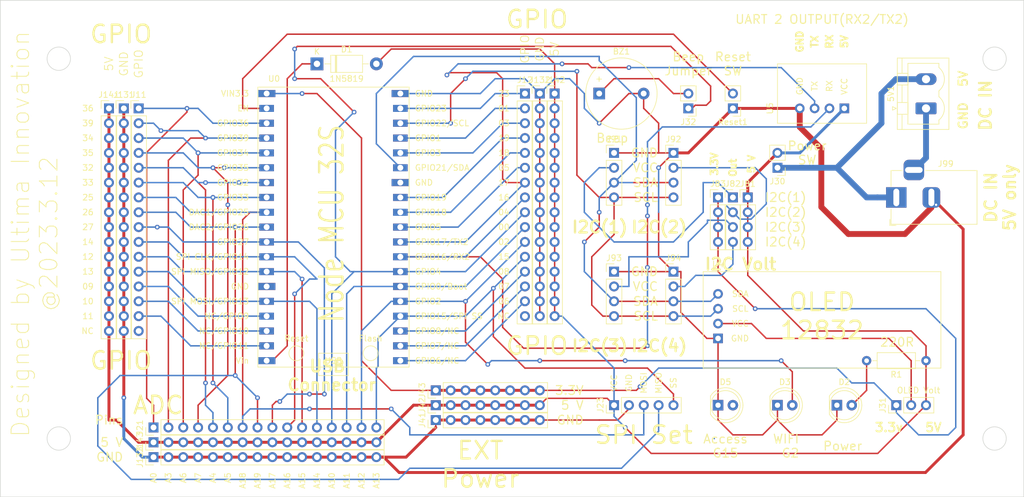
<source format=kicad_pcb>
(kicad_pcb (version 20171130) (host pcbnew "(5.1.10)-1")

  (general
    (thickness 1.6)
    (drawings 150)
    (tracks 545)
    (zones 0)
    (modules 35)
    (nets 51)
  )

  (page A4)
  (layers
    (0 F.Cu signal)
    (31 B.Cu signal)
    (32 B.Adhes user)
    (33 F.Adhes user)
    (34 B.Paste user)
    (35 F.Paste user)
    (36 B.SilkS user)
    (37 F.SilkS user)
    (38 B.Mask user)
    (39 F.Mask user)
    (40 Dwgs.User user hide)
    (41 Cmts.User user)
    (42 Eco1.User user)
    (43 Eco2.User user)
    (44 Edge.Cuts user)
    (45 Margin user)
    (46 B.CrtYd user)
    (47 F.CrtYd user)
    (48 B.Fab user)
    (49 F.Fab user)
  )

  (setup
    (last_trace_width 0.25)
    (trace_clearance 0.2)
    (zone_clearance 0.508)
    (zone_45_only no)
    (trace_min 0.2)
    (via_size 0.8)
    (via_drill 0.4)
    (via_min_size 0.4)
    (via_min_drill 0.3)
    (uvia_size 0.3)
    (uvia_drill 0.1)
    (uvias_allowed no)
    (uvia_min_size 0.2)
    (uvia_min_drill 0.1)
    (edge_width 0.1)
    (segment_width 0.2)
    (pcb_text_width 0.3)
    (pcb_text_size 1.5 1.5)
    (mod_edge_width 0.15)
    (mod_text_size 1 1)
    (mod_text_width 0.15)
    (pad_size 1.7 1.7)
    (pad_drill 1)
    (pad_to_mask_clearance 0)
    (aux_axis_origin 0 0)
    (visible_elements 7FFFFFFF)
    (pcbplotparams
      (layerselection 0x010fc_ffffffff)
      (usegerberextensions false)
      (usegerberattributes true)
      (usegerberadvancedattributes true)
      (creategerberjobfile true)
      (excludeedgelayer true)
      (linewidth 0.100000)
      (plotframeref false)
      (viasonmask false)
      (mode 1)
      (useauxorigin false)
      (hpglpennumber 1)
      (hpglpenspeed 20)
      (hpglpendiameter 15.000000)
      (psnegative false)
      (psa4output false)
      (plotreference true)
      (plotvalue true)
      (plotinvisibletext false)
      (padsonsilk false)
      (subtractmaskfromsilk false)
      (outputformat 1)
      (mirror false)
      (drillshape 0)
      (scaleselection 1)
      (outputdirectory "../../輸出/ESP32_10Course_0308/"))
  )

  (net 0 "")
  (net 1 "Net-(5V1-Pad1)")
  (net 2 "Net-(5V1-Pad2)")
  (net 3 "Net-(BZ1-Pad1)")
  (net 4 GND)
  (net 5 /EXT5V)
  (net 6 "Net-(D1-Pad2)")
  (net 7 "Net-(D2-Pad2)")
  (net 8 "Net-(D3-Pad2)")
  (net 9 "Net-(D5-Pad2)")
  (net 10 "Net-(J11-Pad16)")
  (net 11 "Net-(J11-Pad15)")
  (net 12 "Net-(J11-Pad14)")
  (net 13 "Net-(J11-Pad13)")
  (net 14 "Net-(J11-Pad12)")
  (net 15 "Net-(J11-Pad11)")
  (net 16 "Net-(J11-Pad10)")
  (net 17 "Net-(J11-Pad9)")
  (net 18 "Net-(J11-Pad8)")
  (net 19 "Net-(J11-Pad7)")
  (net 20 "Net-(J11-Pad6)")
  (net 21 "Net-(J11-Pad5)")
  (net 22 "Net-(J11-Pad4)")
  (net 23 "Net-(J11-Pad3)")
  (net 24 "Net-(J11-Pad2)")
  (net 25 "Net-(J11-Pad1)")
  (net 26 "Net-(J12-Pad1)")
  (net 27 "Net-(J12-Pad2)")
  (net 28 "Net-(J12-Pad4)")
  (net 29 "Net-(J12-Pad5)")
  (net 30 "Net-(J12-Pad6)")
  (net 31 "Net-(J12-Pad7)")
  (net 32 "Net-(J12-Pad8)")
  (net 33 "Net-(J12-Pad9)")
  (net 34 "Net-(J12-Pad10)")
  (net 35 "Net-(J12-Pad13)")
  (net 36 "Net-(J12-Pad14)")
  (net 37 "Net-(J12-Pad15)")
  (net 38 "Net-(J12-Pad16)")
  (net 39 +3V3)
  (net 40 "Net-(J31-Pad2)")
  (net 41 "Net-(J82-Pad1)")
  (net 42 "Net-(J82-Pad2)")
  (net 43 "Net-(J82-Pad4)")
  (net 44 "Net-(J91-Pad3)")
  (net 45 "Net-(J91-Pad4)")
  (net 46 "Net-(Reset1-Pad2)")
  (net 47 "Net-(U0-Pad32)")
  (net 48 "Net-(U0-Pad14)")
  (net 49 "Net-(J12-Pad3)")
  (net 50 "Net-(J82-Pad3)")

  (net_class Default 這是默認網絡組.
    (clearance 0.2)
    (trace_width 0.25)
    (via_dia 0.8)
    (via_drill 0.4)
    (uvia_dia 0.3)
    (uvia_drill 0.1)
    (add_net +3V3)
    (add_net /EXT5V)
    (add_net GND)
    (add_net "Net-(5V1-Pad1)")
    (add_net "Net-(5V1-Pad2)")
    (add_net "Net-(BZ1-Pad1)")
    (add_net "Net-(D1-Pad2)")
    (add_net "Net-(D2-Pad2)")
    (add_net "Net-(D3-Pad2)")
    (add_net "Net-(D5-Pad2)")
    (add_net "Net-(J11-Pad1)")
    (add_net "Net-(J11-Pad10)")
    (add_net "Net-(J11-Pad11)")
    (add_net "Net-(J11-Pad12)")
    (add_net "Net-(J11-Pad13)")
    (add_net "Net-(J11-Pad14)")
    (add_net "Net-(J11-Pad15)")
    (add_net "Net-(J11-Pad16)")
    (add_net "Net-(J11-Pad2)")
    (add_net "Net-(J11-Pad3)")
    (add_net "Net-(J11-Pad4)")
    (add_net "Net-(J11-Pad5)")
    (add_net "Net-(J11-Pad6)")
    (add_net "Net-(J11-Pad7)")
    (add_net "Net-(J11-Pad8)")
    (add_net "Net-(J11-Pad9)")
    (add_net "Net-(J12-Pad1)")
    (add_net "Net-(J12-Pad10)")
    (add_net "Net-(J12-Pad13)")
    (add_net "Net-(J12-Pad14)")
    (add_net "Net-(J12-Pad15)")
    (add_net "Net-(J12-Pad16)")
    (add_net "Net-(J12-Pad2)")
    (add_net "Net-(J12-Pad3)")
    (add_net "Net-(J12-Pad4)")
    (add_net "Net-(J12-Pad5)")
    (add_net "Net-(J12-Pad6)")
    (add_net "Net-(J12-Pad7)")
    (add_net "Net-(J12-Pad8)")
    (add_net "Net-(J12-Pad9)")
    (add_net "Net-(J31-Pad2)")
    (add_net "Net-(J82-Pad1)")
    (add_net "Net-(J82-Pad2)")
    (add_net "Net-(J82-Pad3)")
    (add_net "Net-(J82-Pad4)")
    (add_net "Net-(J91-Pad3)")
    (add_net "Net-(J91-Pad4)")
    (add_net "Net-(Reset1-Pad2)")
    (add_net "Net-(U0-Pad14)")
    (add_net "Net-(U0-Pad32)")
  )

  (module Connector_PinHeader_2.54mm:PinHeader_1x16_P2.54mm_Vertical (layer F.Cu) (tedit 59FED5CC) (tstamp 640728AE)
    (at 144.78 60.96)
    (descr "Through hole straight pin header, 1x16, 2.54mm pitch, single row")
    (tags "Through hole pin header THT 1x16 2.54mm single row")
    (path /64211C66)
    (fp_text reference J142 (at 0 -2.33) (layer F.SilkS)
      (effects (font (size 1 1) (thickness 0.15)))
    )
    (fp_text value Leftt_GPIO_5V (at 0 40.43) (layer F.Fab)
      (effects (font (size 1 1) (thickness 0.15)))
    )
    (fp_line (start -0.635 -1.27) (end 1.27 -1.27) (layer F.Fab) (width 0.1))
    (fp_line (start 1.27 -1.27) (end 1.27 39.37) (layer F.Fab) (width 0.1))
    (fp_line (start 1.27 39.37) (end -1.27 39.37) (layer F.Fab) (width 0.1))
    (fp_line (start -1.27 39.37) (end -1.27 -0.635) (layer F.Fab) (width 0.1))
    (fp_line (start -1.27 -0.635) (end -0.635 -1.27) (layer F.Fab) (width 0.1))
    (fp_line (start -1.33 39.43) (end 1.33 39.43) (layer F.SilkS) (width 0.12))
    (fp_line (start -1.33 1.27) (end -1.33 39.43) (layer F.SilkS) (width 0.12))
    (fp_line (start 1.33 1.27) (end 1.33 39.43) (layer F.SilkS) (width 0.12))
    (fp_line (start -1.33 1.27) (end 1.33 1.27) (layer F.SilkS) (width 0.12))
    (fp_line (start -1.33 0) (end -1.33 -1.33) (layer F.SilkS) (width 0.12))
    (fp_line (start -1.33 -1.33) (end 0 -1.33) (layer F.SilkS) (width 0.12))
    (fp_line (start -1.8 -1.8) (end -1.8 39.9) (layer F.CrtYd) (width 0.05))
    (fp_line (start -1.8 39.9) (end 1.8 39.9) (layer F.CrtYd) (width 0.05))
    (fp_line (start 1.8 39.9) (end 1.8 -1.8) (layer F.CrtYd) (width 0.05))
    (fp_line (start 1.8 -1.8) (end -1.8 -1.8) (layer F.CrtYd) (width 0.05))
    (fp_text user %R (at 0 19.05 90) (layer F.Fab)
      (effects (font (size 1 1) (thickness 0.15)))
    )
    (pad 1 thru_hole rect (at 0 0) (size 1.7 1.7) (drill 1) (layers *.Cu *.Mask)
      (net 6 "Net-(D1-Pad2)"))
    (pad 2 thru_hole oval (at 0 2.54) (size 1.7 1.7) (drill 1) (layers *.Cu *.Mask)
      (net 6 "Net-(D1-Pad2)"))
    (pad 3 thru_hole oval (at 0 5.08) (size 1.7 1.7) (drill 1) (layers *.Cu *.Mask)
      (net 6 "Net-(D1-Pad2)"))
    (pad 4 thru_hole oval (at 0 7.62) (size 1.7 1.7) (drill 1) (layers *.Cu *.Mask)
      (net 6 "Net-(D1-Pad2)"))
    (pad 5 thru_hole oval (at 0 10.16) (size 1.7 1.7) (drill 1) (layers *.Cu *.Mask)
      (net 6 "Net-(D1-Pad2)"))
    (pad 6 thru_hole oval (at 0 12.7) (size 1.7 1.7) (drill 1) (layers *.Cu *.Mask)
      (net 6 "Net-(D1-Pad2)"))
    (pad 7 thru_hole oval (at 0 15.24) (size 1.7 1.7) (drill 1) (layers *.Cu *.Mask)
      (net 6 "Net-(D1-Pad2)"))
    (pad 8 thru_hole oval (at 0 17.78) (size 1.7 1.7) (drill 1) (layers *.Cu *.Mask)
      (net 6 "Net-(D1-Pad2)"))
    (pad 9 thru_hole oval (at 0 20.32) (size 1.7 1.7) (drill 1) (layers *.Cu *.Mask)
      (net 6 "Net-(D1-Pad2)"))
    (pad 10 thru_hole oval (at 0 22.86) (size 1.7 1.7) (drill 1) (layers *.Cu *.Mask)
      (net 6 "Net-(D1-Pad2)"))
    (pad 11 thru_hole oval (at 0 25.4) (size 1.7 1.7) (drill 1) (layers *.Cu *.Mask)
      (net 6 "Net-(D1-Pad2)"))
    (pad 12 thru_hole oval (at 0 27.94) (size 1.7 1.7) (drill 1) (layers *.Cu *.Mask)
      (net 6 "Net-(D1-Pad2)"))
    (pad 13 thru_hole oval (at 0 30.48) (size 1.7 1.7) (drill 1) (layers *.Cu *.Mask)
      (net 6 "Net-(D1-Pad2)"))
    (pad 14 thru_hole oval (at 0 33.02) (size 1.7 1.7) (drill 1) (layers *.Cu *.Mask)
      (net 6 "Net-(D1-Pad2)"))
    (pad 15 thru_hole oval (at 0 35.56) (size 1.7 1.7) (drill 1) (layers *.Cu *.Mask)
      (net 6 "Net-(D1-Pad2)"))
    (pad 16 thru_hole oval (at 0 38.1) (size 1.7 1.7) (drill 1) (layers *.Cu *.Mask)
      (net 6 "Net-(D1-Pad2)"))
    (model ${KISYS3DMOD}/Connector_PinHeader_2.54mm.3dshapes/PinHeader_1x16_P2.54mm_Vertical.wrl
      (at (xyz 0 0 0))
      (scale (xyz 1 1 1))
      (rotate (xyz 0 0 0))
    )
  )

  (module NodeMCU32S:NodeMCU32SV2 (layer F.Cu) (tedit 61019180) (tstamp 6407295C)
    (at 106.970001 83.82)
    (path /641484E8)
    (fp_text reference U0 (at -10.16 -25.4) (layer F.SilkS)
      (effects (font (size 1 1) (thickness 0.15)))
    )
    (fp_text value NodeMCU_32SV2 (at 0 0) (layer F.Fab)
      (effects (font (size 1 1) (thickness 0.15)))
    )
    (fp_line (start 12.929999 23.96) (end 12.93 -23.96) (layer F.SilkS) (width 0.12))
    (fp_line (start -12.93 23.96) (end 12.929999 23.96) (layer F.SilkS) (width 0.12))
    (fp_line (start -12.929999 -23.96) (end -12.93 23.96) (layer F.SilkS) (width 0.12))
    (fp_line (start -2.54 21.59) (end -2.54 25.4) (layer F.SilkS) (width 0.12))
    (fp_line (start 2.54 21.59) (end 2.54 25.4) (layer F.SilkS) (width 0.12))
    (fp_line (start -12.929999 -23.96) (end 12.93 -23.96) (layer F.SilkS) (width 0.12))
    (fp_line (start 2.54 21.59) (end -2.54 21.59) (layer F.SilkS) (width 0.12))
    (fp_line (start -2.54 25.4) (end 2.54 25.4) (layer F.SilkS) (width 0.12))
    (fp_circle (center -6.35 21.59) (end -6.35 22.86) (layer F.SilkS) (width 0.12))
    (fp_circle (center 6.35 21.59) (end 6.35 22.86) (layer F.SilkS) (width 0.12))
    (fp_text user GPIO32 (at -17.176666 -7.62 unlocked) (layer F.SilkS)
      (effects (font (size 1 1) (thickness 0.15)))
    )
    (fp_text user GPIO36 (at -17.176666 -17.78 unlocked) (layer F.SilkS)
      (effects (font (size 1 1) (thickness 0.15)))
    )
    (fp_text user EN (at -15.438571 -20.32 unlocked) (layer F.SilkS)
      (effects (font (size 1 1) (thickness 0.15)))
    )
    (fp_text user GPIO34 (at -17.176666 -12.7 unlocked) (layer F.SilkS)
      (effects (font (size 1 1) (thickness 0.15)))
    )
    (fp_text user GPIO35 (at -17.176666 -10.16 unlocked) (layer F.SilkS)
      (effects (font (size 1 1) (thickness 0.15)))
    )
    (fp_text user VIN3.3 (at -16.843333 -22.86 unlocked) (layer F.SilkS)
      (effects (font (size 1 1) (thickness 0.15)))
    )
    (fp_text user GPIO39 (at -17.176666 -15.24 unlocked) (layer F.SilkS)
      (effects (font (size 1 1) (thickness 0.15)))
    )
    (fp_text user GPIO33 (at -17.176666 -5.08 unlocked) (layer F.SilkS)
      (effects (font (size 1 1) (thickness 0.15)))
    )
    (fp_text user DAC1/GPIO25 (at -19.605237 -2.54 unlocked) (layer F.SilkS)
      (effects (font (size 1 1) (thickness 0.15)))
    )
    (fp_text user "SPI MISO/GPIO12" (at -21.105237 7.62 unlocked) (layer F.SilkS)
      (effects (font (size 1 1) (thickness 0.15)))
    )
    (fp_text user "GPIO15/SPI SS" (at 19.724762 15.24 unlocked) (layer F.SilkS)
      (effects (font (size 1 1) (thickness 0.15)))
    )
    (fp_text user "SPI MOSI/GPIO13" (at -21.105237 12.7 unlocked) (layer F.SilkS)
      (effects (font (size 1 1) (thickness 0.15)))
    )
    (fp_text user Vin (at -15.581428 22.86 unlocked) (layer F.SilkS)
      (effects (font (size 1 1) (thickness 0.15)))
    )
    (fp_text user GPIO6/NC (at 17.724762 22.86 unlocked) (layer F.SilkS)
      (effects (font (size 1 1) (thickness 0.15)))
    )
    (fp_text user GND (at 15.462857 -7.62 unlocked) (layer F.SilkS)
      (effects (font (size 1 1) (thickness 0.15)))
    )
    (fp_text user NC/GPIO9 (at -18.248095 15.24 unlocked) (layer F.SilkS)
      (effects (font (size 1 1) (thickness 0.15)))
    )
    (fp_text user GPIO8/NC (at 17.724762 17.78 unlocked) (layer F.SilkS)
      (effects (font (size 1 1) (thickness 0.15)))
    )
    (fp_text user NC/GPIO10 (at -18.724285 17.78 unlocked) (layer F.SilkS)
      (effects (font (size 1 1) (thickness 0.15)))
    )
    (fp_text user GPIO1 (at 16.177143 -15.24 unlocked) (layer F.SilkS)
      (effects (font (size 1 1) (thickness 0.15)))
    )
    (fp_text user GPIO21/SDA (at 18.581905 -10.16 unlocked) (layer F.SilkS)
      (effects (font (size 1 1) (thickness 0.15)))
    )
    (fp_text user GPIO16/RX2 (at 18.629524 5.08 unlocked) (layer F.SilkS)
      (effects (font (size 1 1) (thickness 0.15)))
    )
    (fp_text user GPIO2 (at 16.177143 12.7 unlocked) (layer F.SilkS)
      (effects (font (size 1 1) (thickness 0.15)))
    )
    (fp_text user GPIO7/NC (at 17.724762 20.32 unlocked) (layer F.SilkS)
      (effects (font (size 1 1) (thickness 0.15)))
    )
    (fp_text user GND (at 15.462857 -22.86 unlocked) (layer F.SilkS)
      (effects (font (size 1 1) (thickness 0.15)))
    )
    (fp_text user DAC2/GPIO26 (at -19.605237 0 unlocked) (layer F.SilkS)
      (effects (font (size 1 1) (thickness 0.15)))
    )
    (fp_text user GND (at -15.98619 10.16 unlocked) (layer F.SilkS)
      (effects (font (size 1 1) (thickness 0.15)))
    )
    (fp_text user NC/GPIO11 (at -18.724285 20.32 unlocked) (layer F.SilkS)
      (effects (font (size 1 1) (thickness 0.15)))
    )
    (fp_text user GPIO3 (at 16.177143 -12.7 unlocked) (layer F.SilkS)
      (effects (font (size 1 1) (thickness 0.15)))
    )
    (fp_text user GPIO19 (at 16.653333 -5.08 unlocked) (layer F.SilkS)
      (effects (font (size 1 1) (thickness 0.15)))
    )
    (fp_text user GPIO27 (at -17.176666 2.54 unlocked) (layer F.SilkS)
      (effects (font (size 1 1) (thickness 0.15)))
    )
    (fp_text user "SPI CLK/GPIO14" (at -20.700475 5.08 unlocked) (layer F.SilkS)
      (effects (font (size 1 1) (thickness 0.15)))
    )
    (fp_text user GPIO4 (at 16.177143 7.62 unlocked) (layer F.SilkS)
      (effects (font (size 1 1) (thickness 0.15)))
    )
    (fp_text user GPIO0/Boot (at 18.391429 10.16 unlocked) (layer F.SilkS)
      (effects (font (size 1 1) (thickness 0.15)))
    )
    (fp_text user GPIO23 (at 16.653333 -20.32 unlocked) (layer F.SilkS)
      (effects (font (size 1 1) (thickness 0.15)))
    )
    (fp_text user GPIO17/TX2 (at 18.510476 2.54 unlocked) (layer F.SilkS)
      (effects (font (size 1 1) (thickness 0.15)))
    )
    (fp_text user GPIO18 (at 16.653333 -2.54 unlocked) (layer F.SilkS)
      (effects (font (size 1 1) (thickness 0.15)))
    )
    (fp_text user GPIO5 (at 16.177143 0 unlocked) (layer F.SilkS)
      (effects (font (size 1 1) (thickness 0.15)))
    )
    (fp_text user GPIO22/SCL (at 18.558095 -17.78 unlocked) (layer F.SilkS)
      (effects (font (size 1 1) (thickness 0.15)))
    )
    (fp_text user USB (at 0 22.86) (layer F.SilkS)
      (effects (font (size 1 1) (thickness 0.15)))
    )
    (fp_text user Flash (at 6.35 19.05) (layer F.SilkS)
      (effects (font (size 1 1) (thickness 0.15)))
    )
    (fp_text user Reset (at -6.35 19.05) (layer F.SilkS)
      (effects (font (size 1 1) (thickness 0.15)))
    )
    (pad 2 thru_hole trapezoid (at -11.43 -20.32 270) (size 1.2 2.5) (drill 1) (layers *.Cu *.Mask)
      (net 46 "Net-(Reset1-Pad2)"))
    (pad 12 thru_hole trapezoid (at -11.43 5.08 270) (size 1.2 2.5) (drill 1) (layers *.Cu *.Mask)
      (net 16 "Net-(J11-Pad10)"))
    (pad 11 thru_hole trapezoid (at -11.43 2.54 270) (size 1.2 2.5) (drill 1) (layers *.Cu *.Mask)
      (net 17 "Net-(J11-Pad9)"))
    (pad 38 thru_hole trapezoid (at 11.43 -22.86 270) (size 1.2 3) (drill 1) (layers *.Cu *.Mask)
      (net 4 GND))
    (pad 27 thru_hole trapezoid (at 11.43 5.08 270) (size 1.2 2.5) (drill 1) (layers *.Cu *.Mask)
      (net 32 "Net-(J12-Pad8)"))
    (pad 36 thru_hole trapezoid (at 11.43 -17.78 270) (size 1.2 2.5) (drill 1) (layers *.Cu *.Mask)
      (net 45 "Net-(J91-Pad4)"))
    (pad 5 thru_hole trapezoid (at -11.43 -12.7 270) (size 1.2 2.5) (drill 1) (layers *.Cu *.Mask)
      (net 23 "Net-(J11-Pad3)"))
    (pad 6 thru_hole trapezoid (at -11.43 -10.16 270) (size 1.2 2.5) (drill 1) (layers *.Cu *.Mask)
      (net 22 "Net-(J11-Pad4)"))
    (pad 35 thru_hole trapezoid (at 11.43 -15.24 270) (size 1.2 2.5) (drill 1) (layers *.Cu *.Mask)
      (net 27 "Net-(J12-Pad2)"))
    (pad 8 thru_hole trapezoid (at -11.43 -5.08 270) (size 1.2 2.5) (drill 1) (layers *.Cu *.Mask)
      (net 20 "Net-(J11-Pad6)"))
    (pad 24 thru_hole trapezoid (at 11.43 12.7 270) (size 1.2 2.5) (drill 1) (layers *.Cu *.Mask)
      (net 8 "Net-(D3-Pad2)"))
    (pad 28 thru_hole trapezoid (at 11.43 2.54 270) (size 1.2 2.5) (drill 1) (layers *.Cu *.Mask)
      (net 31 "Net-(J12-Pad7)"))
    (pad 4 thru_hole trapezoid (at -11.43 -15.24 270) (size 1.2 2.5) (drill 1) (layers *.Cu *.Mask)
      (net 24 "Net-(J11-Pad2)"))
    (pad 34 thru_hole trapezoid (at 11.43 -12.7 270) (size 1.2 2.5) (drill 1) (layers *.Cu *.Mask)
      (net 49 "Net-(J12-Pad3)"))
    (pad 30 thru_hole trapezoid (at 11.43 -2.54 270) (size 1.2 2.5) (drill 1) (layers *.Cu *.Mask)
      (net 29 "Net-(J12-Pad5)"))
    (pad 9 thru_hole trapezoid (at -11.43 -2.54 270) (size 1.2 2.5) (drill 1) (layers *.Cu *.Mask)
      (net 19 "Net-(J11-Pad7)"))
    (pad 1 thru_hole trapezoid (at -11.43 -22.86 270) (size 1.2 3) (drill 1) (layers *.Cu *.Mask)
      (net 39 +3V3))
    (pad 31 thru_hole trapezoid (at 11.43 -5.08 270) (size 1.2 2.5) (drill 1) (layers *.Cu *.Mask)
      (net 28 "Net-(J12-Pad4)"))
    (pad 23 thru_hole trapezoid (at 11.43 15.24 270) (size 1.2 2.5) (drill 1) (layers *.Cu *.Mask)
      (net 9 "Net-(D5-Pad2)"))
    (pad 15 thru_hole trapezoid (at -11.43 12.7 270) (size 1.2 2.5) (drill 1) (layers *.Cu *.Mask)
      (net 14 "Net-(J11-Pad12)"))
    (pad 32 thru_hole trapezoid (at 11.43 -7.62 270) (size 1.2 3) (drill 1) (layers *.Cu *.Mask)
      (net 47 "Net-(U0-Pad32)"))
    (pad 10 thru_hole trapezoid (at -11.43 0 270) (size 1.2 2.5) (drill 1) (layers *.Cu *.Mask)
      (net 18 "Net-(J11-Pad8)"))
    (pad 29 thru_hole trapezoid (at 11.43 0 270) (size 1.2 2.5) (drill 1) (layers *.Cu *.Mask)
      (net 30 "Net-(J12-Pad6)"))
    (pad 26 thru_hole trapezoid (at 11.43 7.62 270) (size 1.2 2.5) (drill 1) (layers *.Cu *.Mask)
      (net 33 "Net-(J12-Pad9)"))
    (pad 13 thru_hole trapezoid (at -11.43 7.62 270) (size 1.2 2.5) (drill 1) (layers *.Cu *.Mask)
      (net 15 "Net-(J11-Pad11)"))
    (pad 14 thru_hole trapezoid (at -11.43 10.16 270) (size 1.2 3) (drill 1) (layers *.Cu *.Mask)
      (net 48 "Net-(U0-Pad14)"))
    (pad 25 thru_hole trapezoid (at 11.43 10.16 270) (size 1.2 2.5) (drill 1) (layers *.Cu *.Mask)
      (net 34 "Net-(J12-Pad10)"))
    (pad 7 thru_hole trapezoid (at -11.43 -7.62 270) (size 1.2 2.5) (drill 1) (layers *.Cu *.Mask)
      (net 21 "Net-(J11-Pad5)"))
    (pad 37 thru_hole trapezoid (at 11.43 -20.32 270) (size 1.2 2.5) (drill 1) (layers *.Cu *.Mask)
      (net 26 "Net-(J12-Pad1)"))
    (pad 33 thru_hole trapezoid (at 11.43 -10.16 270) (size 1.2 2.5) (drill 1) (layers *.Cu *.Mask)
      (net 44 "Net-(J91-Pad3)"))
    (pad 3 thru_hole trapezoid (at -11.43 -17.78 270) (size 1.2 2.5) (drill 1) (layers *.Cu *.Mask)
      (net 25 "Net-(J11-Pad1)"))
    (pad 16 thru_hole trapezoid (at -11.43 15.24 270) (size 1.2 2.5) (drill 1) (layers *.Cu *.Mask)
      (net 13 "Net-(J11-Pad13)"))
    (pad 22 thru_hole trapezoid (at 11.43 17.78 270) (size 1.2 2.5) (drill 1) (layers *.Cu *.Mask)
      (net 35 "Net-(J12-Pad13)"))
    (pad 17 thru_hole trapezoid (at -11.43 17.78 270) (size 1.2 2.5) (drill 1) (layers *.Cu *.Mask)
      (net 12 "Net-(J11-Pad14)"))
    (pad 21 thru_hole trapezoid (at 11.43 20.32 270) (size 1.2 2.5) (drill 1) (layers *.Cu *.Mask)
      (net 36 "Net-(J12-Pad14)"))
    (pad 18 thru_hole trapezoid (at -11.43 20.32 270) (size 1.2 2.5) (drill 1) (layers *.Cu *.Mask)
      (net 11 "Net-(J11-Pad15)"))
    (pad 20 thru_hole trapezoid (at 11.43 22.86 270) (size 1.2 2.5) (drill 1) (layers *.Cu *.Mask)
      (net 37 "Net-(J12-Pad15)"))
    (pad 19 thru_hole trapezoid (at -11.43 22.86 270) (size 1.2 3) (drill 1) (layers *.Cu *.Mask)
      (net 5 /EXT5V))
  )

  (module Connector_Phoenix_MSTB:PhoenixContact_MSTBVA_2,5_2-G_1x02_P5.00mm_Vertical (layer F.Cu) (tedit 5B785046) (tstamp 64072593)
    (at 208.28 63.5 90)
    (descr "Generic Phoenix Contact connector footprint for: MSTBVA_2,5/2-G; number of pins: 02; pin pitch: 5.00mm; Vertical || order number: 1755516 12A || order number: 1924198 16A (HC)")
    (tags "phoenix_contact connector MSTBVA_01x02_G_5.00mm")
    (path /5FAA7ACC)
    (fp_text reference 5V1 (at 2.5 -6 90) (layer F.SilkS)
      (effects (font (size 1 1) (thickness 0.15)))
    )
    (fp_text value GND (at 2.5 5 90) (layer F.Fab)
      (effects (font (size 1 1) (thickness 0.15)))
    )
    (fp_line (start -3.61 -4.91) (end -3.61 3.91) (layer F.SilkS) (width 0.12))
    (fp_line (start -3.61 3.91) (end 8.61 3.91) (layer F.SilkS) (width 0.12))
    (fp_line (start 8.61 3.91) (end 8.61 -4.91) (layer F.SilkS) (width 0.12))
    (fp_line (start 8.61 -4.91) (end -3.61 -4.91) (layer F.SilkS) (width 0.12))
    (fp_line (start -3.5 -4.8) (end -3.5 3.8) (layer F.Fab) (width 0.1))
    (fp_line (start -3.5 3.8) (end 8.5 3.8) (layer F.Fab) (width 0.1))
    (fp_line (start 8.5 3.8) (end 8.5 -4.8) (layer F.Fab) (width 0.1))
    (fp_line (start 8.5 -4.8) (end -3.5 -4.8) (layer F.Fab) (width 0.1))
    (fp_line (start -3.61 -4.1) (end -1.11 -4.1) (layer F.SilkS) (width 0.12))
    (fp_line (start 8.61 -4.1) (end 6.11 -4.1) (layer F.SilkS) (width 0.12))
    (fp_line (start 1 -4.1) (end 4 -4.1) (layer F.SilkS) (width 0.12))
    (fp_line (start -1 -3.1) (end -1 -4.91) (layer F.SilkS) (width 0.12))
    (fp_line (start -1 -4.91) (end 1 -4.91) (layer F.SilkS) (width 0.12))
    (fp_line (start 1 -4.91) (end 1 -3.1) (layer F.SilkS) (width 0.12))
    (fp_line (start 1 -3.1) (end -1 -3.1) (layer F.SilkS) (width 0.12))
    (fp_line (start 4 -3.1) (end 4 -4.91) (layer F.SilkS) (width 0.12))
    (fp_line (start 4 -4.91) (end 6 -4.91) (layer F.SilkS) (width 0.12))
    (fp_line (start 6 -4.91) (end 6 -3.1) (layer F.SilkS) (width 0.12))
    (fp_line (start 6 -3.1) (end 4 -3.1) (layer F.SilkS) (width 0.12))
    (fp_line (start 2 2.2) (end 3 2.2) (layer F.SilkS) (width 0.12))
    (fp_line (start -2 2.2) (end -2.7 2.2) (layer F.SilkS) (width 0.12))
    (fp_line (start -2.7 2.2) (end -2.7 -3.1) (layer F.SilkS) (width 0.12))
    (fp_line (start -2.7 -3.1) (end 7.7 -3.1) (layer F.SilkS) (width 0.12))
    (fp_line (start 7.7 -3.1) (end 7.7 2.2) (layer F.SilkS) (width 0.12))
    (fp_line (start 7.7 2.2) (end 7 2.2) (layer F.SilkS) (width 0.12))
    (fp_line (start -4 -5.3) (end -4 4.3) (layer F.CrtYd) (width 0.05))
    (fp_line (start -4 4.3) (end 9 4.3) (layer F.CrtYd) (width 0.05))
    (fp_line (start 9 4.3) (end 9 -5.3) (layer F.CrtYd) (width 0.05))
    (fp_line (start 9 -5.3) (end -4 -5.3) (layer F.CrtYd) (width 0.05))
    (fp_line (start 0.3 -5.71) (end 0 -5.11) (layer F.SilkS) (width 0.12))
    (fp_line (start 0 -5.11) (end -0.3 -5.71) (layer F.SilkS) (width 0.12))
    (fp_line (start -0.3 -5.71) (end 0.3 -5.71) (layer F.SilkS) (width 0.12))
    (fp_line (start 0.5 -3.55) (end 0 -2.55) (layer F.Fab) (width 0.1))
    (fp_line (start 0 -2.55) (end -0.5 -3.55) (layer F.Fab) (width 0.1))
    (fp_line (start -0.5 -3.55) (end 0.5 -3.55) (layer F.Fab) (width 0.1))
    (fp_arc (start 0 0.55) (end -2 2.2) (angle -100.5) (layer F.SilkS) (width 0.12))
    (fp_arc (start 5 0.55) (end 3 2.2) (angle -100.5) (layer F.SilkS) (width 0.12))
    (fp_text user %R (at 2.5 -4.1 90) (layer F.Fab)
      (effects (font (size 1 1) (thickness 0.15)))
    )
    (pad 1 thru_hole roundrect (at 0 0 90) (size 2 3.6) (drill 1.4) (layers *.Cu *.Mask) (roundrect_rratio 0.125)
      (net 1 "Net-(5V1-Pad1)"))
    (pad 2 thru_hole oval (at 5 0 90) (size 2 3.6) (drill 1.4) (layers *.Cu *.Mask)
      (net 2 "Net-(5V1-Pad2)"))
    (model ${KISYS3DMOD}/Connector_Phoenix_MSTB.3dshapes/PhoenixContact_MSTBVA_2,5_2-G_1x02_P5.00mm_Vertical.wrl
      (at (xyz 0 0 0))
      (scale (xyz 1 1 1))
      (rotate (xyz 0 0 0))
    )
  )

  (module Buzzer_Beeper:Buzzer_12x9.5RM7.6 (layer F.Cu) (tedit 5A030281) (tstamp 640725A0)
    (at 152.4 60.96)
    (descr "Generic Buzzer, D12mm height 9.5mm with RM7.6mm")
    (tags buzzer)
    (path /623E8246)
    (fp_text reference BZ1 (at 3.8 -7.2) (layer F.SilkS)
      (effects (font (size 1 1) (thickness 0.15)))
    )
    (fp_text value Buzzer (at 3.8 7.4) (layer F.Fab)
      (effects (font (size 1 1) (thickness 0.15)))
    )
    (fp_circle (center 3.8 0) (end 10.05 0) (layer F.CrtYd) (width 0.05))
    (fp_circle (center 3.8 0) (end 9.8 0) (layer F.Fab) (width 0.1))
    (fp_circle (center 3.8 0) (end 4.8 0) (layer F.Fab) (width 0.1))
    (fp_circle (center 3.8 0) (end 9.9 0) (layer F.SilkS) (width 0.12))
    (fp_text user + (at -0.01 -2.54) (layer F.Fab)
      (effects (font (size 1 1) (thickness 0.15)))
    )
    (fp_text user + (at -0.01 -2.54) (layer F.SilkS)
      (effects (font (size 1 1) (thickness 0.15)))
    )
    (fp_text user %R (at 3.8 -4) (layer F.Fab)
      (effects (font (size 1 1) (thickness 0.15)))
    )
    (pad 1 thru_hole rect (at 0 0) (size 2 2) (drill 1) (layers *.Cu *.Mask)
      (net 3 "Net-(BZ1-Pad1)"))
    (pad 2 thru_hole circle (at 7.6 0) (size 2 2) (drill 1) (layers *.Cu *.Mask)
      (net 4 GND))
    (model ${KISYS3DMOD}/Buzzer_Beeper.3dshapes/Buzzer_12x9.5RM7.6.wrl
      (at (xyz 0 0 0))
      (scale (xyz 1 1 1))
      (rotate (xyz 0 0 0))
    )
  )

  (module Diode_THT:D_DO-41_SOD81_P10.16mm_Horizontal (layer F.Cu) (tedit 5AE50CD5) (tstamp 640725BF)
    (at 104.14 55.88)
    (descr "Diode, DO-41_SOD81 series, Axial, Horizontal, pin pitch=10.16mm, , length*diameter=5.2*2.7mm^2, , http://www.diodes.com/_files/packages/DO-41%20(Plastic).pdf")
    (tags "Diode DO-41_SOD81 series Axial Horizontal pin pitch 10.16mm  length 5.2mm diameter 2.7mm")
    (path /5FAD07B2)
    (fp_text reference D1 (at 5.08 -2.47) (layer F.SilkS)
      (effects (font (size 1 1) (thickness 0.15)))
    )
    (fp_text value 1N5819 (at 5.08 2.47) (layer F.Fab)
      (effects (font (size 1 1) (thickness 0.15)))
    )
    (fp_line (start 2.48 -1.35) (end 2.48 1.35) (layer F.Fab) (width 0.1))
    (fp_line (start 2.48 1.35) (end 7.68 1.35) (layer F.Fab) (width 0.1))
    (fp_line (start 7.68 1.35) (end 7.68 -1.35) (layer F.Fab) (width 0.1))
    (fp_line (start 7.68 -1.35) (end 2.48 -1.35) (layer F.Fab) (width 0.1))
    (fp_line (start 0 0) (end 2.48 0) (layer F.Fab) (width 0.1))
    (fp_line (start 10.16 0) (end 7.68 0) (layer F.Fab) (width 0.1))
    (fp_line (start 3.26 -1.35) (end 3.26 1.35) (layer F.Fab) (width 0.1))
    (fp_line (start 3.36 -1.35) (end 3.36 1.35) (layer F.Fab) (width 0.1))
    (fp_line (start 3.16 -1.35) (end 3.16 1.35) (layer F.Fab) (width 0.1))
    (fp_line (start 2.36 -1.47) (end 2.36 1.47) (layer F.SilkS) (width 0.12))
    (fp_line (start 2.36 1.47) (end 7.8 1.47) (layer F.SilkS) (width 0.12))
    (fp_line (start 7.8 1.47) (end 7.8 -1.47) (layer F.SilkS) (width 0.12))
    (fp_line (start 7.8 -1.47) (end 2.36 -1.47) (layer F.SilkS) (width 0.12))
    (fp_line (start 1.34 0) (end 2.36 0) (layer F.SilkS) (width 0.12))
    (fp_line (start 8.82 0) (end 7.8 0) (layer F.SilkS) (width 0.12))
    (fp_line (start 3.26 -1.47) (end 3.26 1.47) (layer F.SilkS) (width 0.12))
    (fp_line (start 3.38 -1.47) (end 3.38 1.47) (layer F.SilkS) (width 0.12))
    (fp_line (start 3.14 -1.47) (end 3.14 1.47) (layer F.SilkS) (width 0.12))
    (fp_line (start -1.35 -1.6) (end -1.35 1.6) (layer F.CrtYd) (width 0.05))
    (fp_line (start -1.35 1.6) (end 11.51 1.6) (layer F.CrtYd) (width 0.05))
    (fp_line (start 11.51 1.6) (end 11.51 -1.6) (layer F.CrtYd) (width 0.05))
    (fp_line (start 11.51 -1.6) (end -1.35 -1.6) (layer F.CrtYd) (width 0.05))
    (fp_text user %R (at 5.47 0) (layer F.Fab)
      (effects (font (size 1 1) (thickness 0.15)))
    )
    (fp_text user K (at 0 -2.1) (layer F.Fab)
      (effects (font (size 1 1) (thickness 0.15)))
    )
    (fp_text user K (at 0 -2.1) (layer F.SilkS)
      (effects (font (size 1 1) (thickness 0.15)))
    )
    (pad 1 thru_hole rect (at 0 0) (size 2.2 2.2) (drill 1.1) (layers *.Cu *.Mask)
      (net 5 /EXT5V))
    (pad 2 thru_hole oval (at 10.16 0) (size 2.2 2.2) (drill 1.1) (layers *.Cu *.Mask)
      (net 6 "Net-(D1-Pad2)"))
    (model ${KISYS3DMOD}/Diode_THT.3dshapes/D_DO-41_SOD81_P10.16mm_Horizontal.wrl
      (at (xyz 0 0 0))
      (scale (xyz 1 1 1))
      (rotate (xyz 0 0 0))
    )
  )

  (module LED_THT:LED_D5.0mm_IRBlack (layer F.Cu) (tedit 5A6C9BB8) (tstamp 640725D1)
    (at 193.04 114.3)
    (descr "LED, diameter 5.0mm, 2 pins, http://cdn-reichelt.de/documents/datenblatt/A500/LL-504BC2E-009.pdf")
    (tags "LED diameter 5.0mm 2 pins")
    (path /5FAC8879)
    (fp_text reference D2 (at 1.27 -3.96) (layer F.SilkS)
      (effects (font (size 1 1) (thickness 0.15)))
    )
    (fp_text value "Power Led" (at 1.27 3.96) (layer F.Fab)
      (effects (font (size 1 1) (thickness 0.15)))
    )
    (fp_line (start -1.23 -1.469694) (end -1.23 1.469694) (layer F.Fab) (width 0.1))
    (fp_line (start -1.29 -1.545) (end -1.29 1.545) (layer F.SilkS) (width 0.12))
    (fp_line (start -1.95 -3.25) (end -1.95 3.25) (layer F.CrtYd) (width 0.05))
    (fp_line (start -1.95 3.25) (end 4.5 3.25) (layer F.CrtYd) (width 0.05))
    (fp_line (start 4.5 3.25) (end 4.5 -3.25) (layer F.CrtYd) (width 0.05))
    (fp_line (start 4.5 -3.25) (end -1.95 -3.25) (layer F.CrtYd) (width 0.05))
    (fp_circle (center 1.27 0) (end 3.77 0) (layer F.Fab) (width 0.1))
    (fp_circle (center 1.27 0) (end 3.77 0) (layer F.SilkS) (width 0.12))
    (fp_text user %R (at 1.25 0) (layer F.Fab)
      (effects (font (size 0.8 0.8) (thickness 0.2)))
    )
    (fp_arc (start 1.27 0) (end -1.23 -1.469694) (angle 299.1) (layer F.Fab) (width 0.1))
    (fp_arc (start 1.27 0) (end -1.29 -1.54483) (angle 148.9) (layer F.SilkS) (width 0.12))
    (fp_arc (start 1.27 0) (end -1.29 1.54483) (angle -148.9) (layer F.SilkS) (width 0.12))
    (pad 1 thru_hole rect (at 0 0) (size 1.8 1.8) (drill 0.9) (layers *.Cu *.Mask)
      (net 4 GND))
    (pad 2 thru_hole circle (at 2.54 0) (size 1.8 1.8) (drill 0.9) (layers *.Cu *.Mask)
      (net 7 "Net-(D2-Pad2)"))
    (model ${KISYS3DMOD}/LED_THT.3dshapes/LED_D5.0mm_IRBlack.wrl
      (at (xyz 0 0 0))
      (scale (xyz 1 1 1))
      (rotate (xyz 0 0 0))
    )
  )

  (module LED_THT:LED_D5.0mm_IRBlack (layer F.Cu) (tedit 5A6C9BB8) (tstamp 640725E3)
    (at 182.88 114.3)
    (descr "LED, diameter 5.0mm, 2 pins, http://cdn-reichelt.de/documents/datenblatt/A500/LL-504BC2E-009.pdf")
    (tags "LED diameter 5.0mm 2 pins")
    (path /6033FBF0)
    (fp_text reference D3 (at 1.27 -3.96) (layer F.SilkS)
      (effects (font (size 1 1) (thickness 0.15)))
    )
    (fp_text value "Wifi Led(2)" (at 1.27 3.96) (layer F.Fab)
      (effects (font (size 1 1) (thickness 0.15)))
    )
    (fp_line (start -1.23 -1.469694) (end -1.23 1.469694) (layer F.Fab) (width 0.1))
    (fp_line (start -1.29 -1.545) (end -1.29 1.545) (layer F.SilkS) (width 0.12))
    (fp_line (start -1.95 -3.25) (end -1.95 3.25) (layer F.CrtYd) (width 0.05))
    (fp_line (start -1.95 3.25) (end 4.5 3.25) (layer F.CrtYd) (width 0.05))
    (fp_line (start 4.5 3.25) (end 4.5 -3.25) (layer F.CrtYd) (width 0.05))
    (fp_line (start 4.5 -3.25) (end -1.95 -3.25) (layer F.CrtYd) (width 0.05))
    (fp_circle (center 1.27 0) (end 3.77 0) (layer F.Fab) (width 0.1))
    (fp_circle (center 1.27 0) (end 3.77 0) (layer F.SilkS) (width 0.12))
    (fp_text user %R (at 1.25 0) (layer F.Fab)
      (effects (font (size 0.8 0.8) (thickness 0.2)))
    )
    (fp_arc (start 1.27 0) (end -1.23 -1.469694) (angle 299.1) (layer F.Fab) (width 0.1))
    (fp_arc (start 1.27 0) (end -1.29 -1.54483) (angle 148.9) (layer F.SilkS) (width 0.12))
    (fp_arc (start 1.27 0) (end -1.29 1.54483) (angle -148.9) (layer F.SilkS) (width 0.12))
    (pad 1 thru_hole rect (at 0 0) (size 1.8 1.8) (drill 0.9) (layers *.Cu *.Mask)
      (net 4 GND))
    (pad 2 thru_hole circle (at 2.54 0) (size 1.8 1.8) (drill 0.9) (layers *.Cu *.Mask)
      (net 8 "Net-(D3-Pad2)"))
    (model ${KISYS3DMOD}/LED_THT.3dshapes/LED_D5.0mm_IRBlack.wrl
      (at (xyz 0 0 0))
      (scale (xyz 1 1 1))
      (rotate (xyz 0 0 0))
    )
  )

  (module LED_THT:LED_D5.0mm_IRBlack (layer F.Cu) (tedit 5A6C9BB8) (tstamp 640725F5)
    (at 172.72 114.3)
    (descr "LED, diameter 5.0mm, 2 pins, http://cdn-reichelt.de/documents/datenblatt/A500/LL-504BC2E-009.pdf")
    (tags "LED diameter 5.0mm 2 pins")
    (path /6034078F)
    (fp_text reference D5 (at 1.27 -3.96) (layer F.SilkS)
      (effects (font (size 1 1) (thickness 0.15)))
    )
    (fp_text value "Access Led(15)" (at 1.27 3.96) (layer F.Fab)
      (effects (font (size 1 1) (thickness 0.15)))
    )
    (fp_circle (center 1.27 0) (end 3.77 0) (layer F.SilkS) (width 0.12))
    (fp_circle (center 1.27 0) (end 3.77 0) (layer F.Fab) (width 0.1))
    (fp_line (start 4.5 -3.25) (end -1.95 -3.25) (layer F.CrtYd) (width 0.05))
    (fp_line (start 4.5 3.25) (end 4.5 -3.25) (layer F.CrtYd) (width 0.05))
    (fp_line (start -1.95 3.25) (end 4.5 3.25) (layer F.CrtYd) (width 0.05))
    (fp_line (start -1.95 -3.25) (end -1.95 3.25) (layer F.CrtYd) (width 0.05))
    (fp_line (start -1.29 -1.545) (end -1.29 1.545) (layer F.SilkS) (width 0.12))
    (fp_line (start -1.23 -1.469694) (end -1.23 1.469694) (layer F.Fab) (width 0.1))
    (fp_arc (start 1.27 0) (end -1.29 1.54483) (angle -148.9) (layer F.SilkS) (width 0.12))
    (fp_arc (start 1.27 0) (end -1.29 -1.54483) (angle 148.9) (layer F.SilkS) (width 0.12))
    (fp_arc (start 1.27 0) (end -1.23 -1.469694) (angle 299.1) (layer F.Fab) (width 0.1))
    (fp_text user %R (at 1.25 0) (layer F.Fab)
      (effects (font (size 0.8 0.8) (thickness 0.2)))
    )
    (pad 2 thru_hole circle (at 2.54 0) (size 1.8 1.8) (drill 0.9) (layers *.Cu *.Mask)
      (net 9 "Net-(D5-Pad2)"))
    (pad 1 thru_hole rect (at 0 0) (size 1.8 1.8) (drill 0.9) (layers *.Cu *.Mask)
      (net 4 GND))
    (model ${KISYS3DMOD}/LED_THT.3dshapes/LED_D5.0mm_IRBlack.wrl
      (at (xyz 0 0 0))
      (scale (xyz 1 1 1))
      (rotate (xyz 0 0 0))
    )
  )

  (module Connector_PinHeader_2.54mm:PinHeader_1x16_P2.54mm_Vertical (layer F.Cu) (tedit 59FED5CC) (tstamp 64072619)
    (at 73.66 63.5)
    (descr "Through hole straight pin header, 1x16, 2.54mm pitch, single row")
    (tags "Through hole pin header THT 1x16 2.54mm single row")
    (path /64075FD6)
    (fp_text reference J11 (at 0 -2.33) (layer F.SilkS)
      (effects (font (size 1 1) (thickness 0.15)))
    )
    (fp_text value Left_GPIO (at 0 40.43) (layer F.Fab)
      (effects (font (size 1 1) (thickness 0.15)))
    )
    (fp_line (start 1.8 -1.8) (end -1.8 -1.8) (layer F.CrtYd) (width 0.05))
    (fp_line (start 1.8 39.9) (end 1.8 -1.8) (layer F.CrtYd) (width 0.05))
    (fp_line (start -1.8 39.9) (end 1.8 39.9) (layer F.CrtYd) (width 0.05))
    (fp_line (start -1.8 -1.8) (end -1.8 39.9) (layer F.CrtYd) (width 0.05))
    (fp_line (start -1.33 -1.33) (end 0 -1.33) (layer F.SilkS) (width 0.12))
    (fp_line (start -1.33 0) (end -1.33 -1.33) (layer F.SilkS) (width 0.12))
    (fp_line (start -1.33 1.27) (end 1.33 1.27) (layer F.SilkS) (width 0.12))
    (fp_line (start 1.33 1.27) (end 1.33 39.43) (layer F.SilkS) (width 0.12))
    (fp_line (start -1.33 1.27) (end -1.33 39.43) (layer F.SilkS) (width 0.12))
    (fp_line (start -1.33 39.43) (end 1.33 39.43) (layer F.SilkS) (width 0.12))
    (fp_line (start -1.27 -0.635) (end -0.635 -1.27) (layer F.Fab) (width 0.1))
    (fp_line (start -1.27 39.37) (end -1.27 -0.635) (layer F.Fab) (width 0.1))
    (fp_line (start 1.27 39.37) (end -1.27 39.37) (layer F.Fab) (width 0.1))
    (fp_line (start 1.27 -1.27) (end 1.27 39.37) (layer F.Fab) (width 0.1))
    (fp_line (start -0.635 -1.27) (end 1.27 -1.27) (layer F.Fab) (width 0.1))
    (fp_text user %R (at 0 19.05 90) (layer F.Fab)
      (effects (font (size 1 1) (thickness 0.15)))
    )
    (pad 16 thru_hole oval (at 0 38.1) (size 1.7 1.7) (drill 1) (layers *.Cu *.Mask)
      (net 10 "Net-(J11-Pad16)"))
    (pad 15 thru_hole oval (at 0 35.56) (size 1.7 1.7) (drill 1) (layers *.Cu *.Mask)
      (net 11 "Net-(J11-Pad15)"))
    (pad 14 thru_hole oval (at 0 33.02) (size 1.7 1.7) (drill 1) (layers *.Cu *.Mask)
      (net 12 "Net-(J11-Pad14)"))
    (pad 13 thru_hole oval (at 0 30.48) (size 1.7 1.7) (drill 1) (layers *.Cu *.Mask)
      (net 13 "Net-(J11-Pad13)"))
    (pad 12 thru_hole oval (at 0 27.94) (size 1.7 1.7) (drill 1) (layers *.Cu *.Mask)
      (net 14 "Net-(J11-Pad12)"))
    (pad 11 thru_hole oval (at 0 25.4) (size 1.7 1.7) (drill 1) (layers *.Cu *.Mask)
      (net 15 "Net-(J11-Pad11)"))
    (pad 10 thru_hole oval (at 0 22.86) (size 1.7 1.7) (drill 1) (layers *.Cu *.Mask)
      (net 16 "Net-(J11-Pad10)"))
    (pad 9 thru_hole oval (at 0 20.32) (size 1.7 1.7) (drill 1) (layers *.Cu *.Mask)
      (net 17 "Net-(J11-Pad9)"))
    (pad 8 thru_hole oval (at 0 17.78) (size 1.7 1.7) (drill 1) (layers *.Cu *.Mask)
      (net 18 "Net-(J11-Pad8)"))
    (pad 7 thru_hole oval (at 0 15.24) (size 1.7 1.7) (drill 1) (layers *.Cu *.Mask)
      (net 19 "Net-(J11-Pad7)"))
    (pad 6 thru_hole oval (at 0 12.7) (size 1.7 1.7) (drill 1) (layers *.Cu *.Mask)
      (net 20 "Net-(J11-Pad6)"))
    (pad 5 thru_hole oval (at 0 10.16) (size 1.7 1.7) (drill 1) (layers *.Cu *.Mask)
      (net 21 "Net-(J11-Pad5)"))
    (pad 4 thru_hole oval (at 0 7.62) (size 1.7 1.7) (drill 1) (layers *.Cu *.Mask)
      (net 22 "Net-(J11-Pad4)"))
    (pad 3 thru_hole oval (at 0 5.08) (size 1.7 1.7) (drill 1) (layers *.Cu *.Mask)
      (net 23 "Net-(J11-Pad3)"))
    (pad 2 thru_hole oval (at 0 2.54) (size 1.7 1.7) (drill 1) (layers *.Cu *.Mask)
      (net 24 "Net-(J11-Pad2)"))
    (pad 1 thru_hole rect (at 0 0) (size 1.7 1.7) (drill 1) (layers *.Cu *.Mask)
      (net 25 "Net-(J11-Pad1)"))
    (model ${KISYS3DMOD}/Connector_PinHeader_2.54mm.3dshapes/PinHeader_1x16_P2.54mm_Vertical.wrl
      (at (xyz 0 0 0))
      (scale (xyz 1 1 1))
      (rotate (xyz 0 0 0))
    )
  )

  (module Connector_PinHeader_2.54mm:PinHeader_1x16_P2.54mm_Vertical (layer F.Cu) (tedit 59FED5CC) (tstamp 6407263D)
    (at 139.705001 60.96)
    (descr "Through hole straight pin header, 1x16, 2.54mm pitch, single row")
    (tags "Through hole pin header THT 1x16 2.54mm single row")
    (path /6408296E)
    (fp_text reference J12 (at 0 -2.33) (layer F.SilkS)
      (effects (font (size 1 1) (thickness 0.15)))
    )
    (fp_text value Right_GPIO (at 0 40.43) (layer F.Fab)
      (effects (font (size 1 1) (thickness 0.15)))
    )
    (fp_line (start -0.635 -1.27) (end 1.27 -1.27) (layer F.Fab) (width 0.1))
    (fp_line (start 1.27 -1.27) (end 1.27 39.37) (layer F.Fab) (width 0.1))
    (fp_line (start 1.27 39.37) (end -1.27 39.37) (layer F.Fab) (width 0.1))
    (fp_line (start -1.27 39.37) (end -1.27 -0.635) (layer F.Fab) (width 0.1))
    (fp_line (start -1.27 -0.635) (end -0.635 -1.27) (layer F.Fab) (width 0.1))
    (fp_line (start -1.33 39.43) (end 1.33 39.43) (layer F.SilkS) (width 0.12))
    (fp_line (start -1.33 1.27) (end -1.33 39.43) (layer F.SilkS) (width 0.12))
    (fp_line (start 1.33 1.27) (end 1.33 39.43) (layer F.SilkS) (width 0.12))
    (fp_line (start -1.33 1.27) (end 1.33 1.27) (layer F.SilkS) (width 0.12))
    (fp_line (start -1.33 0) (end -1.33 -1.33) (layer F.SilkS) (width 0.12))
    (fp_line (start -1.33 -1.33) (end 0 -1.33) (layer F.SilkS) (width 0.12))
    (fp_line (start -1.8 -1.8) (end -1.8 39.9) (layer F.CrtYd) (width 0.05))
    (fp_line (start -1.8 39.9) (end 1.8 39.9) (layer F.CrtYd) (width 0.05))
    (fp_line (start 1.8 39.9) (end 1.8 -1.8) (layer F.CrtYd) (width 0.05))
    (fp_line (start 1.8 -1.8) (end -1.8 -1.8) (layer F.CrtYd) (width 0.05))
    (fp_text user %R (at 0 19.05 90) (layer F.Fab)
      (effects (font (size 1 1) (thickness 0.15)))
    )
    (pad 1 thru_hole rect (at 0 0) (size 1.7 1.7) (drill 1) (layers *.Cu *.Mask)
      (net 26 "Net-(J12-Pad1)"))
    (pad 2 thru_hole oval (at 0 2.54) (size 1.7 1.7) (drill 1) (layers *.Cu *.Mask)
      (net 27 "Net-(J12-Pad2)"))
    (pad 3 thru_hole oval (at 0 5.08) (size 1.7 1.7) (drill 1) (layers *.Cu *.Mask)
      (net 49 "Net-(J12-Pad3)"))
    (pad 4 thru_hole oval (at 0 7.62) (size 1.7 1.7) (drill 1) (layers *.Cu *.Mask)
      (net 28 "Net-(J12-Pad4)"))
    (pad 5 thru_hole oval (at 0 10.16) (size 1.7 1.7) (drill 1) (layers *.Cu *.Mask)
      (net 29 "Net-(J12-Pad5)"))
    (pad 6 thru_hole oval (at 0 12.7) (size 1.7 1.7) (drill 1) (layers *.Cu *.Mask)
      (net 30 "Net-(J12-Pad6)"))
    (pad 7 thru_hole oval (at 0 15.24) (size 1.7 1.7) (drill 1) (layers *.Cu *.Mask)
      (net 31 "Net-(J12-Pad7)"))
    (pad 8 thru_hole oval (at 0 17.78) (size 1.7 1.7) (drill 1) (layers *.Cu *.Mask)
      (net 32 "Net-(J12-Pad8)"))
    (pad 9 thru_hole oval (at 0 20.32) (size 1.7 1.7) (drill 1) (layers *.Cu *.Mask)
      (net 33 "Net-(J12-Pad9)"))
    (pad 10 thru_hole oval (at 0 22.86) (size 1.7 1.7) (drill 1) (layers *.Cu *.Mask)
      (net 34 "Net-(J12-Pad10)"))
    (pad 11 thru_hole oval (at 0 25.4) (size 1.7 1.7) (drill 1) (layers *.Cu *.Mask)
      (net 8 "Net-(D3-Pad2)"))
    (pad 12 thru_hole oval (at 0 27.94) (size 1.7 1.7) (drill 1) (layers *.Cu *.Mask)
      (net 9 "Net-(D5-Pad2)"))
    (pad 13 thru_hole oval (at 0 30.48) (size 1.7 1.7) (drill 1) (layers *.Cu *.Mask)
      (net 35 "Net-(J12-Pad13)"))
    (pad 14 thru_hole oval (at 0 33.02) (size 1.7 1.7) (drill 1) (layers *.Cu *.Mask)
      (net 36 "Net-(J12-Pad14)"))
    (pad 15 thru_hole oval (at 0 35.56) (size 1.7 1.7) (drill 1) (layers *.Cu *.Mask)
      (net 37 "Net-(J12-Pad15)"))
    (pad 16 thru_hole oval (at 0 38.1) (size 1.7 1.7) (drill 1) (layers *.Cu *.Mask)
      (net 38 "Net-(J12-Pad16)"))
    (model ${KISYS3DMOD}/Connector_PinHeader_2.54mm.3dshapes/PinHeader_1x16_P2.54mm_Vertical.wrl
      (at (xyz 0 0 0))
      (scale (xyz 1 1 1))
      (rotate (xyz 0 0 0))
    )
  )

  (module Connector_PinHeader_2.54mm:PinHeader_1x16_P2.54mm_Vertical (layer F.Cu) (tedit 59FED5CC) (tstamp 64072661)
    (at 76.2 118.11 90)
    (descr "Through hole straight pin header, 1x16, 2.54mm pitch, single row")
    (tags "Through hole pin header THT 1x16 2.54mm single row")
    (path /64764515)
    (fp_text reference J21 (at 0 -2.33 90) (layer F.SilkS)
      (effects (font (size 1 1) (thickness 0.15)))
    )
    (fp_text value ADC (at 0 40.43 90) (layer F.Fab)
      (effects (font (size 1 1) (thickness 0.15)))
    )
    (fp_line (start -0.635 -1.27) (end 1.27 -1.27) (layer F.Fab) (width 0.1))
    (fp_line (start 1.27 -1.27) (end 1.27 39.37) (layer F.Fab) (width 0.1))
    (fp_line (start 1.27 39.37) (end -1.27 39.37) (layer F.Fab) (width 0.1))
    (fp_line (start -1.27 39.37) (end -1.27 -0.635) (layer F.Fab) (width 0.1))
    (fp_line (start -1.27 -0.635) (end -0.635 -1.27) (layer F.Fab) (width 0.1))
    (fp_line (start -1.33 39.43) (end 1.33 39.43) (layer F.SilkS) (width 0.12))
    (fp_line (start -1.33 1.27) (end -1.33 39.43) (layer F.SilkS) (width 0.12))
    (fp_line (start 1.33 1.27) (end 1.33 39.43) (layer F.SilkS) (width 0.12))
    (fp_line (start -1.33 1.27) (end 1.33 1.27) (layer F.SilkS) (width 0.12))
    (fp_line (start -1.33 0) (end -1.33 -1.33) (layer F.SilkS) (width 0.12))
    (fp_line (start -1.33 -1.33) (end 0 -1.33) (layer F.SilkS) (width 0.12))
    (fp_line (start -1.8 -1.8) (end -1.8 39.9) (layer F.CrtYd) (width 0.05))
    (fp_line (start -1.8 39.9) (end 1.8 39.9) (layer F.CrtYd) (width 0.05))
    (fp_line (start 1.8 39.9) (end 1.8 -1.8) (layer F.CrtYd) (width 0.05))
    (fp_line (start 1.8 -1.8) (end -1.8 -1.8) (layer F.CrtYd) (width 0.05))
    (fp_text user %R (at 0 19.05) (layer F.Fab)
      (effects (font (size 1 1) (thickness 0.15)))
    )
    (pad 1 thru_hole rect (at 0 0 90) (size 1.7 1.7) (drill 1) (layers *.Cu *.Mask)
      (net 25 "Net-(J11-Pad1)"))
    (pad 2 thru_hole oval (at 0 2.54 90) (size 1.7 1.7) (drill 1) (layers *.Cu *.Mask)
      (net 24 "Net-(J11-Pad2)"))
    (pad 3 thru_hole oval (at 0 5.08 90) (size 1.7 1.7) (drill 1) (layers *.Cu *.Mask)
      (net 23 "Net-(J11-Pad3)"))
    (pad 4 thru_hole oval (at 0 7.62 90) (size 1.7 1.7) (drill 1) (layers *.Cu *.Mask)
      (net 22 "Net-(J11-Pad4)"))
    (pad 5 thru_hole oval (at 0 10.16 90) (size 1.7 1.7) (drill 1) (layers *.Cu *.Mask)
      (net 21 "Net-(J11-Pad5)"))
    (pad 6 thru_hole oval (at 0 12.7 90) (size 1.7 1.7) (drill 1) (layers *.Cu *.Mask)
      (net 20 "Net-(J11-Pad6)"))
    (pad 7 thru_hole oval (at 0 15.24 90) (size 1.7 1.7) (drill 1) (layers *.Cu *.Mask)
      (net 19 "Net-(J11-Pad7)"))
    (pad 8 thru_hole oval (at 0 17.78 90) (size 1.7 1.7) (drill 1) (layers *.Cu *.Mask)
      (net 18 "Net-(J11-Pad8)"))
    (pad 9 thru_hole oval (at 0 20.32 90) (size 1.7 1.7) (drill 1) (layers *.Cu *.Mask)
      (net 17 "Net-(J11-Pad9)"))
    (pad 10 thru_hole oval (at 0 22.86 90) (size 1.7 1.7) (drill 1) (layers *.Cu *.Mask)
      (net 16 "Net-(J11-Pad10)"))
    (pad 11 thru_hole oval (at 0 25.4 90) (size 1.7 1.7) (drill 1) (layers *.Cu *.Mask)
      (net 15 "Net-(J11-Pad11)"))
    (pad 12 thru_hole oval (at 0 27.94 90) (size 1.7 1.7) (drill 1) (layers *.Cu *.Mask)
      (net 14 "Net-(J11-Pad12)"))
    (pad 13 thru_hole oval (at 0 30.48 90) (size 1.7 1.7) (drill 1) (layers *.Cu *.Mask)
      (net 33 "Net-(J12-Pad9)"))
    (pad 14 thru_hole oval (at 0 33.02 90) (size 1.7 1.7) (drill 1) (layers *.Cu *.Mask)
      (net 34 "Net-(J12-Pad10)"))
    (pad 15 thru_hole oval (at 0 35.56 90) (size 1.7 1.7) (drill 1) (layers *.Cu *.Mask)
      (net 8 "Net-(D3-Pad2)"))
    (pad 16 thru_hole oval (at 0 38.1 90) (size 1.7 1.7) (drill 1) (layers *.Cu *.Mask)
      (net 9 "Net-(D5-Pad2)"))
    (model ${KISYS3DMOD}/Connector_PinHeader_2.54mm.3dshapes/PinHeader_1x16_P2.54mm_Vertical.wrl
      (at (xyz 0 0 0))
      (scale (xyz 1 1 1))
      (rotate (xyz 0 0 0))
    )
  )

  (module Connector_PinHeader_2.54mm:PinHeader_1x05_P2.54mm_Vertical (layer F.Cu) (tedit 59FED5CC) (tstamp 64072698)
    (at 154.94 114.3 90)
    (descr "Through hole straight pin header, 1x05, 2.54mm pitch, single row")
    (tags "Through hole pin header THT 1x05 2.54mm single row")
    (path /6466DB2E)
    (fp_text reference J23 (at 0 -2.33 90) (layer F.SilkS)
      (effects (font (size 1 1) (thickness 0.15)))
    )
    (fp_text value "SPI Connector" (at 0 12.49 90) (layer F.Fab)
      (effects (font (size 1 1) (thickness 0.15)))
    )
    (fp_line (start -0.635 -1.27) (end 1.27 -1.27) (layer F.Fab) (width 0.1))
    (fp_line (start 1.27 -1.27) (end 1.27 11.43) (layer F.Fab) (width 0.1))
    (fp_line (start 1.27 11.43) (end -1.27 11.43) (layer F.Fab) (width 0.1))
    (fp_line (start -1.27 11.43) (end -1.27 -0.635) (layer F.Fab) (width 0.1))
    (fp_line (start -1.27 -0.635) (end -0.635 -1.27) (layer F.Fab) (width 0.1))
    (fp_line (start -1.33 11.49) (end 1.33 11.49) (layer F.SilkS) (width 0.12))
    (fp_line (start -1.33 1.27) (end -1.33 11.49) (layer F.SilkS) (width 0.12))
    (fp_line (start 1.33 1.27) (end 1.33 11.49) (layer F.SilkS) (width 0.12))
    (fp_line (start -1.33 1.27) (end 1.33 1.27) (layer F.SilkS) (width 0.12))
    (fp_line (start -1.33 0) (end -1.33 -1.33) (layer F.SilkS) (width 0.12))
    (fp_line (start -1.33 -1.33) (end 0 -1.33) (layer F.SilkS) (width 0.12))
    (fp_line (start -1.8 -1.8) (end -1.8 11.95) (layer F.CrtYd) (width 0.05))
    (fp_line (start -1.8 11.95) (end 1.8 11.95) (layer F.CrtYd) (width 0.05))
    (fp_line (start 1.8 11.95) (end 1.8 -1.8) (layer F.CrtYd) (width 0.05))
    (fp_line (start 1.8 -1.8) (end -1.8 -1.8) (layer F.CrtYd) (width 0.05))
    (fp_text user %R (at 0 5.08) (layer F.Fab)
      (effects (font (size 1 1) (thickness 0.15)))
    )
    (pad 1 thru_hole rect (at 0 0 90) (size 1.7 1.7) (drill 1) (layers *.Cu *.Mask)
      (net 6 "Net-(D1-Pad2)"))
    (pad 2 thru_hole oval (at 0 2.54 90) (size 1.7 1.7) (drill 1) (layers *.Cu *.Mask)
      (net 4 GND))
    (pad 3 thru_hole oval (at 0 5.08 90) (size 1.7 1.7) (drill 1) (layers *.Cu *.Mask)
      (net 19 "Net-(J11-Pad7)"))
    (pad 4 thru_hole oval (at 0 7.62 90) (size 1.7 1.7) (drill 1) (layers *.Cu *.Mask)
      (net 18 "Net-(J11-Pad8)"))
    (pad 5 thru_hole oval (at 0 10.16 90) (size 1.7 1.7) (drill 1) (layers *.Cu *.Mask)
      (net 9 "Net-(D5-Pad2)"))
    (model ${KISYS3DMOD}/Connector_PinHeader_2.54mm.3dshapes/PinHeader_1x05_P2.54mm_Vertical.wrl
      (at (xyz 0 0 0))
      (scale (xyz 1 1 1))
      (rotate (xyz 0 0 0))
    )
  )

  (module Connector_PinHeader_2.54mm:PinHeader_1x02_P2.54mm_Vertical (layer F.Cu) (tedit 59FED5CC) (tstamp 640726AE)
    (at 182.88 73.66 180)
    (descr "Through hole straight pin header, 1x02, 2.54mm pitch, single row")
    (tags "Through hole pin header THT 1x02 2.54mm single row")
    (path /6245D158)
    (fp_text reference J30 (at 0 -2.33) (layer F.SilkS)
      (effects (font (size 1 1) (thickness 0.15)))
    )
    (fp_text value "Power SW" (at 0 4.87) (layer F.Fab)
      (effects (font (size 1 1) (thickness 0.15)))
    )
    (fp_line (start -0.635 -1.27) (end 1.27 -1.27) (layer F.Fab) (width 0.1))
    (fp_line (start 1.27 -1.27) (end 1.27 3.81) (layer F.Fab) (width 0.1))
    (fp_line (start 1.27 3.81) (end -1.27 3.81) (layer F.Fab) (width 0.1))
    (fp_line (start -1.27 3.81) (end -1.27 -0.635) (layer F.Fab) (width 0.1))
    (fp_line (start -1.27 -0.635) (end -0.635 -1.27) (layer F.Fab) (width 0.1))
    (fp_line (start -1.33 3.87) (end 1.33 3.87) (layer F.SilkS) (width 0.12))
    (fp_line (start -1.33 1.27) (end -1.33 3.87) (layer F.SilkS) (width 0.12))
    (fp_line (start 1.33 1.27) (end 1.33 3.87) (layer F.SilkS) (width 0.12))
    (fp_line (start -1.33 1.27) (end 1.33 1.27) (layer F.SilkS) (width 0.12))
    (fp_line (start -1.33 0) (end -1.33 -1.33) (layer F.SilkS) (width 0.12))
    (fp_line (start -1.33 -1.33) (end 0 -1.33) (layer F.SilkS) (width 0.12))
    (fp_line (start -1.8 -1.8) (end -1.8 4.35) (layer F.CrtYd) (width 0.05))
    (fp_line (start -1.8 4.35) (end 1.8 4.35) (layer F.CrtYd) (width 0.05))
    (fp_line (start 1.8 4.35) (end 1.8 -1.8) (layer F.CrtYd) (width 0.05))
    (fp_line (start 1.8 -1.8) (end -1.8 -1.8) (layer F.CrtYd) (width 0.05))
    (fp_text user %R (at 0 1.27 90) (layer F.Fab)
      (effects (font (size 1 1) (thickness 0.15)))
    )
    (pad 1 thru_hole rect (at 0 0 180) (size 1.7 1.7) (drill 1) (layers *.Cu *.Mask)
      (net 2 "Net-(5V1-Pad2)"))
    (pad 2 thru_hole oval (at 0 2.54 180) (size 1.7 1.7) (drill 1) (layers *.Cu *.Mask)
      (net 6 "Net-(D1-Pad2)"))
    (model ${KISYS3DMOD}/Connector_PinHeader_2.54mm.3dshapes/PinHeader_1x02_P2.54mm_Vertical.wrl
      (at (xyz 0 0 0))
      (scale (xyz 1 1 1))
      (rotate (xyz 0 0 0))
    )
  )

  (module Connector_PinHeader_2.54mm:PinHeader_1x03_P2.54mm_Vertical (layer F.Cu) (tedit 59FED5CC) (tstamp 640726C5)
    (at 203.2 114.3 90)
    (descr "Through hole straight pin header, 1x03, 2.54mm pitch, single row")
    (tags "Through hole pin header THT 1x03 2.54mm single row")
    (path /6243E018)
    (fp_text reference J31 (at 0 -2.33 90) (layer F.SilkS)
      (effects (font (size 1 1) (thickness 0.15)))
    )
    (fp_text value "Jumper_for Oled Volt(3.3V/5V)" (at 0 7.41 90) (layer F.Fab)
      (effects (font (size 1 1) (thickness 0.15)))
    )
    (fp_line (start -0.635 -1.27) (end 1.27 -1.27) (layer F.Fab) (width 0.1))
    (fp_line (start 1.27 -1.27) (end 1.27 6.35) (layer F.Fab) (width 0.1))
    (fp_line (start 1.27 6.35) (end -1.27 6.35) (layer F.Fab) (width 0.1))
    (fp_line (start -1.27 6.35) (end -1.27 -0.635) (layer F.Fab) (width 0.1))
    (fp_line (start -1.27 -0.635) (end -0.635 -1.27) (layer F.Fab) (width 0.1))
    (fp_line (start -1.33 6.41) (end 1.33 6.41) (layer F.SilkS) (width 0.12))
    (fp_line (start -1.33 1.27) (end -1.33 6.41) (layer F.SilkS) (width 0.12))
    (fp_line (start 1.33 1.27) (end 1.33 6.41) (layer F.SilkS) (width 0.12))
    (fp_line (start -1.33 1.27) (end 1.33 1.27) (layer F.SilkS) (width 0.12))
    (fp_line (start -1.33 0) (end -1.33 -1.33) (layer F.SilkS) (width 0.12))
    (fp_line (start -1.33 -1.33) (end 0 -1.33) (layer F.SilkS) (width 0.12))
    (fp_line (start -1.8 -1.8) (end -1.8 6.85) (layer F.CrtYd) (width 0.05))
    (fp_line (start -1.8 6.85) (end 1.8 6.85) (layer F.CrtYd) (width 0.05))
    (fp_line (start 1.8 6.85) (end 1.8 -1.8) (layer F.CrtYd) (width 0.05))
    (fp_line (start 1.8 -1.8) (end -1.8 -1.8) (layer F.CrtYd) (width 0.05))
    (fp_text user %R (at 0 2.54) (layer F.Fab)
      (effects (font (size 1 1) (thickness 0.15)))
    )
    (pad 1 thru_hole rect (at 0 0 90) (size 1.7 1.7) (drill 1) (layers *.Cu *.Mask)
      (net 39 +3V3))
    (pad 2 thru_hole oval (at 0 2.54 90) (size 1.7 1.7) (drill 1) (layers *.Cu *.Mask)
      (net 40 "Net-(J31-Pad2)"))
    (pad 3 thru_hole oval (at 0 5.08 90) (size 1.7 1.7) (drill 1) (layers *.Cu *.Mask)
      (net 6 "Net-(D1-Pad2)"))
    (model ${KISYS3DMOD}/Connector_PinHeader_2.54mm.3dshapes/PinHeader_1x03_P2.54mm_Vertical.wrl
      (at (xyz 0 0 0))
      (scale (xyz 1 1 1))
      (rotate (xyz 0 0 0))
    )
  )

  (module Connector_PinHeader_2.54mm:PinHeader_1x02_P2.54mm_Vertical (layer F.Cu) (tedit 59FED5CC) (tstamp 640726DB)
    (at 167.64 63.5 180)
    (descr "Through hole straight pin header, 1x02, 2.54mm pitch, single row")
    (tags "Through hole pin header THT 1x02 2.54mm single row")
    (path /624525C2)
    (fp_text reference J32 (at 0 -2.33) (layer F.SilkS)
      (effects (font (size 1 1) (thickness 0.15)))
    )
    (fp_text value "Jumper_2_For Buzzer" (at 0 4.87) (layer F.Fab)
      (effects (font (size 1 1) (thickness 0.15)))
    )
    (fp_line (start 1.8 -1.8) (end -1.8 -1.8) (layer F.CrtYd) (width 0.05))
    (fp_line (start 1.8 4.35) (end 1.8 -1.8) (layer F.CrtYd) (width 0.05))
    (fp_line (start -1.8 4.35) (end 1.8 4.35) (layer F.CrtYd) (width 0.05))
    (fp_line (start -1.8 -1.8) (end -1.8 4.35) (layer F.CrtYd) (width 0.05))
    (fp_line (start -1.33 -1.33) (end 0 -1.33) (layer F.SilkS) (width 0.12))
    (fp_line (start -1.33 0) (end -1.33 -1.33) (layer F.SilkS) (width 0.12))
    (fp_line (start -1.33 1.27) (end 1.33 1.27) (layer F.SilkS) (width 0.12))
    (fp_line (start 1.33 1.27) (end 1.33 3.87) (layer F.SilkS) (width 0.12))
    (fp_line (start -1.33 1.27) (end -1.33 3.87) (layer F.SilkS) (width 0.12))
    (fp_line (start -1.33 3.87) (end 1.33 3.87) (layer F.SilkS) (width 0.12))
    (fp_line (start -1.27 -0.635) (end -0.635 -1.27) (layer F.Fab) (width 0.1))
    (fp_line (start -1.27 3.81) (end -1.27 -0.635) (layer F.Fab) (width 0.1))
    (fp_line (start 1.27 3.81) (end -1.27 3.81) (layer F.Fab) (width 0.1))
    (fp_line (start 1.27 -1.27) (end 1.27 3.81) (layer F.Fab) (width 0.1))
    (fp_line (start -0.635 -1.27) (end 1.27 -1.27) (layer F.Fab) (width 0.1))
    (fp_text user %R (at 0 1.27 90) (layer F.Fab)
      (effects (font (size 1 1) (thickness 0.15)))
    )
    (pad 2 thru_hole oval (at 0 2.54 180) (size 1.7 1.7) (drill 1) (layers *.Cu *.Mask)
      (net 3 "Net-(BZ1-Pad1)"))
    (pad 1 thru_hole rect (at 0 0 180) (size 1.7 1.7) (drill 1) (layers *.Cu *.Mask)
      (net 33 "Net-(J12-Pad9)"))
    (model ${KISYS3DMOD}/Connector_PinHeader_2.54mm.3dshapes/PinHeader_1x02_P2.54mm_Vertical.wrl
      (at (xyz 0 0 0))
      (scale (xyz 1 1 1))
      (rotate (xyz 0 0 0))
    )
  )

  (module Connector_PinHeader_2.54mm:PinHeader_1x08_P2.54mm_Vertical (layer F.Cu) (tedit 59FED5CC) (tstamp 640726F7)
    (at 124.46 116.84 90)
    (descr "Through hole straight pin header, 1x08, 2.54mm pitch, single row")
    (tags "Through hole pin header THT 1x08 2.54mm single row")
    (path /64BE01D6)
    (fp_text reference J41 (at 0 -2.33 90) (layer F.SilkS)
      (effects (font (size 1 1) (thickness 0.15)))
    )
    (fp_text value "Power GND" (at 0 20.11 90) (layer F.Fab)
      (effects (font (size 1 1) (thickness 0.15)))
    )
    (fp_line (start -0.635 -1.27) (end 1.27 -1.27) (layer F.Fab) (width 0.1))
    (fp_line (start 1.27 -1.27) (end 1.27 19.05) (layer F.Fab) (width 0.1))
    (fp_line (start 1.27 19.05) (end -1.27 19.05) (layer F.Fab) (width 0.1))
    (fp_line (start -1.27 19.05) (end -1.27 -0.635) (layer F.Fab) (width 0.1))
    (fp_line (start -1.27 -0.635) (end -0.635 -1.27) (layer F.Fab) (width 0.1))
    (fp_line (start -1.33 19.11) (end 1.33 19.11) (layer F.SilkS) (width 0.12))
    (fp_line (start -1.33 1.27) (end -1.33 19.11) (layer F.SilkS) (width 0.12))
    (fp_line (start 1.33 1.27) (end 1.33 19.11) (layer F.SilkS) (width 0.12))
    (fp_line (start -1.33 1.27) (end 1.33 1.27) (layer F.SilkS) (width 0.12))
    (fp_line (start -1.33 0) (end -1.33 -1.33) (layer F.SilkS) (width 0.12))
    (fp_line (start -1.33 -1.33) (end 0 -1.33) (layer F.SilkS) (width 0.12))
    (fp_line (start -1.8 -1.8) (end -1.8 19.55) (layer F.CrtYd) (width 0.05))
    (fp_line (start -1.8 19.55) (end 1.8 19.55) (layer F.CrtYd) (width 0.05))
    (fp_line (start 1.8 19.55) (end 1.8 -1.8) (layer F.CrtYd) (width 0.05))
    (fp_line (start 1.8 -1.8) (end -1.8 -1.8) (layer F.CrtYd) (width 0.05))
    (fp_text user %R (at 0 8.89) (layer F.Fab)
      (effects (font (size 1 1) (thickness 0.15)))
    )
    (pad 1 thru_hole rect (at 0 0 90) (size 1.7 1.7) (drill 1) (layers *.Cu *.Mask)
      (net 4 GND))
    (pad 2 thru_hole oval (at 0 2.54 90) (size 1.7 1.7) (drill 1) (layers *.Cu *.Mask)
      (net 4 GND))
    (pad 3 thru_hole oval (at 0 5.08 90) (size 1.7 1.7) (drill 1) (layers *.Cu *.Mask)
      (net 4 GND))
    (pad 4 thru_hole oval (at 0 7.62 90) (size 1.7 1.7) (drill 1) (layers *.Cu *.Mask)
      (net 4 GND))
    (pad 5 thru_hole oval (at 0 10.16 90) (size 1.7 1.7) (drill 1) (layers *.Cu *.Mask)
      (net 4 GND))
    (pad 6 thru_hole oval (at 0 12.7 90) (size 1.7 1.7) (drill 1) (layers *.Cu *.Mask)
      (net 4 GND))
    (pad 7 thru_hole oval (at 0 15.24 90) (size 1.7 1.7) (drill 1) (layers *.Cu *.Mask)
      (net 4 GND))
    (pad 8 thru_hole oval (at 0 17.78 90) (size 1.7 1.7) (drill 1) (layers *.Cu *.Mask)
      (net 4 GND))
    (model ${KISYS3DMOD}/Connector_PinHeader_2.54mm.3dshapes/PinHeader_1x08_P2.54mm_Vertical.wrl
      (at (xyz 0 0 0))
      (scale (xyz 1 1 1))
      (rotate (xyz 0 0 0))
    )
  )

  (module Connector_PinHeader_2.54mm:PinHeader_1x08_P2.54mm_Vertical (layer F.Cu) (tedit 59FED5CC) (tstamp 64072713)
    (at 124.46 114.3 90)
    (descr "Through hole straight pin header, 1x08, 2.54mm pitch, single row")
    (tags "Through hole pin header THT 1x08 2.54mm single row")
    (path /64BDF7B2)
    (fp_text reference J42 (at 0 -2.33 90) (layer F.SilkS)
      (effects (font (size 1 1) (thickness 0.15)))
    )
    (fp_text value "Power 5V" (at 0 20.11 90) (layer F.Fab)
      (effects (font (size 1 1) (thickness 0.15)))
    )
    (fp_line (start 1.8 -1.8) (end -1.8 -1.8) (layer F.CrtYd) (width 0.05))
    (fp_line (start 1.8 19.55) (end 1.8 -1.8) (layer F.CrtYd) (width 0.05))
    (fp_line (start -1.8 19.55) (end 1.8 19.55) (layer F.CrtYd) (width 0.05))
    (fp_line (start -1.8 -1.8) (end -1.8 19.55) (layer F.CrtYd) (width 0.05))
    (fp_line (start -1.33 -1.33) (end 0 -1.33) (layer F.SilkS) (width 0.12))
    (fp_line (start -1.33 0) (end -1.33 -1.33) (layer F.SilkS) (width 0.12))
    (fp_line (start -1.33 1.27) (end 1.33 1.27) (layer F.SilkS) (width 0.12))
    (fp_line (start 1.33 1.27) (end 1.33 19.11) (layer F.SilkS) (width 0.12))
    (fp_line (start -1.33 1.27) (end -1.33 19.11) (layer F.SilkS) (width 0.12))
    (fp_line (start -1.33 19.11) (end 1.33 19.11) (layer F.SilkS) (width 0.12))
    (fp_line (start -1.27 -0.635) (end -0.635 -1.27) (layer F.Fab) (width 0.1))
    (fp_line (start -1.27 19.05) (end -1.27 -0.635) (layer F.Fab) (width 0.1))
    (fp_line (start 1.27 19.05) (end -1.27 19.05) (layer F.Fab) (width 0.1))
    (fp_line (start 1.27 -1.27) (end 1.27 19.05) (layer F.Fab) (width 0.1))
    (fp_line (start -0.635 -1.27) (end 1.27 -1.27) (layer F.Fab) (width 0.1))
    (fp_text user %R (at 0 8.89) (layer F.Fab)
      (effects (font (size 1 1) (thickness 0.15)))
    )
    (pad 8 thru_hole oval (at 0 17.78 90) (size 1.7 1.7) (drill 1) (layers *.Cu *.Mask)
      (net 6 "Net-(D1-Pad2)"))
    (pad 7 thru_hole oval (at 0 15.24 90) (size 1.7 1.7) (drill 1) (layers *.Cu *.Mask)
      (net 6 "Net-(D1-Pad2)"))
    (pad 6 thru_hole oval (at 0 12.7 90) (size 1.7 1.7) (drill 1) (layers *.Cu *.Mask)
      (net 6 "Net-(D1-Pad2)"))
    (pad 5 thru_hole oval (at 0 10.16 90) (size 1.7 1.7) (drill 1) (layers *.Cu *.Mask)
      (net 6 "Net-(D1-Pad2)"))
    (pad 4 thru_hole oval (at 0 7.62 90) (size 1.7 1.7) (drill 1) (layers *.Cu *.Mask)
      (net 6 "Net-(D1-Pad2)"))
    (pad 3 thru_hole oval (at 0 5.08 90) (size 1.7 1.7) (drill 1) (layers *.Cu *.Mask)
      (net 6 "Net-(D1-Pad2)"))
    (pad 2 thru_hole oval (at 0 2.54 90) (size 1.7 1.7) (drill 1) (layers *.Cu *.Mask)
      (net 6 "Net-(D1-Pad2)"))
    (pad 1 thru_hole rect (at 0 0 90) (size 1.7 1.7) (drill 1) (layers *.Cu *.Mask)
      (net 6 "Net-(D1-Pad2)"))
    (model ${KISYS3DMOD}/Connector_PinHeader_2.54mm.3dshapes/PinHeader_1x08_P2.54mm_Vertical.wrl
      (at (xyz 0 0 0))
      (scale (xyz 1 1 1))
      (rotate (xyz 0 0 0))
    )
  )

  (module Connector_PinHeader_2.54mm:PinHeader_1x08_P2.54mm_Vertical (layer F.Cu) (tedit 59FED5CC) (tstamp 6407272F)
    (at 124.46 111.76 90)
    (descr "Through hole straight pin header, 1x08, 2.54mm pitch, single row")
    (tags "Through hole pin header THT 1x08 2.54mm single row")
    (path /64AAA4BF)
    (fp_text reference J43 (at 0 -2.33 90) (layer F.SilkS)
      (effects (font (size 1 1) (thickness 0.15)))
    )
    (fp_text value "Power 3.3 V" (at 0 20.11 90) (layer F.Fab)
      (effects (font (size 1 1) (thickness 0.15)))
    )
    (fp_line (start -0.635 -1.27) (end 1.27 -1.27) (layer F.Fab) (width 0.1))
    (fp_line (start 1.27 -1.27) (end 1.27 19.05) (layer F.Fab) (width 0.1))
    (fp_line (start 1.27 19.05) (end -1.27 19.05) (layer F.Fab) (width 0.1))
    (fp_line (start -1.27 19.05) (end -1.27 -0.635) (layer F.Fab) (width 0.1))
    (fp_line (start -1.27 -0.635) (end -0.635 -1.27) (layer F.Fab) (width 0.1))
    (fp_line (start -1.33 19.11) (end 1.33 19.11) (layer F.SilkS) (width 0.12))
    (fp_line (start -1.33 1.27) (end -1.33 19.11) (layer F.SilkS) (width 0.12))
    (fp_line (start 1.33 1.27) (end 1.33 19.11) (layer F.SilkS) (width 0.12))
    (fp_line (start -1.33 1.27) (end 1.33 1.27) (layer F.SilkS) (width 0.12))
    (fp_line (start -1.33 0) (end -1.33 -1.33) (layer F.SilkS) (width 0.12))
    (fp_line (start -1.33 -1.33) (end 0 -1.33) (layer F.SilkS) (width 0.12))
    (fp_line (start -1.8 -1.8) (end -1.8 19.55) (layer F.CrtYd) (width 0.05))
    (fp_line (start -1.8 19.55) (end 1.8 19.55) (layer F.CrtYd) (width 0.05))
    (fp_line (start 1.8 19.55) (end 1.8 -1.8) (layer F.CrtYd) (width 0.05))
    (fp_line (start 1.8 -1.8) (end -1.8 -1.8) (layer F.CrtYd) (width 0.05))
    (fp_text user %R (at 0 8.89) (layer F.Fab)
      (effects (font (size 1 1) (thickness 0.15)))
    )
    (pad 1 thru_hole rect (at 0 0 90) (size 1.7 1.7) (drill 1) (layers *.Cu *.Mask)
      (net 39 +3V3))
    (pad 2 thru_hole oval (at 0 2.54 90) (size 1.7 1.7) (drill 1) (layers *.Cu *.Mask)
      (net 39 +3V3))
    (pad 3 thru_hole oval (at 0 5.08 90) (size 1.7 1.7) (drill 1) (layers *.Cu *.Mask)
      (net 39 +3V3))
    (pad 4 thru_hole oval (at 0 7.62 90) (size 1.7 1.7) (drill 1) (layers *.Cu *.Mask)
      (net 39 +3V3))
    (pad 5 thru_hole oval (at 0 10.16 90) (size 1.7 1.7) (drill 1) (layers *.Cu *.Mask)
      (net 39 +3V3))
    (pad 6 thru_hole oval (at 0 12.7 90) (size 1.7 1.7) (drill 1) (layers *.Cu *.Mask)
      (net 39 +3V3))
    (pad 7 thru_hole oval (at 0 15.24 90) (size 1.7 1.7) (drill 1) (layers *.Cu *.Mask)
      (net 39 +3V3))
    (pad 8 thru_hole oval (at 0 17.78 90) (size 1.7 1.7) (drill 1) (layers *.Cu *.Mask)
      (net 39 +3V3))
    (model ${KISYS3DMOD}/Connector_PinHeader_2.54mm.3dshapes/PinHeader_1x08_P2.54mm_Vertical.wrl
      (at (xyz 0 0 0))
      (scale (xyz 1 1 1))
      (rotate (xyz 0 0 0))
    )
  )

  (module Connector_PinHeader_2.54mm:PinHeader_1x04_P2.54mm_Vertical (layer F.Cu) (tedit 59FED5CC) (tstamp 64072747)
    (at 177.8 78.74)
    (descr "Through hole straight pin header, 1x04, 2.54mm pitch, single row")
    (tags "Through hole pin header THT 1x04 2.54mm single row")
    (path /624ACBCC)
    (fp_text reference J81 (at 0 -2.33) (layer F.SilkS)
      (effects (font (size 1 1) (thickness 0.15)))
    )
    (fp_text value 5V (at 0 9.95) (layer F.Fab)
      (effects (font (size 1 1) (thickness 0.15)))
    )
    (fp_line (start -0.635 -1.27) (end 1.27 -1.27) (layer F.Fab) (width 0.1))
    (fp_line (start 1.27 -1.27) (end 1.27 8.89) (layer F.Fab) (width 0.1))
    (fp_line (start 1.27 8.89) (end -1.27 8.89) (layer F.Fab) (width 0.1))
    (fp_line (start -1.27 8.89) (end -1.27 -0.635) (layer F.Fab) (width 0.1))
    (fp_line (start -1.27 -0.635) (end -0.635 -1.27) (layer F.Fab) (width 0.1))
    (fp_line (start -1.33 8.95) (end 1.33 8.95) (layer F.SilkS) (width 0.12))
    (fp_line (start -1.33 1.27) (end -1.33 8.95) (layer F.SilkS) (width 0.12))
    (fp_line (start 1.33 1.27) (end 1.33 8.95) (layer F.SilkS) (width 0.12))
    (fp_line (start -1.33 1.27) (end 1.33 1.27) (layer F.SilkS) (width 0.12))
    (fp_line (start -1.33 0) (end -1.33 -1.33) (layer F.SilkS) (width 0.12))
    (fp_line (start -1.33 -1.33) (end 0 -1.33) (layer F.SilkS) (width 0.12))
    (fp_line (start -1.8 -1.8) (end -1.8 9.4) (layer F.CrtYd) (width 0.05))
    (fp_line (start -1.8 9.4) (end 1.8 9.4) (layer F.CrtYd) (width 0.05))
    (fp_line (start 1.8 9.4) (end 1.8 -1.8) (layer F.CrtYd) (width 0.05))
    (fp_line (start 1.8 -1.8) (end -1.8 -1.8) (layer F.CrtYd) (width 0.05))
    (fp_text user %R (at 0 3.81 90) (layer F.Fab)
      (effects (font (size 1 1) (thickness 0.15)))
    )
    (pad 1 thru_hole rect (at 0 0) (size 1.7 1.7) (drill 1) (layers *.Cu *.Mask)
      (net 6 "Net-(D1-Pad2)"))
    (pad 2 thru_hole oval (at 0 2.54) (size 1.7 1.7) (drill 1) (layers *.Cu *.Mask)
      (net 6 "Net-(D1-Pad2)"))
    (pad 3 thru_hole oval (at 0 5.08) (size 1.7 1.7) (drill 1) (layers *.Cu *.Mask)
      (net 6 "Net-(D1-Pad2)"))
    (pad 4 thru_hole oval (at 0 7.62) (size 1.7 1.7) (drill 1) (layers *.Cu *.Mask)
      (net 6 "Net-(D1-Pad2)"))
    (model ${KISYS3DMOD}/Connector_PinHeader_2.54mm.3dshapes/PinHeader_1x04_P2.54mm_Vertical.wrl
      (at (xyz 0 0 0))
      (scale (xyz 1 1 1))
      (rotate (xyz 0 0 0))
    )
  )

  (module Connector_PinHeader_2.54mm:PinHeader_1x04_P2.54mm_Vertical (layer F.Cu) (tedit 59FED5CC) (tstamp 6407275F)
    (at 175.26 78.74)
    (descr "Through hole straight pin header, 1x04, 2.54mm pitch, single row")
    (tags "Through hole pin header THT 1x04 2.54mm single row")
    (path /624AD901)
    (fp_text reference J82 (at 0 -2.33) (layer F.SilkS)
      (effects (font (size 1 1) (thickness 0.15)))
    )
    (fp_text value Out (at 0 9.95) (layer F.Fab)
      (effects (font (size 1 1) (thickness 0.15)))
    )
    (fp_line (start -0.635 -1.27) (end 1.27 -1.27) (layer F.Fab) (width 0.1))
    (fp_line (start 1.27 -1.27) (end 1.27 8.89) (layer F.Fab) (width 0.1))
    (fp_line (start 1.27 8.89) (end -1.27 8.89) (layer F.Fab) (width 0.1))
    (fp_line (start -1.27 8.89) (end -1.27 -0.635) (layer F.Fab) (width 0.1))
    (fp_line (start -1.27 -0.635) (end -0.635 -1.27) (layer F.Fab) (width 0.1))
    (fp_line (start -1.33 8.95) (end 1.33 8.95) (layer F.SilkS) (width 0.12))
    (fp_line (start -1.33 1.27) (end -1.33 8.95) (layer F.SilkS) (width 0.12))
    (fp_line (start 1.33 1.27) (end 1.33 8.95) (layer F.SilkS) (width 0.12))
    (fp_line (start -1.33 1.27) (end 1.33 1.27) (layer F.SilkS) (width 0.12))
    (fp_line (start -1.33 0) (end -1.33 -1.33) (layer F.SilkS) (width 0.12))
    (fp_line (start -1.33 -1.33) (end 0 -1.33) (layer F.SilkS) (width 0.12))
    (fp_line (start -1.8 -1.8) (end -1.8 9.4) (layer F.CrtYd) (width 0.05))
    (fp_line (start -1.8 9.4) (end 1.8 9.4) (layer F.CrtYd) (width 0.05))
    (fp_line (start 1.8 9.4) (end 1.8 -1.8) (layer F.CrtYd) (width 0.05))
    (fp_line (start 1.8 -1.8) (end -1.8 -1.8) (layer F.CrtYd) (width 0.05))
    (fp_text user %R (at 0 3.81 90) (layer F.Fab)
      (effects (font (size 1 1) (thickness 0.15)))
    )
    (pad 1 thru_hole rect (at 0 0) (size 1.7 1.7) (drill 1) (layers *.Cu *.Mask)
      (net 41 "Net-(J82-Pad1)"))
    (pad 2 thru_hole oval (at 0 2.54) (size 1.7 1.7) (drill 1) (layers *.Cu *.Mask)
      (net 42 "Net-(J82-Pad2)"))
    (pad 3 thru_hole oval (at 0 5.08) (size 1.7 1.7) (drill 1) (layers *.Cu *.Mask)
      (net 50 "Net-(J82-Pad3)"))
    (pad 4 thru_hole oval (at 0 7.62) (size 1.7 1.7) (drill 1) (layers *.Cu *.Mask)
      (net 43 "Net-(J82-Pad4)"))
    (model ${KISYS3DMOD}/Connector_PinHeader_2.54mm.3dshapes/PinHeader_1x04_P2.54mm_Vertical.wrl
      (at (xyz 0 0 0))
      (scale (xyz 1 1 1))
      (rotate (xyz 0 0 0))
    )
  )

  (module Connector_PinHeader_2.54mm:PinHeader_1x04_P2.54mm_Vertical (layer F.Cu) (tedit 59FED5CC) (tstamp 64072777)
    (at 172.72 78.74)
    (descr "Through hole straight pin header, 1x04, 2.54mm pitch, single row")
    (tags "Through hole pin header THT 1x04 2.54mm single row")
    (path /624AE922)
    (fp_text reference J83 (at 0 -2.33) (layer F.SilkS)
      (effects (font (size 1 1) (thickness 0.15)))
    )
    (fp_text value 3.3V (at 0 9.95) (layer F.Fab)
      (effects (font (size 1 1) (thickness 0.15)))
    )
    (fp_line (start 1.8 -1.8) (end -1.8 -1.8) (layer F.CrtYd) (width 0.05))
    (fp_line (start 1.8 9.4) (end 1.8 -1.8) (layer F.CrtYd) (width 0.05))
    (fp_line (start -1.8 9.4) (end 1.8 9.4) (layer F.CrtYd) (width 0.05))
    (fp_line (start -1.8 -1.8) (end -1.8 9.4) (layer F.CrtYd) (width 0.05))
    (fp_line (start -1.33 -1.33) (end 0 -1.33) (layer F.SilkS) (width 0.12))
    (fp_line (start -1.33 0) (end -1.33 -1.33) (layer F.SilkS) (width 0.12))
    (fp_line (start -1.33 1.27) (end 1.33 1.27) (layer F.SilkS) (width 0.12))
    (fp_line (start 1.33 1.27) (end 1.33 8.95) (layer F.SilkS) (width 0.12))
    (fp_line (start -1.33 1.27) (end -1.33 8.95) (layer F.SilkS) (width 0.12))
    (fp_line (start -1.33 8.95) (end 1.33 8.95) (layer F.SilkS) (width 0.12))
    (fp_line (start -1.27 -0.635) (end -0.635 -1.27) (layer F.Fab) (width 0.1))
    (fp_line (start -1.27 8.89) (end -1.27 -0.635) (layer F.Fab) (width 0.1))
    (fp_line (start 1.27 8.89) (end -1.27 8.89) (layer F.Fab) (width 0.1))
    (fp_line (start 1.27 -1.27) (end 1.27 8.89) (layer F.Fab) (width 0.1))
    (fp_line (start -0.635 -1.27) (end 1.27 -1.27) (layer F.Fab) (width 0.1))
    (fp_text user %R (at 0 3.81 90) (layer F.Fab)
      (effects (font (size 1 1) (thickness 0.15)))
    )
    (pad 4 thru_hole oval (at 0 7.62) (size 1.7 1.7) (drill 1) (layers *.Cu *.Mask)
      (net 39 +3V3))
    (pad 3 thru_hole oval (at 0 5.08) (size 1.7 1.7) (drill 1) (layers *.Cu *.Mask)
      (net 39 +3V3))
    (pad 2 thru_hole oval (at 0 2.54) (size 1.7 1.7) (drill 1) (layers *.Cu *.Mask)
      (net 39 +3V3))
    (pad 1 thru_hole rect (at 0 0) (size 1.7 1.7) (drill 1) (layers *.Cu *.Mask)
      (net 39 +3V3))
    (model ${KISYS3DMOD}/Connector_PinHeader_2.54mm.3dshapes/PinHeader_1x04_P2.54mm_Vertical.wrl
      (at (xyz 0 0 0))
      (scale (xyz 1 1 1))
      (rotate (xyz 0 0 0))
    )
  )

  (module Connector_PinHeader_2.54mm:PinHeader_1x04_P2.54mm_Vertical (layer F.Cu) (tedit 59FED5CC) (tstamp 6407278F)
    (at 154.94 71.12)
    (descr "Through hole straight pin header, 1x04, 2.54mm pitch, single row")
    (tags "Through hole pin header THT 1x04 2.54mm single row")
    (path /624B4C2F)
    (fp_text reference J91 (at 0 -2.33) (layer F.SilkS)
      (effects (font (size 1 1) (thickness 0.15)))
    )
    (fp_text value "I2C 1" (at 0 9.95) (layer F.Fab)
      (effects (font (size 1 1) (thickness 0.15)))
    )
    (fp_line (start -0.635 -1.27) (end 1.27 -1.27) (layer F.Fab) (width 0.1))
    (fp_line (start 1.27 -1.27) (end 1.27 8.89) (layer F.Fab) (width 0.1))
    (fp_line (start 1.27 8.89) (end -1.27 8.89) (layer F.Fab) (width 0.1))
    (fp_line (start -1.27 8.89) (end -1.27 -0.635) (layer F.Fab) (width 0.1))
    (fp_line (start -1.27 -0.635) (end -0.635 -1.27) (layer F.Fab) (width 0.1))
    (fp_line (start -1.33 8.95) (end 1.33 8.95) (layer F.SilkS) (width 0.12))
    (fp_line (start -1.33 1.27) (end -1.33 8.95) (layer F.SilkS) (width 0.12))
    (fp_line (start 1.33 1.27) (end 1.33 8.95) (layer F.SilkS) (width 0.12))
    (fp_line (start -1.33 1.27) (end 1.33 1.27) (layer F.SilkS) (width 0.12))
    (fp_line (start -1.33 0) (end -1.33 -1.33) (layer F.SilkS) (width 0.12))
    (fp_line (start -1.33 -1.33) (end 0 -1.33) (layer F.SilkS) (width 0.12))
    (fp_line (start -1.8 -1.8) (end -1.8 9.4) (layer F.CrtYd) (width 0.05))
    (fp_line (start -1.8 9.4) (end 1.8 9.4) (layer F.CrtYd) (width 0.05))
    (fp_line (start 1.8 9.4) (end 1.8 -1.8) (layer F.CrtYd) (width 0.05))
    (fp_line (start 1.8 -1.8) (end -1.8 -1.8) (layer F.CrtYd) (width 0.05))
    (fp_text user %R (at 0 3.81 90) (layer F.Fab)
      (effects (font (size 1 1) (thickness 0.15)))
    )
    (pad 1 thru_hole rect (at 0 0) (size 1.7 1.7) (drill 1) (layers *.Cu *.Mask)
      (net 4 GND))
    (pad 2 thru_hole oval (at 0 2.54) (size 1.7 1.7) (drill 1) (layers *.Cu *.Mask)
      (net 41 "Net-(J82-Pad1)"))
    (pad 3 thru_hole oval (at 0 5.08) (size 1.7 1.7) (drill 1) (layers *.Cu *.Mask)
      (net 44 "Net-(J91-Pad3)"))
    (pad 4 thru_hole oval (at 0 7.62) (size 1.7 1.7) (drill 1) (layers *.Cu *.Mask)
      (net 45 "Net-(J91-Pad4)"))
    (model ${KISYS3DMOD}/Connector_PinHeader_2.54mm.3dshapes/PinHeader_1x04_P2.54mm_Vertical.wrl
      (at (xyz 0 0 0))
      (scale (xyz 1 1 1))
      (rotate (xyz 0 0 0))
    )
  )

  (module Connector_PinHeader_2.54mm:PinHeader_1x04_P2.54mm_Vertical (layer F.Cu) (tedit 59FED5CC) (tstamp 640727A7)
    (at 165.1 71.12)
    (descr "Through hole straight pin header, 1x04, 2.54mm pitch, single row")
    (tags "Through hole pin header THT 1x04 2.54mm single row")
    (path /624D5C76)
    (fp_text reference J92 (at 0 -2.33) (layer F.SilkS)
      (effects (font (size 1 1) (thickness 0.15)))
    )
    (fp_text value "I2C 2" (at 0 9.95) (layer F.Fab)
      (effects (font (size 1 1) (thickness 0.15)))
    )
    (fp_line (start 1.8 -1.8) (end -1.8 -1.8) (layer F.CrtYd) (width 0.05))
    (fp_line (start 1.8 9.4) (end 1.8 -1.8) (layer F.CrtYd) (width 0.05))
    (fp_line (start -1.8 9.4) (end 1.8 9.4) (layer F.CrtYd) (width 0.05))
    (fp_line (start -1.8 -1.8) (end -1.8 9.4) (layer F.CrtYd) (width 0.05))
    (fp_line (start -1.33 -1.33) (end 0 -1.33) (layer F.SilkS) (width 0.12))
    (fp_line (start -1.33 0) (end -1.33 -1.33) (layer F.SilkS) (width 0.12))
    (fp_line (start -1.33 1.27) (end 1.33 1.27) (layer F.SilkS) (width 0.12))
    (fp_line (start 1.33 1.27) (end 1.33 8.95) (layer F.SilkS) (width 0.12))
    (fp_line (start -1.33 1.27) (end -1.33 8.95) (layer F.SilkS) (width 0.12))
    (fp_line (start -1.33 8.95) (end 1.33 8.95) (layer F.SilkS) (width 0.12))
    (fp_line (start -1.27 -0.635) (end -0.635 -1.27) (layer F.Fab) (width 0.1))
    (fp_line (start -1.27 8.89) (end -1.27 -0.635) (layer F.Fab) (width 0.1))
    (fp_line (start 1.27 8.89) (end -1.27 8.89) (layer F.Fab) (width 0.1))
    (fp_line (start 1.27 -1.27) (end 1.27 8.89) (layer F.Fab) (width 0.1))
    (fp_line (start -0.635 -1.27) (end 1.27 -1.27) (layer F.Fab) (width 0.1))
    (fp_text user %R (at 0 3.81 90) (layer F.Fab)
      (effects (font (size 1 1) (thickness 0.15)))
    )
    (pad 4 thru_hole oval (at 0 7.62) (size 1.7 1.7) (drill 1) (layers *.Cu *.Mask)
      (net 45 "Net-(J91-Pad4)"))
    (pad 3 thru_hole oval (at 0 5.08) (size 1.7 1.7) (drill 1) (layers *.Cu *.Mask)
      (net 44 "Net-(J91-Pad3)"))
    (pad 2 thru_hole oval (at 0 2.54) (size 1.7 1.7) (drill 1) (layers *.Cu *.Mask)
      (net 42 "Net-(J82-Pad2)"))
    (pad 1 thru_hole rect (at 0 0) (size 1.7 1.7) (drill 1) (layers *.Cu *.Mask)
      (net 4 GND))
    (model ${KISYS3DMOD}/Connector_PinHeader_2.54mm.3dshapes/PinHeader_1x04_P2.54mm_Vertical.wrl
      (at (xyz 0 0 0))
      (scale (xyz 1 1 1))
      (rotate (xyz 0 0 0))
    )
  )

  (module Connector_PinHeader_2.54mm:PinHeader_1x04_P2.54mm_Vertical (layer F.Cu) (tedit 59FED5CC) (tstamp 640727BF)
    (at 154.94 91.44)
    (descr "Through hole straight pin header, 1x04, 2.54mm pitch, single row")
    (tags "Through hole pin header THT 1x04 2.54mm single row")
    (path /624D6961)
    (fp_text reference J93 (at 0 -2.33) (layer F.SilkS)
      (effects (font (size 1 1) (thickness 0.15)))
    )
    (fp_text value "I2C 3" (at 0 9.95) (layer F.Fab)
      (effects (font (size 1 1) (thickness 0.15)))
    )
    (fp_line (start -0.635 -1.27) (end 1.27 -1.27) (layer F.Fab) (width 0.1))
    (fp_line (start 1.27 -1.27) (end 1.27 8.89) (layer F.Fab) (width 0.1))
    (fp_line (start 1.27 8.89) (end -1.27 8.89) (layer F.Fab) (width 0.1))
    (fp_line (start -1.27 8.89) (end -1.27 -0.635) (layer F.Fab) (width 0.1))
    (fp_line (start -1.27 -0.635) (end -0.635 -1.27) (layer F.Fab) (width 0.1))
    (fp_line (start -1.33 8.95) (end 1.33 8.95) (layer F.SilkS) (width 0.12))
    (fp_line (start -1.33 1.27) (end -1.33 8.95) (layer F.SilkS) (width 0.12))
    (fp_line (start 1.33 1.27) (end 1.33 8.95) (layer F.SilkS) (width 0.12))
    (fp_line (start -1.33 1.27) (end 1.33 1.27) (layer F.SilkS) (width 0.12))
    (fp_line (start -1.33 0) (end -1.33 -1.33) (layer F.SilkS) (width 0.12))
    (fp_line (start -1.33 -1.33) (end 0 -1.33) (layer F.SilkS) (width 0.12))
    (fp_line (start -1.8 -1.8) (end -1.8 9.4) (layer F.CrtYd) (width 0.05))
    (fp_line (start -1.8 9.4) (end 1.8 9.4) (layer F.CrtYd) (width 0.05))
    (fp_line (start 1.8 9.4) (end 1.8 -1.8) (layer F.CrtYd) (width 0.05))
    (fp_line (start 1.8 -1.8) (end -1.8 -1.8) (layer F.CrtYd) (width 0.05))
    (fp_text user %R (at 0 3.81 90) (layer F.Fab)
      (effects (font (size 1 1) (thickness 0.15)))
    )
    (pad 1 thru_hole rect (at 0 0) (size 1.7 1.7) (drill 1) (layers *.Cu *.Mask)
      (net 4 GND))
    (pad 2 thru_hole oval (at 0 2.54) (size 1.7 1.7) (drill 1) (layers *.Cu *.Mask)
      (net 50 "Net-(J82-Pad3)"))
    (pad 3 thru_hole oval (at 0 5.08) (size 1.7 1.7) (drill 1) (layers *.Cu *.Mask)
      (net 44 "Net-(J91-Pad3)"))
    (pad 4 thru_hole oval (at 0 7.62) (size 1.7 1.7) (drill 1) (layers *.Cu *.Mask)
      (net 45 "Net-(J91-Pad4)"))
    (model ${KISYS3DMOD}/Connector_PinHeader_2.54mm.3dshapes/PinHeader_1x04_P2.54mm_Vertical.wrl
      (at (xyz 0 0 0))
      (scale (xyz 1 1 1))
      (rotate (xyz 0 0 0))
    )
  )

  (module Connector_PinHeader_2.54mm:PinHeader_1x04_P2.54mm_Vertical (layer F.Cu) (tedit 59FED5CC) (tstamp 640727D7)
    (at 165.1 91.44)
    (descr "Through hole straight pin header, 1x04, 2.54mm pitch, single row")
    (tags "Through hole pin header THT 1x04 2.54mm single row")
    (path /624D754A)
    (fp_text reference J94 (at 0 -2.33) (layer F.SilkS)
      (effects (font (size 1 1) (thickness 0.15)))
    )
    (fp_text value "I2C 4" (at 0 9.95) (layer F.Fab)
      (effects (font (size 1 1) (thickness 0.15)))
    )
    (fp_line (start 1.8 -1.8) (end -1.8 -1.8) (layer F.CrtYd) (width 0.05))
    (fp_line (start 1.8 9.4) (end 1.8 -1.8) (layer F.CrtYd) (width 0.05))
    (fp_line (start -1.8 9.4) (end 1.8 9.4) (layer F.CrtYd) (width 0.05))
    (fp_line (start -1.8 -1.8) (end -1.8 9.4) (layer F.CrtYd) (width 0.05))
    (fp_line (start -1.33 -1.33) (end 0 -1.33) (layer F.SilkS) (width 0.12))
    (fp_line (start -1.33 0) (end -1.33 -1.33) (layer F.SilkS) (width 0.12))
    (fp_line (start -1.33 1.27) (end 1.33 1.27) (layer F.SilkS) (width 0.12))
    (fp_line (start 1.33 1.27) (end 1.33 8.95) (layer F.SilkS) (width 0.12))
    (fp_line (start -1.33 1.27) (end -1.33 8.95) (layer F.SilkS) (width 0.12))
    (fp_line (start -1.33 8.95) (end 1.33 8.95) (layer F.SilkS) (width 0.12))
    (fp_line (start -1.27 -0.635) (end -0.635 -1.27) (layer F.Fab) (width 0.1))
    (fp_line (start -1.27 8.89) (end -1.27 -0.635) (layer F.Fab) (width 0.1))
    (fp_line (start 1.27 8.89) (end -1.27 8.89) (layer F.Fab) (width 0.1))
    (fp_line (start 1.27 -1.27) (end 1.27 8.89) (layer F.Fab) (width 0.1))
    (fp_line (start -0.635 -1.27) (end 1.27 -1.27) (layer F.Fab) (width 0.1))
    (fp_text user %R (at 0 3.81 90) (layer F.Fab)
      (effects (font (size 1 1) (thickness 0.15)))
    )
    (pad 4 thru_hole oval (at 0 7.62) (size 1.7 1.7) (drill 1) (layers *.Cu *.Mask)
      (net 45 "Net-(J91-Pad4)"))
    (pad 3 thru_hole oval (at 0 5.08) (size 1.7 1.7) (drill 1) (layers *.Cu *.Mask)
      (net 44 "Net-(J91-Pad3)"))
    (pad 2 thru_hole oval (at 0 2.54) (size 1.7 1.7) (drill 1) (layers *.Cu *.Mask)
      (net 43 "Net-(J82-Pad4)"))
    (pad 1 thru_hole rect (at 0 0) (size 1.7 1.7) (drill 1) (layers *.Cu *.Mask)
      (net 4 GND))
    (model ${KISYS3DMOD}/Connector_PinHeader_2.54mm.3dshapes/PinHeader_1x04_P2.54mm_Vertical.wrl
      (at (xyz 0 0 0))
      (scale (xyz 1 1 1))
      (rotate (xyz 0 0 0))
    )
  )

  (module Connector_BarrelJack:BarrelJack_Horizontal (layer F.Cu) (tedit 5A1DBF6A) (tstamp 640727FA)
    (at 203.2 78.74 180)
    (descr "DC Barrel Jack")
    (tags "Power Jack")
    (path /604E2348)
    (fp_text reference J99 (at -8.45 5.75) (layer F.SilkS)
      (effects (font (size 1 1) (thickness 0.15)))
    )
    (fp_text value Barrel_Jack (at -6.2 -5.5) (layer F.Fab)
      (effects (font (size 1 1) (thickness 0.15)))
    )
    (fp_line (start -0.003213 -4.505425) (end 0.8 -3.75) (layer F.Fab) (width 0.1))
    (fp_line (start 1.1 -3.75) (end 1.1 -4.8) (layer F.SilkS) (width 0.12))
    (fp_line (start 0.05 -4.8) (end 1.1 -4.8) (layer F.SilkS) (width 0.12))
    (fp_line (start 1 -4.5) (end 1 -4.75) (layer F.CrtYd) (width 0.05))
    (fp_line (start 1 -4.75) (end -14 -4.75) (layer F.CrtYd) (width 0.05))
    (fp_line (start 1 -4.5) (end 1 -2) (layer F.CrtYd) (width 0.05))
    (fp_line (start 1 -2) (end 2 -2) (layer F.CrtYd) (width 0.05))
    (fp_line (start 2 -2) (end 2 2) (layer F.CrtYd) (width 0.05))
    (fp_line (start 2 2) (end 1 2) (layer F.CrtYd) (width 0.05))
    (fp_line (start 1 2) (end 1 4.75) (layer F.CrtYd) (width 0.05))
    (fp_line (start 1 4.75) (end -1 4.75) (layer F.CrtYd) (width 0.05))
    (fp_line (start -1 4.75) (end -1 6.75) (layer F.CrtYd) (width 0.05))
    (fp_line (start -1 6.75) (end -5 6.75) (layer F.CrtYd) (width 0.05))
    (fp_line (start -5 6.75) (end -5 4.75) (layer F.CrtYd) (width 0.05))
    (fp_line (start -5 4.75) (end -14 4.75) (layer F.CrtYd) (width 0.05))
    (fp_line (start -14 4.75) (end -14 -4.75) (layer F.CrtYd) (width 0.05))
    (fp_line (start -5 4.6) (end -13.8 4.6) (layer F.SilkS) (width 0.12))
    (fp_line (start -13.8 4.6) (end -13.8 -4.6) (layer F.SilkS) (width 0.12))
    (fp_line (start 0.9 1.9) (end 0.9 4.6) (layer F.SilkS) (width 0.12))
    (fp_line (start 0.9 4.6) (end -1 4.6) (layer F.SilkS) (width 0.12))
    (fp_line (start -13.8 -4.6) (end 0.9 -4.6) (layer F.SilkS) (width 0.12))
    (fp_line (start 0.9 -4.6) (end 0.9 -2) (layer F.SilkS) (width 0.12))
    (fp_line (start -10.2 -4.5) (end -10.2 4.5) (layer F.Fab) (width 0.1))
    (fp_line (start -13.7 -4.5) (end -13.7 4.5) (layer F.Fab) (width 0.1))
    (fp_line (start -13.7 4.5) (end 0.8 4.5) (layer F.Fab) (width 0.1))
    (fp_line (start 0.8 4.5) (end 0.8 -3.75) (layer F.Fab) (width 0.1))
    (fp_line (start 0 -4.5) (end -13.7 -4.5) (layer F.Fab) (width 0.1))
    (fp_text user %R (at -3 -2.95) (layer F.Fab)
      (effects (font (size 1 1) (thickness 0.15)))
    )
    (pad 1 thru_hole rect (at 0 0 180) (size 3.5 3.5) (drill oval 1 3) (layers *.Cu *.Mask)
      (net 2 "Net-(5V1-Pad2)"))
    (pad 2 thru_hole roundrect (at -6 0 180) (size 3 3.5) (drill oval 1 3) (layers *.Cu *.Mask) (roundrect_rratio 0.25)
      (net 4 GND))
    (pad 3 thru_hole roundrect (at -3 4.7 180) (size 3.5 3.5) (drill oval 3 1) (layers *.Cu *.Mask) (roundrect_rratio 0.25)
      (net 1 "Net-(5V1-Pad1)"))
    (model ${KISYS3DMOD}/Connector_BarrelJack.3dshapes/BarrelJack_Horizontal.wrl
      (at (xyz 0 0 0))
      (scale (xyz 1 1 1))
      (rotate (xyz 0 0 0))
    )
  )

  (module Connector_PinHeader_2.54mm:PinHeader_1x16_P2.54mm_Vertical (layer F.Cu) (tedit 59FED5CC) (tstamp 6407281E)
    (at 142.24 60.96)
    (descr "Through hole straight pin header, 1x16, 2.54mm pitch, single row")
    (tags "Through hole pin header THT 1x16 2.54mm single row")
    (path /6425F451)
    (fp_text reference J132 (at 0 -2.33) (layer F.SilkS)
      (effects (font (size 1 1) (thickness 0.15)))
    )
    (fp_text value Left_GPIO_GND (at 0 40.43) (layer F.Fab)
      (effects (font (size 1 1) (thickness 0.15)))
    )
    (fp_line (start 1.8 -1.8) (end -1.8 -1.8) (layer F.CrtYd) (width 0.05))
    (fp_line (start 1.8 39.9) (end 1.8 -1.8) (layer F.CrtYd) (width 0.05))
    (fp_line (start -1.8 39.9) (end 1.8 39.9) (layer F.CrtYd) (width 0.05))
    (fp_line (start -1.8 -1.8) (end -1.8 39.9) (layer F.CrtYd) (width 0.05))
    (fp_line (start -1.33 -1.33) (end 0 -1.33) (layer F.SilkS) (width 0.12))
    (fp_line (start -1.33 0) (end -1.33 -1.33) (layer F.SilkS) (width 0.12))
    (fp_line (start -1.33 1.27) (end 1.33 1.27) (layer F.SilkS) (width 0.12))
    (fp_line (start 1.33 1.27) (end 1.33 39.43) (layer F.SilkS) (width 0.12))
    (fp_line (start -1.33 1.27) (end -1.33 39.43) (layer F.SilkS) (width 0.12))
    (fp_line (start -1.33 39.43) (end 1.33 39.43) (layer F.SilkS) (width 0.12))
    (fp_line (start -1.27 -0.635) (end -0.635 -1.27) (layer F.Fab) (width 0.1))
    (fp_line (start -1.27 39.37) (end -1.27 -0.635) (layer F.Fab) (width 0.1))
    (fp_line (start 1.27 39.37) (end -1.27 39.37) (layer F.Fab) (width 0.1))
    (fp_line (start 1.27 -1.27) (end 1.27 39.37) (layer F.Fab) (width 0.1))
    (fp_line (start -0.635 -1.27) (end 1.27 -1.27) (layer F.Fab) (width 0.1))
    (fp_text user %R (at 0 19.05 90) (layer F.Fab)
      (effects (font (size 1 1) (thickness 0.15)))
    )
    (pad 16 thru_hole oval (at 0 38.1) (size 1.7 1.7) (drill 1) (layers *.Cu *.Mask)
      (net 4 GND))
    (pad 15 thru_hole oval (at 0 35.56) (size 1.7 1.7) (drill 1) (layers *.Cu *.Mask)
      (net 4 GND))
    (pad 14 thru_hole oval (at 0 33.02) (size 1.7 1.7) (drill 1) (layers *.Cu *.Mask)
      (net 4 GND))
    (pad 13 thru_hole oval (at 0 30.48) (size 1.7 1.7) (drill 1) (layers *.Cu *.Mask)
      (net 4 GND))
    (pad 12 thru_hole oval (at 0 27.94) (size 1.7 1.7) (drill 1) (layers *.Cu *.Mask)
      (net 4 GND))
    (pad 11 thru_hole oval (at 0 25.4) (size 1.7 1.7) (drill 1) (layers *.Cu *.Mask)
      (net 4 GND))
    (pad 10 thru_hole oval (at 0 22.86) (size 1.7 1.7) (drill 1) (layers *.Cu *.Mask)
      (net 4 GND))
    (pad 9 thru_hole oval (at 0 20.32) (size 1.7 1.7) (drill 1) (layers *.Cu *.Mask)
      (net 4 GND))
    (pad 8 thru_hole oval (at 0 17.78) (size 1.7 1.7) (drill 1) (layers *.Cu *.Mask)
      (net 4 GND))
    (pad 7 thru_hole oval (at 0 15.24) (size 1.7 1.7) (drill 1) (layers *.Cu *.Mask)
      (net 4 GND))
    (pad 6 thru_hole oval (at 0 12.7) (size 1.7 1.7) (drill 1) (layers *.Cu *.Mask)
      (net 4 GND))
    (pad 5 thru_hole oval (at 0 10.16) (size 1.7 1.7) (drill 1) (layers *.Cu *.Mask)
      (net 4 GND))
    (pad 4 thru_hole oval (at 0 7.62) (size 1.7 1.7) (drill 1) (layers *.Cu *.Mask)
      (net 4 GND))
    (pad 3 thru_hole oval (at 0 5.08) (size 1.7 1.7) (drill 1) (layers *.Cu *.Mask)
      (net 4 GND))
    (pad 2 thru_hole oval (at 0 2.54) (size 1.7 1.7) (drill 1) (layers *.Cu *.Mask)
      (net 4 GND))
    (pad 1 thru_hole rect (at 0 0) (size 1.7 1.7) (drill 1) (layers *.Cu *.Mask)
      (net 4 GND))
    (model ${KISYS3DMOD}/Connector_PinHeader_2.54mm.3dshapes/PinHeader_1x16_P2.54mm_Vertical.wrl
      (at (xyz 0 0 0))
      (scale (xyz 1 1 1))
      (rotate (xyz 0 0 0))
    )
  )

  (module Connector_PinHeader_2.54mm:PinHeader_1x16_P2.54mm_Vertical (layer F.Cu) (tedit 64076327) (tstamp 64072842)
    (at 71.12 63.5)
    (descr "Through hole straight pin header, 1x16, 2.54mm pitch, single row")
    (tags "Through hole pin header THT 1x16 2.54mm single row")
    (path /642589FE)
    (fp_text reference J131 (at 0 -2.33) (layer F.SilkS)
      (effects (font (size 1 1) (thickness 0.15)))
    )
    (fp_text value Right_GPIO_GND (at 0 40.43) (layer F.Fab)
      (effects (font (size 1 1) (thickness 0.15)))
    )
    (fp_line (start -0.635 -1.27) (end 1.27 -1.27) (layer F.Fab) (width 0.1))
    (fp_line (start 1.27 -1.27) (end 1.27 39.37) (layer F.Fab) (width 0.1))
    (fp_line (start 1.27 39.37) (end -1.27 39.37) (layer F.Fab) (width 0.1))
    (fp_line (start -1.27 39.37) (end -1.27 -0.635) (layer F.Fab) (width 0.1))
    (fp_line (start -1.27 -0.635) (end -0.635 -1.27) (layer F.Fab) (width 0.1))
    (fp_line (start -1.33 39.43) (end 1.33 39.43) (layer F.SilkS) (width 0.12))
    (fp_line (start -1.33 1.27) (end -1.33 39.43) (layer F.SilkS) (width 0.12))
    (fp_line (start 1.33 1.27) (end 1.33 39.43) (layer F.SilkS) (width 0.12))
    (fp_line (start -1.33 1.27) (end 1.33 1.27) (layer F.SilkS) (width 0.12))
    (fp_line (start -1.33 0) (end -1.33 -1.33) (layer F.SilkS) (width 0.12))
    (fp_line (start -1.33 -1.33) (end 0 -1.33) (layer F.SilkS) (width 0.12))
    (fp_line (start -1.8 -1.8) (end -1.8 39.9) (layer F.CrtYd) (width 0.05))
    (fp_line (start -1.8 39.9) (end 1.8 39.9) (layer F.CrtYd) (width 0.05))
    (fp_line (start 1.8 39.9) (end 1.8 -1.8) (layer F.CrtYd) (width 0.05))
    (fp_line (start 1.8 -1.8) (end -1.8 -1.8) (layer F.CrtYd) (width 0.05))
    (fp_text user %R (at 0 19.05 90) (layer F.Fab)
      (effects (font (size 1 1) (thickness 0.15)))
    )
    (pad 1 thru_hole rect (at 0 0) (size 1.7 1.7) (drill 1) (layers *.Cu *.Mask)
      (net 4 GND))
    (pad 2 thru_hole oval (at 0 2.54) (size 1.7 1.7) (drill 1) (layers *.Cu *.Mask)
      (net 4 GND))
    (pad 3 thru_hole oval (at 0 5.08) (size 1.7 1.7) (drill 1) (layers *.Cu *.Mask)
      (net 4 GND))
    (pad 4 thru_hole oval (at 0 7.62) (size 1.7 1.7) (drill 1) (layers *.Cu *.Mask)
      (net 4 GND))
    (pad 5 thru_hole oval (at 0 10.16) (size 1.7 1.7) (drill 1) (layers *.Cu *.Mask)
      (net 4 GND))
    (pad 6 thru_hole oval (at 0 12.7) (size 1.7 1.7) (drill 1) (layers *.Cu *.Mask)
      (net 4 GND))
    (pad 7 thru_hole oval (at 0 15.24) (size 1.7 1.7) (drill 1) (layers *.Cu *.Mask)
      (net 4 GND))
    (pad 8 thru_hole oval (at 0 17.78) (size 1.7 1.7) (drill 1) (layers *.Cu *.Mask)
      (net 4 GND))
    (pad 9 thru_hole oval (at 0 20.32) (size 1.7 1.7) (drill 1) (layers *.Cu *.Mask)
      (net 4 GND))
    (pad 10 thru_hole oval (at 0 22.86) (size 1.7 1.7) (drill 1) (layers *.Cu *.Mask)
      (net 4 GND))
    (pad 11 thru_hole oval (at 0 25.4) (size 1.7 1.7) (drill 1) (layers *.Cu *.Mask)
      (net 4 GND))
    (pad 12 thru_hole oval (at 0 27.94) (size 1.7 1.7) (drill 1) (layers *.Cu *.Mask)
      (net 4 GND))
    (pad 13 thru_hole oval (at 0 30.48) (size 1.7 1.7) (drill 1) (layers *.Cu *.Mask)
      (net 4 GND))
    (pad 14 thru_hole oval (at 0 33.02) (size 1.7 1.7) (drill 1) (layers *.Cu *.Mask)
      (net 4 GND))
    (pad 15 thru_hole oval (at 0 35.56) (size 1.7 1.7) (drill 1) (layers *.Cu *.Mask)
      (net 4 GND))
    (pad 16 thru_hole oval (at 0 38.1) (size 1.7 1.7) (drill 1) (layers *.Cu *.Mask)
      (net 4 GND))
    (model ${KISYS3DMOD}/Connector_PinHeader_2.54mm.3dshapes/PinHeader_1x16_P2.54mm_Vertical.wrl
      (at (xyz 0 0 0))
      (scale (xyz 1 1 1))
      (rotate (xyz 0 0 0))
    )
  )

  (module Connector_PinHeader_2.54mm:PinHeader_1x16_P2.54mm_Vertical (layer F.Cu) (tedit 59FED5CC) (tstamp 64072866)
    (at 76.2 123.19 90)
    (descr "Through hole straight pin header, 1x16, 2.54mm pitch, single row")
    (tags "Through hole pin header THT 1x16 2.54mm single row")
    (path /64B3807B)
    (fp_text reference J133 (at 0 -2.33 90) (layer F.SilkS)
      (effects (font (size 1 1) (thickness 0.15)))
    )
    (fp_text value ADC_GND (at 0 40.43 90) (layer F.Fab)
      (effects (font (size 1 1) (thickness 0.15)))
    )
    (fp_line (start 1.8 -1.8) (end -1.8 -1.8) (layer F.CrtYd) (width 0.05))
    (fp_line (start 1.8 39.9) (end 1.8 -1.8) (layer F.CrtYd) (width 0.05))
    (fp_line (start -1.8 39.9) (end 1.8 39.9) (layer F.CrtYd) (width 0.05))
    (fp_line (start -1.8 -1.8) (end -1.8 39.9) (layer F.CrtYd) (width 0.05))
    (fp_line (start -1.33 -1.33) (end 0 -1.33) (layer F.SilkS) (width 0.12))
    (fp_line (start -1.33 0) (end -1.33 -1.33) (layer F.SilkS) (width 0.12))
    (fp_line (start -1.33 1.27) (end 1.33 1.27) (layer F.SilkS) (width 0.12))
    (fp_line (start 1.33 1.27) (end 1.33 39.43) (layer F.SilkS) (width 0.12))
    (fp_line (start -1.33 1.27) (end -1.33 39.43) (layer F.SilkS) (width 0.12))
    (fp_line (start -1.33 39.43) (end 1.33 39.43) (layer F.SilkS) (width 0.12))
    (fp_line (start -1.27 -0.635) (end -0.635 -1.27) (layer F.Fab) (width 0.1))
    (fp_line (start -1.27 39.37) (end -1.27 -0.635) (layer F.Fab) (width 0.1))
    (fp_line (start 1.27 39.37) (end -1.27 39.37) (layer F.Fab) (width 0.1))
    (fp_line (start 1.27 -1.27) (end 1.27 39.37) (layer F.Fab) (width 0.1))
    (fp_line (start -0.635 -1.27) (end 1.27 -1.27) (layer F.Fab) (width 0.1))
    (fp_text user %R (at 0 19.05) (layer F.Fab)
      (effects (font (size 1 1) (thickness 0.15)))
    )
    (pad 16 thru_hole oval (at 0 38.1 90) (size 1.7 1.7) (drill 1) (layers *.Cu *.Mask)
      (net 4 GND))
    (pad 15 thru_hole oval (at 0 35.56 90) (size 1.7 1.7) (drill 1) (layers *.Cu *.Mask)
      (net 4 GND))
    (pad 14 thru_hole oval (at 0 33.02 90) (size 1.7 1.7) (drill 1) (layers *.Cu *.Mask)
      (net 4 GND))
    (pad 13 thru_hole oval (at 0 30.48 90) (size 1.7 1.7) (drill 1) (layers *.Cu *.Mask)
      (net 4 GND))
    (pad 12 thru_hole oval (at 0 27.94 90) (size 1.7 1.7) (drill 1) (layers *.Cu *.Mask)
      (net 4 GND))
    (pad 11 thru_hole oval (at 0 25.4 90) (size 1.7 1.7) (drill 1) (layers *.Cu *.Mask)
      (net 4 GND))
    (pad 10 thru_hole oval (at 0 22.86 90) (size 1.7 1.7) (drill 1) (layers *.Cu *.Mask)
      (net 4 GND))
    (pad 9 thru_hole oval (at 0 20.32 90) (size 1.7 1.7) (drill 1) (layers *.Cu *.Mask)
      (net 4 GND))
    (pad 8 thru_hole oval (at 0 17.78 90) (size 1.7 1.7) (drill 1) (layers *.Cu *.Mask)
      (net 4 GND))
    (pad 7 thru_hole oval (at 0 15.24 90) (size 1.7 1.7) (drill 1) (layers *.Cu *.Mask)
      (net 4 GND))
    (pad 6 thru_hole oval (at 0 12.7 90) (size 1.7 1.7) (drill 1) (layers *.Cu *.Mask)
      (net 4 GND))
    (pad 5 thru_hole oval (at 0 10.16 90) (size 1.7 1.7) (drill 1) (layers *.Cu *.Mask)
      (net 4 GND))
    (pad 4 thru_hole oval (at 0 7.62 90) (size 1.7 1.7) (drill 1) (layers *.Cu *.Mask)
      (net 4 GND))
    (pad 3 thru_hole oval (at 0 5.08 90) (size 1.7 1.7) (drill 1) (layers *.Cu *.Mask)
      (net 4 GND))
    (pad 2 thru_hole oval (at 0 2.54 90) (size 1.7 1.7) (drill 1) (layers *.Cu *.Mask)
      (net 4 GND))
    (pad 1 thru_hole rect (at 0 0 90) (size 1.7 1.7) (drill 1) (layers *.Cu *.Mask)
      (net 4 GND))
    (model ${KISYS3DMOD}/Connector_PinHeader_2.54mm.3dshapes/PinHeader_1x16_P2.54mm_Vertical.wrl
      (at (xyz 0 0 0))
      (scale (xyz 1 1 1))
      (rotate (xyz 0 0 0))
    )
  )

  (module Connector_PinHeader_2.54mm:PinHeader_1x16_P2.54mm_Vertical (layer F.Cu) (tedit 64076333) (tstamp 6407288A)
    (at 68.58 63.5)
    (descr "Through hole straight pin header, 1x16, 2.54mm pitch, single row")
    (tags "Through hole pin header THT 1x16 2.54mm single row")
    (path /64248296)
    (fp_text reference J141 (at 0 -2.33) (layer F.SilkS)
      (effects (font (size 1 1) (thickness 0.15)))
    )
    (fp_text value Right_GPIO_5V (at 0 40.43) (layer F.Fab)
      (effects (font (size 1 1) (thickness 0.15)))
    )
    (fp_line (start 1.8 -1.8) (end -1.8 -1.8) (layer F.CrtYd) (width 0.05))
    (fp_line (start 1.8 39.9) (end 1.8 -1.8) (layer F.CrtYd) (width 0.05))
    (fp_line (start -1.8 39.9) (end 1.8 39.9) (layer F.CrtYd) (width 0.05))
    (fp_line (start -1.8 -1.8) (end -1.8 39.9) (layer F.CrtYd) (width 0.05))
    (fp_line (start -1.33 -1.33) (end 0 -1.33) (layer F.SilkS) (width 0.12))
    (fp_line (start -1.33 0) (end -1.33 -1.33) (layer F.SilkS) (width 0.12))
    (fp_line (start -1.33 1.27) (end 1.33 1.27) (layer F.SilkS) (width 0.12))
    (fp_line (start 1.33 1.27) (end 1.33 39.43) (layer F.SilkS) (width 0.12))
    (fp_line (start -1.33 1.27) (end -1.33 39.43) (layer F.SilkS) (width 0.12))
    (fp_line (start -1.33 39.43) (end 1.33 39.43) (layer F.SilkS) (width 0.12))
    (fp_line (start -1.27 -0.635) (end -0.635 -1.27) (layer F.Fab) (width 0.1))
    (fp_line (start -1.27 39.37) (end -1.27 -0.635) (layer F.Fab) (width 0.1))
    (fp_line (start 1.27 39.37) (end -1.27 39.37) (layer F.Fab) (width 0.1))
    (fp_line (start 1.27 -1.27) (end 1.27 39.37) (layer F.Fab) (width 0.1))
    (fp_line (start -0.635 -1.27) (end 1.27 -1.27) (layer F.Fab) (width 0.1))
    (fp_text user %R (at 0 19.05 90) (layer F.Fab)
      (effects (font (size 1 1) (thickness 0.15)))
    )
    (pad 16 thru_hole oval (at 0 38.1) (size 1.7 1.7) (drill 1) (layers *.Cu *.Mask)
      (net 6 "Net-(D1-Pad2)"))
    (pad 15 thru_hole oval (at 0 35.56) (size 1.7 1.7) (drill 1) (layers *.Cu *.Mask)
      (net 6 "Net-(D1-Pad2)"))
    (pad 14 thru_hole oval (at 0 33.02) (size 1.7 1.7) (drill 1) (layers *.Cu *.Mask)
      (net 6 "Net-(D1-Pad2)"))
    (pad 13 thru_hole oval (at 0 30.48) (size 1.7 1.7) (drill 1) (layers *.Cu *.Mask)
      (net 6 "Net-(D1-Pad2)"))
    (pad 12 thru_hole oval (at 0 27.94) (size 1.7 1.7) (drill 1) (layers *.Cu *.Mask)
      (net 6 "Net-(D1-Pad2)"))
    (pad 11 thru_hole oval (at 0 25.4) (size 1.7 1.7) (drill 1) (layers *.Cu *.Mask)
      (net 6 "Net-(D1-Pad2)"))
    (pad 10 thru_hole oval (at 0 22.86) (size 1.7 1.7) (drill 1) (layers *.Cu *.Mask)
      (net 6 "Net-(D1-Pad2)"))
    (pad 9 thru_hole oval (at 0 20.32) (size 1.7 1.7) (drill 1) (layers *.Cu *.Mask)
      (net 6 "Net-(D1-Pad2)"))
    (pad 8 thru_hole oval (at 0 17.78) (size 1.7 1.7) (drill 1) (layers *.Cu *.Mask)
      (net 6 "Net-(D1-Pad2)"))
    (pad 7 thru_hole oval (at 0 15.24) (size 1.7 1.7) (drill 1) (layers *.Cu *.Mask)
      (net 6 "Net-(D1-Pad2)"))
    (pad 6 thru_hole oval (at 0 12.7) (size 1.7 1.7) (drill 1) (layers *.Cu *.Mask)
      (net 6 "Net-(D1-Pad2)"))
    (pad 5 thru_hole oval (at 0 10.16) (size 1.7 1.7) (drill 1) (layers *.Cu *.Mask)
      (net 6 "Net-(D1-Pad2)"))
    (pad 4 thru_hole oval (at 0 7.62) (size 1.7 1.7) (drill 1) (layers *.Cu *.Mask)
      (net 6 "Net-(D1-Pad2)"))
    (pad 3 thru_hole oval (at 0 5.08) (size 1.7 1.7) (drill 1) (layers *.Cu *.Mask)
      (net 6 "Net-(D1-Pad2)"))
    (pad 2 thru_hole oval (at 0 2.54) (size 1.7 1.7) (drill 1) (layers *.Cu *.Mask)
      (net 6 "Net-(D1-Pad2)"))
    (pad 1 thru_hole rect (at 0 0) (size 1.7 1.7) (drill 1) (layers *.Cu *.Mask)
      (net 6 "Net-(D1-Pad2)"))
    (model ${KISYS3DMOD}/Connector_PinHeader_2.54mm.3dshapes/PinHeader_1x16_P2.54mm_Vertical.wrl
      (at (xyz 0 0 0))
      (scale (xyz 1 1 1))
      (rotate (xyz 0 0 0))
    )
  )

  (module Connector_PinHeader_2.54mm:PinHeader_1x16_P2.54mm_Vertical (layer F.Cu) (tedit 59FED5CC) (tstamp 640728D2)
    (at 76.2 120.65 90)
    (descr "Through hole straight pin header, 1x16, 2.54mm pitch, single row")
    (tags "Through hole pin header THT 1x16 2.54mm single row")
    (path /64B72C25)
    (fp_text reference J143 (at 0 -2.33 90) (layer F.SilkS)
      (effects (font (size 1 1) (thickness 0.15)))
    )
    (fp_text value ADC_5V (at 0 40.43 90) (layer F.Fab)
      (effects (font (size 1 1) (thickness 0.15)))
    )
    (fp_line (start -0.635 -1.27) (end 1.27 -1.27) (layer F.Fab) (width 0.1))
    (fp_line (start 1.27 -1.27) (end 1.27 39.37) (layer F.Fab) (width 0.1))
    (fp_line (start 1.27 39.37) (end -1.27 39.37) (layer F.Fab) (width 0.1))
    (fp_line (start -1.27 39.37) (end -1.27 -0.635) (layer F.Fab) (width 0.1))
    (fp_line (start -1.27 -0.635) (end -0.635 -1.27) (layer F.Fab) (width 0.1))
    (fp_line (start -1.33 39.43) (end 1.33 39.43) (layer F.SilkS) (width 0.12))
    (fp_line (start -1.33 1.27) (end -1.33 39.43) (layer F.SilkS) (width 0.12))
    (fp_line (start 1.33 1.27) (end 1.33 39.43) (layer F.SilkS) (width 0.12))
    (fp_line (start -1.33 1.27) (end 1.33 1.27) (layer F.SilkS) (width 0.12))
    (fp_line (start -1.33 0) (end -1.33 -1.33) (layer F.SilkS) (width 0.12))
    (fp_line (start -1.33 -1.33) (end 0 -1.33) (layer F.SilkS) (width 0.12))
    (fp_line (start -1.8 -1.8) (end -1.8 39.9) (layer F.CrtYd) (width 0.05))
    (fp_line (start -1.8 39.9) (end 1.8 39.9) (layer F.CrtYd) (width 0.05))
    (fp_line (start 1.8 39.9) (end 1.8 -1.8) (layer F.CrtYd) (width 0.05))
    (fp_line (start 1.8 -1.8) (end -1.8 -1.8) (layer F.CrtYd) (width 0.05))
    (fp_text user %R (at 0 19.05) (layer F.Fab)
      (effects (font (size 1 1) (thickness 0.15)))
    )
    (pad 1 thru_hole rect (at 0 0 90) (size 1.7 1.7) (drill 1) (layers *.Cu *.Mask)
      (net 6 "Net-(D1-Pad2)"))
    (pad 2 thru_hole oval (at 0 2.54 90) (size 1.7 1.7) (drill 1) (layers *.Cu *.Mask)
      (net 6 "Net-(D1-Pad2)"))
    (pad 3 thru_hole oval (at 0 5.08 90) (size 1.7 1.7) (drill 1) (layers *.Cu *.Mask)
      (net 6 "Net-(D1-Pad2)"))
    (pad 4 thru_hole oval (at 0 7.62 90) (size 1.7 1.7) (drill 1) (layers *.Cu *.Mask)
      (net 6 "Net-(D1-Pad2)"))
    (pad 5 thru_hole oval (at 0 10.16 90) (size 1.7 1.7) (drill 1) (layers *.Cu *.Mask)
      (net 6 "Net-(D1-Pad2)"))
    (pad 6 thru_hole oval (at 0 12.7 90) (size 1.7 1.7) (drill 1) (layers *.Cu *.Mask)
      (net 6 "Net-(D1-Pad2)"))
    (pad 7 thru_hole oval (at 0 15.24 90) (size 1.7 1.7) (drill 1) (layers *.Cu *.Mask)
      (net 6 "Net-(D1-Pad2)"))
    (pad 8 thru_hole oval (at 0 17.78 90) (size 1.7 1.7) (drill 1) (layers *.Cu *.Mask)
      (net 6 "Net-(D1-Pad2)"))
    (pad 9 thru_hole oval (at 0 20.32 90) (size 1.7 1.7) (drill 1) (layers *.Cu *.Mask)
      (net 6 "Net-(D1-Pad2)"))
    (pad 10 thru_hole oval (at 0 22.86 90) (size 1.7 1.7) (drill 1) (layers *.Cu *.Mask)
      (net 6 "Net-(D1-Pad2)"))
    (pad 11 thru_hole oval (at 0 25.4 90) (size 1.7 1.7) (drill 1) (layers *.Cu *.Mask)
      (net 6 "Net-(D1-Pad2)"))
    (pad 12 thru_hole oval (at 0 27.94 90) (size 1.7 1.7) (drill 1) (layers *.Cu *.Mask)
      (net 6 "Net-(D1-Pad2)"))
    (pad 13 thru_hole oval (at 0 30.48 90) (size 1.7 1.7) (drill 1) (layers *.Cu *.Mask)
      (net 6 "Net-(D1-Pad2)"))
    (pad 14 thru_hole oval (at 0 33.02 90) (size 1.7 1.7) (drill 1) (layers *.Cu *.Mask)
      (net 6 "Net-(D1-Pad2)"))
    (pad 15 thru_hole oval (at 0 35.56 90) (size 1.7 1.7) (drill 1) (layers *.Cu *.Mask)
      (net 6 "Net-(D1-Pad2)"))
    (pad 16 thru_hole oval (at 0 38.1 90) (size 1.7 1.7) (drill 1) (layers *.Cu *.Mask)
      (net 6 "Net-(D1-Pad2)"))
    (model ${KISYS3DMOD}/Connector_PinHeader_2.54mm.3dshapes/PinHeader_1x16_P2.54mm_Vertical.wrl
      (at (xyz 0 0 0))
      (scale (xyz 1 1 1))
      (rotate (xyz 0 0 0))
    )
  )

  (module Resistor_THT:R_Axial_DIN0207_L6.3mm_D2.5mm_P10.16mm_Horizontal (layer F.Cu) (tedit 5AE5139B) (tstamp 640728E9)
    (at 208.28 106.68 180)
    (descr "Resistor, Axial_DIN0207 series, Axial, Horizontal, pin pitch=10.16mm, 0.25W = 1/4W, length*diameter=6.3*2.5mm^2, http://cdn-reichelt.de/documents/datenblatt/B400/1_4W%23YAG.pdf")
    (tags "Resistor Axial_DIN0207 series Axial Horizontal pin pitch 10.16mm 0.25W = 1/4W length 6.3mm diameter 2.5mm")
    (path /5FACAAAF)
    (fp_text reference R1 (at 5.08 -2.37) (layer F.SilkS)
      (effects (font (size 1 1) (thickness 0.15)))
    )
    (fp_text value 220R (at 5.08 2.37) (layer F.Fab)
      (effects (font (size 1 1) (thickness 0.15)))
    )
    (fp_line (start 1.93 -1.25) (end 1.93 1.25) (layer F.Fab) (width 0.1))
    (fp_line (start 1.93 1.25) (end 8.23 1.25) (layer F.Fab) (width 0.1))
    (fp_line (start 8.23 1.25) (end 8.23 -1.25) (layer F.Fab) (width 0.1))
    (fp_line (start 8.23 -1.25) (end 1.93 -1.25) (layer F.Fab) (width 0.1))
    (fp_line (start 0 0) (end 1.93 0) (layer F.Fab) (width 0.1))
    (fp_line (start 10.16 0) (end 8.23 0) (layer F.Fab) (width 0.1))
    (fp_line (start 1.81 -1.37) (end 1.81 1.37) (layer F.SilkS) (width 0.12))
    (fp_line (start 1.81 1.37) (end 8.35 1.37) (layer F.SilkS) (width 0.12))
    (fp_line (start 8.35 1.37) (end 8.35 -1.37) (layer F.SilkS) (width 0.12))
    (fp_line (start 8.35 -1.37) (end 1.81 -1.37) (layer F.SilkS) (width 0.12))
    (fp_line (start 1.04 0) (end 1.81 0) (layer F.SilkS) (width 0.12))
    (fp_line (start 9.12 0) (end 8.35 0) (layer F.SilkS) (width 0.12))
    (fp_line (start -1.05 -1.5) (end -1.05 1.5) (layer F.CrtYd) (width 0.05))
    (fp_line (start -1.05 1.5) (end 11.21 1.5) (layer F.CrtYd) (width 0.05))
    (fp_line (start 11.21 1.5) (end 11.21 -1.5) (layer F.CrtYd) (width 0.05))
    (fp_line (start 11.21 -1.5) (end -1.05 -1.5) (layer F.CrtYd) (width 0.05))
    (fp_text user %R (at 5.08 0) (layer F.Fab)
      (effects (font (size 1 1) (thickness 0.15)))
    )
    (pad 1 thru_hole circle (at 0 0 180) (size 1.6 1.6) (drill 0.8) (layers *.Cu *.Mask)
      (net 6 "Net-(D1-Pad2)"))
    (pad 2 thru_hole oval (at 10.16 0 180) (size 1.6 1.6) (drill 0.8) (layers *.Cu *.Mask)
      (net 7 "Net-(D2-Pad2)"))
    (model ${KISYS3DMOD}/Resistor_THT.3dshapes/R_Axial_DIN0207_L6.3mm_D2.5mm_P10.16mm_Horizontal.wrl
      (at (xyz 0 0 0))
      (scale (xyz 1 1 1))
      (rotate (xyz 0 0 0))
    )
  )

  (module Connector_PinHeader_2.54mm:PinHeader_1x02_P2.54mm_Vertical (layer F.Cu) (tedit 59FED5CC) (tstamp 640728FF)
    (at 175.26 63.5 180)
    (descr "Through hole straight pin header, 1x02, 2.54mm pitch, single row")
    (tags "Through hole pin header THT 1x02 2.54mm single row")
    (path /6037DEF5)
    (fp_text reference Reset1 (at 0 -2.33) (layer F.SilkS)
      (effects (font (size 1 1) (thickness 0.15)))
    )
    (fp_text value Jumper (at 0 4.87) (layer F.Fab)
      (effects (font (size 1 1) (thickness 0.15)))
    )
    (fp_line (start -0.635 -1.27) (end 1.27 -1.27) (layer F.Fab) (width 0.1))
    (fp_line (start 1.27 -1.27) (end 1.27 3.81) (layer F.Fab) (width 0.1))
    (fp_line (start 1.27 3.81) (end -1.27 3.81) (layer F.Fab) (width 0.1))
    (fp_line (start -1.27 3.81) (end -1.27 -0.635) (layer F.Fab) (width 0.1))
    (fp_line (start -1.27 -0.635) (end -0.635 -1.27) (layer F.Fab) (width 0.1))
    (fp_line (start -1.33 3.87) (end 1.33 3.87) (layer F.SilkS) (width 0.12))
    (fp_line (start -1.33 1.27) (end -1.33 3.87) (layer F.SilkS) (width 0.12))
    (fp_line (start 1.33 1.27) (end 1.33 3.87) (layer F.SilkS) (width 0.12))
    (fp_line (start -1.33 1.27) (end 1.33 1.27) (layer F.SilkS) (width 0.12))
    (fp_line (start -1.33 0) (end -1.33 -1.33) (layer F.SilkS) (width 0.12))
    (fp_line (start -1.33 -1.33) (end 0 -1.33) (layer F.SilkS) (width 0.12))
    (fp_line (start -1.8 -1.8) (end -1.8 4.35) (layer F.CrtYd) (width 0.05))
    (fp_line (start -1.8 4.35) (end 1.8 4.35) (layer F.CrtYd) (width 0.05))
    (fp_line (start 1.8 4.35) (end 1.8 -1.8) (layer F.CrtYd) (width 0.05))
    (fp_line (start 1.8 -1.8) (end -1.8 -1.8) (layer F.CrtYd) (width 0.05))
    (fp_text user %R (at 0 1.27 90) (layer F.Fab)
      (effects (font (size 1 1) (thickness 0.15)))
    )
    (pad 1 thru_hole rect (at 0 0 180) (size 1.7 1.7) (drill 1) (layers *.Cu *.Mask)
      (net 4 GND))
    (pad 2 thru_hole oval (at 0 2.54 180) (size 1.7 1.7) (drill 1) (layers *.Cu *.Mask)
      (net 46 "Net-(Reset1-Pad2)"))
    (model ${KISYS3DMOD}/Connector_PinHeader_2.54mm.3dshapes/PinHeader_1x02_P2.54mm_Vertical.wrl
      (at (xyz 0 0 0))
      (scale (xyz 1 1 1))
      (rotate (xyz 0 0 0))
    )
  )

  (module NodeMCU32S:OLED12832_0.9 (layer F.Cu) (tedit 6224EB5D) (tstamp 6407296C)
    (at 177.8 99.06)
    (descr "Through hole straight pin header, 1x04, 2.54mm pitch, single row")
    (tags "Through hole pin header THT 1x04 2.54mm single row")
    (path /624386A6)
    (fp_text reference U4 (at -5.08 -8.89) (layer F.SilkS)
      (effects (font (size 1 1) (thickness 0.15)))
    )
    (fp_text value OLED12832_0.9 (at 0 10.16) (layer F.Fab)
      (effects (font (size 1 1) (thickness 0.15)))
    )
    (fp_line (start 33.02 -7.62) (end 33.02 8.89) (layer F.SilkS) (width 0.12))
    (fp_line (start -7.62 -7.62) (end -7.62 8.89) (layer F.SilkS) (width 0.12))
    (fp_line (start -7.62 8.89) (end 33.02 8.89) (layer F.SilkS) (width 0.12))
    (fp_line (start -7.62 -7.62) (end 33.02 -7.62) (layer F.SilkS) (width 0.12))
    (fp_text user SCL (at -1.27 -1.27) (layer F.SilkS)
      (effects (font (size 1 1) (thickness 0.15)))
    )
    (fp_text user SDA (at -1.27 -3.81) (layer F.SilkS)
      (effects (font (size 1 1) (thickness 0.15)))
    )
    (fp_text user GND (at -1.33 3.81) (layer F.SilkS)
      (effects (font (size 1 1) (thickness 0.15)))
    )
    (fp_text user VCC (at -1.27 1.27) (layer F.SilkS)
      (effects (font (size 1 1) (thickness 0.15)))
    )
    (pad 2 thru_hole circle (at -5.08 1.27) (size 1.65 1.65) (drill 0.95) (layers *.Cu *.Mask)
      (net 40 "Net-(J31-Pad2)"))
    (pad 1 thru_hole rect (at -5.08 3.81) (size 1.65 1.65) (drill 0.95) (layers *.Cu *.Mask)
      (net 4 GND))
    (pad 4 thru_hole circle (at -5.08 -3.81) (size 1.65 1.65) (drill 0.95) (layers *.Cu *.Mask)
      (net 44 "Net-(J91-Pad3)"))
    (pad 3 thru_hole circle (at -5.08 -1.27) (size 1.65 1.65) (drill 0.95) (layers *.Cu *.Mask)
      (net 45 "Net-(J91-Pad4)"))
    (model ${KISYS3DMOD}/Pin_Headers.3dshapes/Pin_Header_Straight_1x04_Pitch2.54mm.wrl
      (at (xyz 0 0 0))
      (scale (xyz 1 1 1))
      (rotate (xyz 0 0 0))
    )
  )

  (module NodeMCU32S:USARTHMI (layer F.Cu) (tedit 6225005C) (tstamp 6407297C)
    (at 190.5 60.96 90)
    (descr "Through hole straight pin header, 1x04, 2.54mm pitch, single row")
    (tags "Through hole pin header THT 1x04 2.54mm single row")
    (path /6242DF4E)
    (fp_text reference U5 (at -2.54 -8.89 90) (layer F.SilkS)
      (effects (font (size 1 1) (thickness 0.15)))
    )
    (fp_text value USARTHMI (at 0 10.16 90) (layer F.Fab)
      (effects (font (size 1 1) (thickness 0.15)))
    )
    (fp_line (start -5.08 7.62) (end -5.08 -7.62) (layer F.SilkS) (width 0.12))
    (fp_line (start 5.08 -7.62) (end 5.08 7.62) (layer F.SilkS) (width 0.12))
    (fp_line (start -5.08 7.62) (end 5.08 7.62) (layer F.SilkS) (width 0.12))
    (fp_line (start -5.08 -7.62) (end 5.08 -7.62) (layer F.SilkS) (width 0.12))
    (fp_text user TX (at 1.27 -1.27 90) (layer F.SilkS)
      (effects (font (size 1 1) (thickness 0.15)))
    )
    (fp_text user GND (at 1.27 -3.81 90) (layer F.SilkS)
      (effects (font (size 1 1) (thickness 0.15)))
    )
    (fp_text user VCC (at 1.21 3.81 90) (layer F.SilkS)
      (effects (font (size 1 1) (thickness 0.15)))
    )
    (fp_text user RX (at 1.27 1.27 90) (layer F.SilkS)
      (effects (font (size 1 1) (thickness 0.15)))
    )
    (pad 2 thru_hole circle (at -2.54 1.27 90) (size 1.65 1.65) (drill 0.95) (layers *.Cu *.Mask)
      (net 32 "Net-(J12-Pad8)"))
    (pad 1 thru_hole rect (at -2.54 3.81 90) (size 1.65 1.65) (drill 0.95) (layers *.Cu *.Mask)
      (net 6 "Net-(D1-Pad2)"))
    (pad 4 thru_hole circle (at -2.54 -3.81 90) (size 1.65 1.65) (drill 0.95) (layers *.Cu *.Mask)
      (net 4 GND))
    (pad 3 thru_hole circle (at -2.54 -1.27 90) (size 1.65 1.65) (drill 0.95) (layers *.Cu *.Mask)
      (net 31 "Net-(J12-Pad7)"))
    (model ${KISYS3DMOD}/Pin_Headers.3dshapes/Pin_Header_Straight_1x04_Pitch2.54mm.wrl
      (at (xyz 0 0 0))
      (scale (xyz 1 1 1))
      (rotate (xyz 0 0 0))
    )
  )

  (gr_text 5V (at 194.31 52.07 90) (layer F.SilkS) (tstamp 64076B05)
    (effects (font (size 1.2 1.2) (thickness 0.3)))
  )
  (gr_text RX (at 191.77 52.07 90) (layer F.SilkS) (tstamp 64076B03)
    (effects (font (size 1.2 1.2) (thickness 0.3)))
  )
  (gr_text TX (at 189.23 52.07 90) (layer F.SilkS) (tstamp 64076B01)
    (effects (font (size 1.2 1.2) (thickness 0.3)))
  )
  (gr_text GND (at 186.69 52.07 90) (layer F.SilkS) (tstamp 64076AFC)
    (effects (font (size 1.2 1.2) (thickness 0.3)))
  )
  (gr_text "UART 2 OUTPUT(RX2/TX2)" (at 190.5 48.26) (layer F.SilkS) (tstamp 64076AA6)
    (effects (font (size 1.5 1.5) (thickness 0.2)))
  )
  (gr_text SS (at 165.1 110.49 90) (layer F.SilkS) (tstamp 64076759)
    (effects (font (size 1 1) (thickness 0.15)))
  )
  (gr_text MISO (at 162.56 110.49 90) (layer F.SilkS) (tstamp 64076757)
    (effects (font (size 1 1) (thickness 0.15)))
  )
  (gr_text MOSI (at 160.02 110.49 90) (layer F.SilkS) (tstamp 64076755)
    (effects (font (size 1 1) (thickness 0.15)))
  )
  (gr_text GND (at 157.48 110.49 90) (layer F.SilkS) (tstamp 64076753)
    (effects (font (size 1 1) (thickness 0.15)))
  )
  (gr_text VCC (at 154.94 110.49 90) (layer F.SilkS)
    (effects (font (size 1 1) (thickness 0.15)))
  )
  (gr_text "SPI Set" (at 160.02 119.38) (layer F.SilkS) (tstamp 64076748)
    (effects (font (size 3 3) (thickness 0.4)))
  )
  (gr_text 1N5819 (at 109.22 58.42) (layer F.SilkS)
    (effects (font (size 1 1) (thickness 0.15)))
  )
  (dimension 20.32 (width 0.15) (layer Dwgs.User)
    (gr_text "20.320 mm" (at 242.6 81.28 270) (layer Dwgs.User)
      (effects (font (size 1 1) (thickness 0.15)))
    )
    (feature1 (pts (xy 165.1 91.44) (xy 241.886421 91.44)))
    (feature2 (pts (xy 165.1 71.12) (xy 241.886421 71.12)))
    (crossbar (pts (xy 241.3 71.12) (xy 241.3 91.44)))
    (arrow1a (pts (xy 241.3 91.44) (xy 240.713579 90.313496)))
    (arrow1b (pts (xy 241.3 91.44) (xy 241.886421 90.313496)))
    (arrow2a (pts (xy 241.3 71.12) (xy 240.713579 72.246504)))
    (arrow2b (pts (xy 241.3 71.12) (xy 241.886421 72.246504)))
  )
  (dimension 10.16 (width 0.15) (layer Dwgs.User)
    (gr_text "10.160 mm" (at 160.02 31.72) (layer Dwgs.User)
      (effects (font (size 1 1) (thickness 0.15)))
    )
    (feature1 (pts (xy 165.1 71.12) (xy 165.1 32.433579)))
    (feature2 (pts (xy 154.94 71.12) (xy 154.94 32.433579)))
    (crossbar (pts (xy 154.94 33.02) (xy 165.1 33.02)))
    (arrow1a (pts (xy 165.1 33.02) (xy 163.973496 33.606421)))
    (arrow1b (pts (xy 165.1 33.02) (xy 163.973496 32.433579)))
    (arrow2a (pts (xy 154.94 33.02) (xy 156.066504 33.606421)))
    (arrow2b (pts (xy 154.94 33.02) (xy 156.066504 32.433579)))
  )
  (dimension 40.64 (width 0.15) (layer Dwgs.User)
    (gr_text "40.640 mm" (at 190.5 41.88) (layer Dwgs.User)
      (effects (font (size 1 1) (thickness 0.15)))
    )
    (feature1 (pts (xy 210.82 93.98) (xy 210.82 42.593579)))
    (feature2 (pts (xy 170.18 93.98) (xy 170.18 42.593579)))
    (crossbar (pts (xy 170.18 43.18) (xy 210.82 43.18)))
    (arrow1a (pts (xy 210.82 43.18) (xy 209.693496 43.766421)))
    (arrow1b (pts (xy 210.82 43.18) (xy 209.693496 42.593579)))
    (arrow2a (pts (xy 170.18 43.18) (xy 171.306504 43.766421)))
    (arrow2b (pts (xy 170.18 43.18) (xy 171.306504 42.593579)))
  )
  (dimension 4 (width 0.15) (layer Dwgs.User)
    (gr_text "4.000 mm" (at 240.06 55 270) (layer Dwgs.User)
      (effects (font (size 1 1) (thickness 0.15)))
    )
    (feature1 (pts (xy 220 57) (xy 239.346421 57)))
    (feature2 (pts (xy 220 53) (xy 239.346421 53)))
    (crossbar (pts (xy 238.76 53) (xy 238.76 57)))
    (arrow1a (pts (xy 238.76 57) (xy 238.173579 55.873496)))
    (arrow1b (pts (xy 238.76 57) (xy 239.346421 55.873496)))
    (arrow2a (pts (xy 238.76 53) (xy 238.173579 54.126504)))
    (arrow2b (pts (xy 238.76 53) (xy 239.346421 54.126504)))
  )
  (dimension 4 (width 0.15) (layer Dwgs.User)
    (gr_text "4.000 mm" (at 46.96 55 270) (layer Dwgs.User)
      (effects (font (size 1 1) (thickness 0.15)))
    )
    (feature1 (pts (xy 60 57) (xy 47.673579 57)))
    (feature2 (pts (xy 60 53) (xy 47.673579 53)))
    (crossbar (pts (xy 48.26 53) (xy 48.26 57)))
    (arrow1a (pts (xy 48.26 57) (xy 47.673579 55.873496)))
    (arrow1b (pts (xy 48.26 57) (xy 48.846421 55.873496)))
    (arrow2a (pts (xy 48.26 53) (xy 47.673579 54.126504)))
    (arrow2b (pts (xy 48.26 53) (xy 48.846421 54.126504)))
  )
  (dimension 4 (width 0.15) (layer Dwgs.User)
    (gr_text "4.000 mm" (at 60 128.3) (layer Dwgs.User)
      (effects (font (size 1 1) (thickness 0.15)))
    )
    (feature1 (pts (xy 62 120) (xy 62 127.586421)))
    (feature2 (pts (xy 58 120) (xy 58 127.586421)))
    (crossbar (pts (xy 58 127) (xy 62 127)))
    (arrow1a (pts (xy 62 127) (xy 60.873496 127.586421)))
    (arrow1b (pts (xy 62 127) (xy 60.873496 126.413579)))
    (arrow2a (pts (xy 58 127) (xy 59.126504 127.586421)))
    (arrow2b (pts (xy 58 127) (xy 59.126504 126.413579)))
  )
  (dimension 4 (width 0.15) (layer Dwgs.User)
    (gr_text "4.000 mm" (at 220 125.76) (layer Dwgs.User)
      (effects (font (size 1 1) (thickness 0.15)))
    )
    (feature1 (pts (xy 222 120) (xy 222 125.046421)))
    (feature2 (pts (xy 218 120) (xy 218 125.046421)))
    (crossbar (pts (xy 218 124.46) (xy 222 124.46)))
    (arrow1a (pts (xy 222 124.46) (xy 220.873496 125.046421)))
    (arrow1b (pts (xy 222 124.46) (xy 220.873496 123.873579)))
    (arrow2a (pts (xy 218 124.46) (xy 219.126504 125.046421)))
    (arrow2b (pts (xy 218 124.46) (xy 219.126504 123.873579)))
  )
  (dimension 15.24 (width 0.15) (layer Dwgs.User)
    (gr_text "15.240 mm" (at 240.06 121.92 270) (layer Dwgs.User)
      (effects (font (size 1 1) (thickness 0.15)))
    )
    (feature1 (pts (xy 195.58 129.54) (xy 239.346421 129.54)))
    (feature2 (pts (xy 195.58 114.3) (xy 239.346421 114.3)))
    (crossbar (pts (xy 238.76 114.3) (xy 238.76 129.54)))
    (arrow1a (pts (xy 238.76 129.54) (xy 238.173579 128.413496)))
    (arrow1b (pts (xy 238.76 129.54) (xy 239.346421 128.413496)))
    (arrow2a (pts (xy 238.76 114.3) (xy 238.173579 115.426504)))
    (arrow2b (pts (xy 238.76 114.3) (xy 239.346421 115.426504)))
  )
  (dimension 33.02 (width 0.15) (layer Dwgs.User)
    (gr_text "33.020 mm" (at 209.55 141) (layer Dwgs.User)
      (effects (font (size 1 1) (thickness 0.15)))
    )
    (feature1 (pts (xy 226.06 114.3) (xy 226.06 140.286421)))
    (feature2 (pts (xy 193.04 114.3) (xy 193.04 140.286421)))
    (crossbar (pts (xy 193.04 139.7) (xy 226.06 139.7)))
    (arrow1a (pts (xy 226.06 139.7) (xy 224.933496 140.286421)))
    (arrow1b (pts (xy 226.06 139.7) (xy 224.933496 139.113579)))
    (arrow2a (pts (xy 193.04 139.7) (xy 194.166504 140.286421)))
    (arrow2b (pts (xy 193.04 139.7) (xy 194.166504 139.113579)))
  )
  (dimension 10.16 (width 0.15) (layer Dwgs.User)
    (gr_text "10.160 mm" (at 187.96 141) (layer Dwgs.User)
      (effects (font (size 1 1) (thickness 0.15)))
    )
    (feature1 (pts (xy 193.04 114.3) (xy 193.04 140.286421)))
    (feature2 (pts (xy 182.88 114.3) (xy 182.88 140.286421)))
    (crossbar (pts (xy 182.88 139.7) (xy 193.04 139.7)))
    (arrow1a (pts (xy 193.04 139.7) (xy 191.913496 140.286421)))
    (arrow1b (pts (xy 193.04 139.7) (xy 191.913496 139.113579)))
    (arrow2a (pts (xy 182.88 139.7) (xy 184.006504 140.286421)))
    (arrow2b (pts (xy 182.88 139.7) (xy 184.006504 139.113579)))
  )
  (dimension 10.16 (width 0.15) (layer Dwgs.User)
    (gr_text "10.160 mm" (at 177.8 141) (layer Dwgs.User)
      (effects (font (size 1 1) (thickness 0.15)))
    )
    (feature1 (pts (xy 182.88 114.3) (xy 182.88 140.286421)))
    (feature2 (pts (xy 172.72 114.3) (xy 172.72 140.286421)))
    (crossbar (pts (xy 172.72 139.7) (xy 182.88 139.7)))
    (arrow1a (pts (xy 182.88 139.7) (xy 181.753496 140.286421)))
    (arrow1b (pts (xy 182.88 139.7) (xy 181.753496 139.113579)))
    (arrow2a (pts (xy 172.72 139.7) (xy 173.846504 140.286421)))
    (arrow2b (pts (xy 172.72 139.7) (xy 173.846504 139.113579)))
  )
  (dimension 10.16 (width 0.15) (layer Dwgs.User)
    (gr_text "10.160 mm" (at 160.02 138.46) (layer Dwgs.User)
      (effects (font (size 1 1) (thickness 0.15)))
    )
    (feature1 (pts (xy 165.1 114.3) (xy 165.1 137.746421)))
    (feature2 (pts (xy 154.94 114.3) (xy 154.94 137.746421)))
    (crossbar (pts (xy 154.94 137.16) (xy 165.1 137.16)))
    (arrow1a (pts (xy 165.1 137.16) (xy 163.973496 137.746421)))
    (arrow1b (pts (xy 165.1 137.16) (xy 163.973496 136.573579)))
    (arrow2a (pts (xy 154.94 137.16) (xy 156.066504 137.746421)))
    (arrow2b (pts (xy 154.94 137.16) (xy 156.066504 136.573579)))
  )
  (dimension 5.08 (width 0.15) (layer Dwgs.User)
    (gr_text "5.080 mm" (at 219.74 114.3 270) (layer Dwgs.User)
      (effects (font (size 1 1) (thickness 0.15)))
    )
    (feature1 (pts (xy 142.24 116.84) (xy 219.026421 116.84)))
    (feature2 (pts (xy 142.24 111.76) (xy 219.026421 111.76)))
    (crossbar (pts (xy 218.44 111.76) (xy 218.44 116.84)))
    (arrow1a (pts (xy 218.44 116.84) (xy 217.853579 115.713496)))
    (arrow1b (pts (xy 218.44 116.84) (xy 219.026421 115.713496)))
    (arrow2a (pts (xy 218.44 111.76) (xy 217.853579 112.886504)))
    (arrow2b (pts (xy 218.44 111.76) (xy 219.026421 112.886504)))
  )
  (dimension 5.08 (width 0.15) (layer Dwgs.User)
    (gr_text "5.080 mm" (at 44.42 120.65 270) (layer Dwgs.User)
      (effects (font (size 1 1) (thickness 0.15)))
    )
    (feature1 (pts (xy 76.2 123.19) (xy 45.133579 123.19)))
    (feature2 (pts (xy 76.2 118.11) (xy 45.133579 118.11)))
    (crossbar (pts (xy 45.72 118.11) (xy 45.72 123.19)))
    (arrow1a (pts (xy 45.72 123.19) (xy 45.133579 122.063496)))
    (arrow1b (pts (xy 45.72 123.19) (xy 46.306421 122.063496)))
    (arrow2a (pts (xy 45.72 118.11) (xy 45.133579 119.236504)))
    (arrow2b (pts (xy 45.72 118.11) (xy 46.306421 119.236504)))
  )
  (dimension 5.08 (width 0.15) (layer Dwgs.User)
    (gr_text "5.080 mm" (at 71.12 138.46) (layer Dwgs.User)
      (effects (font (size 1 1) (thickness 0.15)))
    )
    (feature1 (pts (xy 73.66 101.6) (xy 73.66 137.746421)))
    (feature2 (pts (xy 68.58 101.6) (xy 68.58 137.746421)))
    (crossbar (pts (xy 68.58 137.16) (xy 73.66 137.16)))
    (arrow1a (pts (xy 73.66 137.16) (xy 72.533496 137.746421)))
    (arrow1b (pts (xy 73.66 137.16) (xy 72.533496 136.573579)))
    (arrow2a (pts (xy 68.58 137.16) (xy 69.706504 137.746421)))
    (arrow2b (pts (xy 68.58 137.16) (xy 69.706504 136.573579)))
  )
  (dimension 175 (width 0.15) (layer Dwgs.User)
    (gr_text "175.000 mm" (at 137.5 33.7) (layer Dwgs.User)
      (effects (font (size 1 1) (thickness 0.15)))
    )
    (feature1 (pts (xy 225 45) (xy 225 34.413579)))
    (feature2 (pts (xy 50 45) (xy 50 34.413579)))
    (crossbar (pts (xy 50 35) (xy 225 35)))
    (arrow1a (pts (xy 225 35) (xy 223.873496 35.586421)))
    (arrow1b (pts (xy 225 35) (xy 223.873496 34.413579)))
    (arrow2a (pts (xy 50 35) (xy 51.126504 35.586421)))
    (arrow2b (pts (xy 50 35) (xy 51.126504 34.413579)))
  )
  (dimension 5 (width 0.15) (layer Dwgs.User)
    (gr_text "5.000 mm" (at 222.5 38.7) (layer Dwgs.User)
      (effects (font (size 1 1) (thickness 0.15)))
    )
    (feature1 (pts (xy 225 55) (xy 225 39.413579)))
    (feature2 (pts (xy 220 55) (xy 220 39.413579)))
    (crossbar (pts (xy 220 40) (xy 225 40)))
    (arrow1a (pts (xy 225 40) (xy 223.873496 40.586421)))
    (arrow1b (pts (xy 225 40) (xy 223.873496 39.413579)))
    (arrow2a (pts (xy 220 40) (xy 221.126504 40.586421)))
    (arrow2b (pts (xy 220 40) (xy 221.126504 39.413579)))
  )
  (dimension 10 (width 0.15) (layer Dwgs.User)
    (gr_text "10.000 mm" (at 55 38.7) (layer Dwgs.User)
      (effects (font (size 1 1) (thickness 0.15)))
    )
    (feature1 (pts (xy 60 55) (xy 60 39.413579)))
    (feature2 (pts (xy 50 55) (xy 50 39.413579)))
    (crossbar (pts (xy 50 40) (xy 60 40)))
    (arrow1a (pts (xy 60 40) (xy 58.873496 40.586421)))
    (arrow1b (pts (xy 60 40) (xy 58.873496 39.413579)))
    (arrow2a (pts (xy 50 40) (xy 51.126504 40.586421)))
    (arrow2b (pts (xy 50 40) (xy 51.126504 39.413579)))
  )
  (dimension 160 (width 0.15) (layer Dwgs.User)
    (gr_text "160.000 mm" (at 140 38.7) (layer Dwgs.User)
      (effects (font (size 1 1) (thickness 0.15)))
    )
    (feature1 (pts (xy 220 55) (xy 220 39.413579)))
    (feature2 (pts (xy 60 55) (xy 60 39.413579)))
    (crossbar (pts (xy 60 40) (xy 220 40)))
    (arrow1a (pts (xy 220 40) (xy 218.873496 40.586421)))
    (arrow1b (pts (xy 220 40) (xy 218.873496 39.413579)))
    (arrow2a (pts (xy 60 40) (xy 61.126504 40.586421)))
    (arrow2b (pts (xy 60 40) (xy 61.126504 39.413579)))
  )
  (dimension 10 (width 0.15) (layer Dwgs.User)
    (gr_text "10.000 mm" (at 236.3 125 90) (layer Dwgs.User)
      (effects (font (size 1 1) (thickness 0.15)))
    )
    (feature1 (pts (xy 220 120) (xy 235.586421 120)))
    (feature2 (pts (xy 220 130) (xy 235.586421 130)))
    (crossbar (pts (xy 235 130) (xy 235 120)))
    (arrow1a (pts (xy 235 120) (xy 235.586421 121.126504)))
    (arrow1b (pts (xy 235 120) (xy 234.413579 121.126504)))
    (arrow2a (pts (xy 235 130) (xy 235.586421 128.873496)))
    (arrow2b (pts (xy 235 130) (xy 234.413579 128.873496)))
  )
  (dimension 10 (width 0.15) (layer Dwgs.User)
    (gr_text "10.000 mm" (at 236.3 50 90) (layer Dwgs.User)
      (effects (font (size 1 1) (thickness 0.15)))
    )
    (feature1 (pts (xy 220 45) (xy 235.586421 45)))
    (feature2 (pts (xy 220 55) (xy 235.586421 55)))
    (crossbar (pts (xy 235 55) (xy 235 45)))
    (arrow1a (pts (xy 235 45) (xy 235.586421 46.126504)))
    (arrow1b (pts (xy 235 45) (xy 234.413579 46.126504)))
    (arrow2a (pts (xy 235 55) (xy 235.586421 53.873496)))
    (arrow2b (pts (xy 235 55) (xy 234.413579 53.873496)))
  )
  (dimension 65 (width 0.15) (layer Dwgs.User)
    (gr_text "65.000 mm" (at 236.3 87.5 90) (layer Dwgs.User)
      (effects (font (size 1 1) (thickness 0.15)))
    )
    (feature1 (pts (xy 220 55) (xy 235.586421 55)))
    (feature2 (pts (xy 220 120) (xy 235.586421 120)))
    (crossbar (pts (xy 235 120) (xy 235 55)))
    (arrow1a (pts (xy 235 55) (xy 235.586421 56.126504)))
    (arrow1b (pts (xy 235 55) (xy 234.413579 56.126504)))
    (arrow2a (pts (xy 235 120) (xy 235.586421 118.873496)))
    (arrow2b (pts (xy 235 120) (xy 234.413579 118.873496)))
  )
  (dimension 85 (width 0.15) (layer Dwgs.User)
    (gr_text "85.000 mm" (at 231.3 87.5 270) (layer Dwgs.User)
      (effects (font (size 1 1) (thickness 0.15)))
    )
    (feature1 (pts (xy 225 130) (xy 230.586421 130)))
    (feature2 (pts (xy 225 45) (xy 230.586421 45)))
    (crossbar (pts (xy 230 45) (xy 230 130)))
    (arrow1a (pts (xy 230 130) (xy 229.413579 128.873496)))
    (arrow1b (pts (xy 230 130) (xy 230.586421 128.873496)))
    (arrow2a (pts (xy 230 45) (xy 229.413579 46.126504)))
    (arrow2b (pts (xy 230 45) (xy 230.586421 46.126504)))
  )
  (dimension 175 (width 0.15) (layer Dwgs.User)
    (gr_text "175.000 mm" (at 137.5 136.3) (layer Dwgs.User)
      (effects (font (size 1 1) (thickness 0.15)))
    )
    (feature1 (pts (xy 225 130) (xy 225 135.586421)))
    (feature2 (pts (xy 50 130) (xy 50 135.586421)))
    (crossbar (pts (xy 50 135) (xy 225 135)))
    (arrow1a (pts (xy 225 135) (xy 223.873496 135.586421)))
    (arrow1b (pts (xy 225 135) (xy 223.873496 134.413579)))
    (arrow2a (pts (xy 50 135) (xy 51.126504 135.586421)))
    (arrow2b (pts (xy 50 135) (xy 51.126504 134.413579)))
  )
  (gr_line (start 225 130) (end 225 45) (layer Edge.Cuts) (width 0.1) (tstamp 64075D53))
  (gr_text "OLED Volt" (at 207.01 111.76) (layer F.SilkS)
    (effects (font (size 1 1) (thickness 0.15)))
  )
  (gr_text 5V (at 209.55 118.11) (layer F.SilkS) (tstamp 64075AE5)
    (effects (font (size 1.5 1.5) (thickness 0.3)))
  )
  (gr_text 3.3v (at 201.93 118.11) (layer F.SilkS)
    (effects (font (size 1.5 1.5) (thickness 0.3)))
  )
  (gr_text GND (at 214.63 64.77 90) (layer F.SilkS) (tstamp 64075AC7)
    (effects (font (size 1.5 1.5) (thickness 0.3)))
  )
  (gr_text 5V (at 214.63 58.42 90) (layer F.SilkS) (tstamp 6407575C)
    (effects (font (size 1.5 1.5) (thickness 0.3)))
  )
  (gr_text "DC IN\n5V only" (at 220.98 78.74 90) (layer F.SilkS) (tstamp 6407574E)
    (effects (font (size 2 2) (thickness 0.4)))
  )
  (gr_text "DC IN" (at 218.44 58.42 90) (layer F.SilkS) (tstamp 6407572E)
    (effects (font (size 2 2) (thickness 0.4)) (justify right))
  )
  (gr_text "Power\nSW" (at 187.96 71.12) (layer F.SilkS) (tstamp 64075717)
    (effects (font (size 1.5 1.5) (thickness 0.2)))
  )
  (gr_text "Reset\nSW" (at 175.26 55.88) (layer F.SilkS) (tstamp 64075700)
    (effects (font (size 1.5 1.5) (thickness 0.2)))
  )
  (gr_text "Beep\nJumper" (at 167.64 55.88) (layer F.SilkS) (tstamp 640756ED)
    (effects (font (size 1.5 1.5) (thickness 0.2)))
  )
  (gr_text Beep (at 157.48 68.58) (layer F.SilkS) (tstamp 64075696)
    (effects (font (size 1.5 1.5) (thickness 0.2)) (justify right))
  )
  (gr_text GPIO (at 147.32 48.26) (layer F.SilkS) (tstamp 6407562C)
    (effects (font (size 3 3) (thickness 0.4)) (justify right))
  )
  (gr_text "I2C(1)" (at 157.48 83.82) (layer F.SilkS) (tstamp 6407B813)
    (effects (font (size 2 2) (thickness 0.4)) (justify right))
  )
  (gr_text "I2C(2)" (at 167.64 83.82) (layer F.SilkS) (tstamp 6407B81E)
    (effects (font (size 2 2) (thickness 0.4)) (justify right))
  )
  (gr_text "OLED\n12832" (at 190.5 99.06) (layer F.SilkS) (tstamp 640751B2)
    (effects (font (size 3 3) (thickness 0.4)))
  )
  (gr_text "Access\nG15" (at 173.99 121.285) (layer F.SilkS) (tstamp 640751A9)
    (effects (font (size 1.5 1.5) (thickness 0.2)))
  )
  (gr_text "USB \nConnector" (at 106.68 109.22) (layer F.SilkS) (tstamp 64075141)
    (effects (font (size 2 2) (thickness 0.4)))
  )
  (gr_text "Node MCU 32S" (at 106.68 66.04 90) (layer F.SilkS) (tstamp 64074F63)
    (effects (font (size 4 3) (thickness 0.4)) (justify right))
  )
  (gr_text GPIO (at 76.2 50.8) (layer F.SilkS) (tstamp 64074F59)
    (effects (font (size 3 3) (thickness 0.4)) (justify right))
  )
  (gr_text GPIO (at 76.2 106.68) (layer F.SilkS) (tstamp 64074F34)
    (effects (font (size 3 3) (thickness 0.4)) (justify right))
  )
  (gr_text "Designed by Ultima Innovation\n@2023.3.12" (at 55.88 85 90) (layer F.SilkS)
    (effects (font (size 3 3) (thickness 0.15)))
  )
  (gr_circle (center 220 55) (end 222 55) (layer Edge.Cuts) (width 0.1) (tstamp 64074EF7))
  (gr_circle (center 220 120) (end 222 120) (layer Edge.Cuts) (width 0.1) (tstamp 64074EF6))
  (gr_circle (center 60 120) (end 62 120) (layer Edge.Cuts) (width 0.1) (tstamp 64074EF0))
  (gr_circle (center 60 55) (end 62 55) (layer Edge.Cuts) (width 0.1))
  (gr_line (start 225 45) (end 215 45) (layer Edge.Cuts) (width 0.1) (tstamp 64074EE6))
  (gr_line (start 50 130) (end 225 130) (layer Edge.Cuts) (width 0.1))
  (gr_line (start 50 45) (end 50 130) (layer Edge.Cuts) (width 0.1))
  (gr_line (start 215 45) (end 50 45) (layer Edge.Cuts) (width 0.1))
  (gr_text 3.3V (at 149.86 111.76) (layer F.SilkS) (tstamp 64079BBC)
    (effects (font (size 1.5 1.5) (thickness 0.2)) (justify right))
  )
  (gr_text "WIFI\nG2" (at 186.69 121.285) (layer F.SilkS) (tstamp 6407B872)
    (effects (font (size 1.5 1.5) (thickness 0.2)) (justify right))
  )
  (gr_text Power (at 197.485 121.285) (layer F.SilkS) (tstamp 6407B86D)
    (effects (font (size 1.5 1.5) (thickness 0.2)) (justify right))
  )
  (gr_text 220R (at 206.375 103.505) (layer F.SilkS) (tstamp 6407B868)
    (effects (font (size 1.5 1.5) (thickness 0.2)) (justify right))
  )
  (gr_text Out (at 175.26 73.66 90) (layer F.SilkS) (tstamp 6407B846)
    (effects (font (size 1.2 1.2) (thickness 0.3)))
  )
  (gr_text "5 V" (at 178.435 73.025 90) (layer F.SilkS) (tstamp 6407B842)
    (effects (font (size 1.2 1.2) (thickness 0.3)))
  )
  (gr_text 3.3V (at 172.085 73.025 90) (layer F.SilkS)
    (effects (font (size 1.2 1.2) (thickness 0.3)))
  )
  (gr_text "I2C Volt" (at 182.88 90.17) (layer F.SilkS) (tstamp 6407B830)
    (effects (font (size 2 2) (thickness 0.4)) (justify right))
  )
  (gr_text "I2C(4)" (at 167.64 104.14) (layer F.SilkS) (tstamp 6407B828)
    (effects (font (size 2 2) (thickness 0.4)) (justify right))
  )
  (gr_text "I2C(3)" (at 157.48 104.14) (layer F.SilkS) (tstamp 6407B827)
    (effects (font (size 2 2) (thickness 0.4)) (justify right))
  )
  (gr_text A11 (at 109.22 125.73 90) (layer F.SilkS) (tstamp 6407B60A)
    (effects (font (size 1 1) (thickness 0.15)) (justify right))
  )
  (gr_text A13 (at 114.3 125.73 90) (layer F.SilkS) (tstamp 6407B609)
    (effects (font (size 1 1) (thickness 0.15)) (justify right))
  )
  (gr_text A12 (at 111.76 125.73 90) (layer F.SilkS) (tstamp 6407B608)
    (effects (font (size 1 1) (thickness 0.15)) (justify right))
  )
  (gr_text A15 (at 101.6 125.73 90) (layer F.SilkS) (tstamp 6407B607)
    (effects (font (size 1 1) (thickness 0.15)) (justify right))
  )
  (gr_text A10 (at 106.68 125.73 90) (layer F.SilkS) (tstamp 6407B606)
    (effects (font (size 1 1) (thickness 0.15)) (justify right))
  )
  (gr_text A14 (at 104.14 125.73 90) (layer F.SilkS) (tstamp 6407B605)
    (effects (font (size 1 1) (thickness 0.15)) (justify right))
  )
  (gr_text A19 (at 93.98 125.73 90) (layer F.SilkS) (tstamp 6407B5AE)
    (effects (font (size 1 1) (thickness 0.15)) (justify right))
  )
  (gr_text A6 (at 81.28 125.73 90) (layer F.SilkS) (tstamp 6407B5AD)
    (effects (font (size 1 1) (thickness 0.15)) (justify right))
  )
  (gr_text A0 (at 76.2 125.73 90) (layer F.SilkS) (tstamp 6407B5AC)
    (effects (font (size 1 1) (thickness 0.15)) (justify right))
  )
  (gr_text A4 (at 86.36 125.73 90) (layer F.SilkS) (tstamp 6407B5AB)
    (effects (font (size 1 1) (thickness 0.15)) (justify right))
  )
  (gr_text A3 (at 78.74 125.73 90) (layer F.SilkS) (tstamp 6407B5AA)
    (effects (font (size 1 1) (thickness 0.15)) (justify right))
  )
  (gr_text A7 (at 83.82 125.73 90) (layer F.SilkS) (tstamp 6407B5A9)
    (effects (font (size 1 1) (thickness 0.15)) (justify right))
  )
  (gr_text A16 (at 99.06 125.73 90) (layer F.SilkS) (tstamp 6407B5A8)
    (effects (font (size 1 1) (thickness 0.15)) (justify right))
  )
  (gr_text A17 (at 96.52 125.73 90) (layer F.SilkS) (tstamp 6407B5A7)
    (effects (font (size 1 1) (thickness 0.15)) (justify right))
  )
  (gr_text A5 (at 88.9 125.73 90) (layer F.SilkS) (tstamp 6407B5A6)
    (effects (font (size 1 1) (thickness 0.15)) (justify right))
  )
  (gr_text A18 (at 91.44 125.73 90) (layer F.SilkS) (tstamp 6407B5A5)
    (effects (font (size 1 1) (thickness 0.15)) (justify right))
  )
  (gr_text "I2C(3)" (at 187.96 83.82) (layer F.SilkS) (tstamp 6407AE64)
    (effects (font (size 1.5 1.5) (thickness 0.2)) (justify right))
  )
  (gr_text "I2C(1)" (at 187.96 78.74) (layer F.SilkS) (tstamp 6407AE63)
    (effects (font (size 1.5 1.5) (thickness 0.2)) (justify right))
  )
  (gr_text "I2C(2)" (at 187.96 81.28) (layer F.SilkS) (tstamp 6407AE62)
    (effects (font (size 1.5 1.5) (thickness 0.2)) (justify right))
  )
  (gr_text "I2C(4)" (at 187.96 86.36) (layer F.SilkS) (tstamp 6407AE61)
    (effects (font (size 1.5 1.5) (thickness 0.2)) (justify right))
  )
  (gr_text SDA (at 162.56 96.52) (layer F.SilkS) (tstamp 6407A95A)
    (effects (font (size 1.5 1.5) (thickness 0.2)) (justify right))
  )
  (gr_text GND (at 162.56 91.44) (layer F.SilkS) (tstamp 6407A959)
    (effects (font (size 1.5 1.5) (thickness 0.2)) (justify right))
  )
  (gr_text VCC (at 162.56 93.98) (layer F.SilkS) (tstamp 6407A958)
    (effects (font (size 1.5 1.5) (thickness 0.2)) (justify right))
  )
  (gr_text SCL (at 162.56 99.06) (layer F.SilkS) (tstamp 6407A957)
    (effects (font (size 1.5 1.5) (thickness 0.2)) (justify right))
  )
  (gr_text SCL (at 162.56 78.74) (layer F.SilkS) (tstamp 6407A94F)
    (effects (font (size 1.5 1.5) (thickness 0.2)) (justify right))
  )
  (gr_text SDA (at 162.56 76.2) (layer F.SilkS) (tstamp 6407A94D)
    (effects (font (size 1.5 1.5) (thickness 0.2)) (justify right))
  )
  (gr_text VCC (at 162.56 73.66) (layer F.SilkS) (tstamp 6407A94B)
    (effects (font (size 1.5 1.5) (thickness 0.2)) (justify right))
  )
  (gr_text GND (at 162.56 71.12) (layer F.SilkS) (tstamp 6407A947)
    (effects (font (size 1.5 1.5) (thickness 0.2)) (justify right))
  )
  (gr_text Pins (at 71.12 116.84) (layer F.SilkS) (tstamp 6407A220)
    (effects (font (size 1.5 1.5) (thickness 0.2)) (justify right))
  )
  (gr_text GND (at 71.12 123.19) (layer F.SilkS) (tstamp 6407A21B)
    (effects (font (size 1.5 1.5) (thickness 0.2)) (justify right))
  )
  (gr_text "5 V" (at 71.12 120.65) (layer F.SilkS) (tstamp 6407A21A)
    (effects (font (size 1.5 1.5) (thickness 0.2)) (justify right))
  )
  (gr_text "ADC " (at 83.82 114.3) (layer F.SilkS) (tstamp 6407A214)
    (effects (font (size 3 3) (thickness 0.4)) (justify right))
  )
  (gr_text 5V (at 144.78 53.34 90) (layer F.SilkS) (tstamp 64079F0C)
    (effects (font (size 1.4 1.4) (thickness 0.15)))
  )
  (gr_text GND (at 142.24 53.34 90) (layer F.SilkS) (tstamp 64079F09)
    (effects (font (size 1.4 1.4) (thickness 0.15)))
  )
  (gr_text GPIO (at 139.7 53.34 90) (layer F.SilkS) (tstamp 64079F04)
    (effects (font (size 1.4 1.4) (thickness 0.15)))
  )
  (gr_text "EXT\nPower" (at 132.08 124.46) (layer F.SilkS) (tstamp 64079C1F)
    (effects (font (size 3 3) (thickness 0.4)))
  )
  (gr_text GPIO (at 147.32 104.14) (layer F.SilkS) (tstamp 64079C16)
    (effects (font (size 3 3) (thickness 0.4)) (justify right))
  )
  (gr_text GND (at 149.86 116.84) (layer F.SilkS) (tstamp 64079BC6)
    (effects (font (size 1.5 1.5) (thickness 0.2)) (justify right))
  )
  (gr_text "5 V" (at 149.86 114.3) (layer F.SilkS) (tstamp 64079BC4)
    (effects (font (size 1.5 1.5) (thickness 0.2)) (justify right))
  )
  (gr_text 00 (at 137.16 83.82) (layer F.SilkS) (tstamp 640794EB)
    (effects (font (size 1 1) (thickness 0.15)) (justify right))
  )
  (gr_text 07 (at 137.16 93.98) (layer F.SilkS) (tstamp 640794EA)
    (effects (font (size 1 1) (thickness 0.15)) (justify right))
  )
  (gr_text 15 (at 137.16 88.9) (layer F.SilkS) (tstamp 640794E9)
    (effects (font (size 1 1) (thickness 0.15)) (justify right))
  )
  (gr_text 04 (at 137.16 81.28) (layer F.SilkS) (tstamp 640794E8)
    (effects (font (size 1 1) (thickness 0.15)) (justify right))
  )
  (gr_text 02 (at 137.16 86.36) (layer F.SilkS) (tstamp 640794E7)
    (effects (font (size 1 1) (thickness 0.15)) (justify right))
  )
  (gr_text 06 (at 137.16 96.52) (layer F.SilkS) (tstamp 640794E6)
    (effects (font (size 1 1) (thickness 0.15)) (justify right))
  )
  (gr_text 01 (at 137.16 63.5) (layer F.SilkS) (tstamp 640794E5)
    (effects (font (size 1 1) (thickness 0.15)) (justify right))
  )
  (gr_text 05 (at 137.16 73.66) (layer F.SilkS) (tstamp 640794E4)
    (effects (font (size 1 1) (thickness 0.15)) (justify right))
  )
  (gr_text 19 (at 137.16 68.58) (layer F.SilkS) (tstamp 640794E3)
    (effects (font (size 1 1) (thickness 0.15)) (justify right))
  )
  (gr_text 03 (at 137.16 66.04) (layer F.SilkS) (tstamp 640794E2)
    (effects (font (size 1 1) (thickness 0.15)) (justify right))
  )
  (gr_text 23 (at 137.16 60.96) (layer F.SilkS) (tstamp 640794E1)
    (effects (font (size 1 1) (thickness 0.15)) (justify right))
  )
  (gr_text 08 (at 137.16 91.44) (layer F.SilkS) (tstamp 640794E0)
    (effects (font (size 1 1) (thickness 0.15)) (justify right))
  )
  (gr_text 17 (at 137.16 76.2) (layer F.SilkS) (tstamp 640794DF)
    (effects (font (size 1 1) (thickness 0.15)) (justify right))
  )
  (gr_text NC (at 137.16 99.06) (layer F.SilkS) (tstamp 640794DE)
    (effects (font (size 1 1) (thickness 0.15)) (justify right))
  )
  (gr_text 18 (at 137.16 71.12) (layer F.SilkS) (tstamp 640794DD)
    (effects (font (size 1 1) (thickness 0.15)) (justify right))
  )
  (gr_text 16 (at 137.16 78.74) (layer F.SilkS) (tstamp 640794DC)
    (effects (font (size 1 1) (thickness 0.15)) (justify right))
  )
  (gr_text 14 (at 66.04 86.36) (layer F.SilkS) (tstamp 640794D3)
    (effects (font (size 1 1) (thickness 0.15)) (justify right))
  )
  (gr_text 10 (at 66.04 96.52) (layer F.SilkS) (tstamp 640794D2)
    (effects (font (size 1 1) (thickness 0.15)) (justify right))
  )
  (gr_text 13 (at 66.04 91.44) (layer F.SilkS) (tstamp 640794D1)
    (effects (font (size 1 1) (thickness 0.15)) (justify right))
  )
  (gr_text 12 (at 66.04 88.9) (layer F.SilkS) (tstamp 640794D0)
    (effects (font (size 1 1) (thickness 0.15)) (justify right))
  )
  (gr_text 27 (at 66.04 83.82) (layer F.SilkS) (tstamp 640794CF)
    (effects (font (size 1 1) (thickness 0.15)) (justify right))
  )
  (gr_text 11 (at 66.04 99.06) (layer F.SilkS) (tstamp 640794CE)
    (effects (font (size 1 1) (thickness 0.15)) (justify right))
  )
  (gr_text 09 (at 66.04 93.98) (layer F.SilkS) (tstamp 640794CD)
    (effects (font (size 1 1) (thickness 0.15)) (justify right))
  )
  (gr_text NC (at 66.04 101.6) (layer F.SilkS) (tstamp 640794CC)
    (effects (font (size 1 1) (thickness 0.15)) (justify right))
  )
  (gr_text 33 (at 66.04 76.2) (layer F.SilkS) (tstamp 640794C7)
    (effects (font (size 1 1) (thickness 0.15)) (justify right))
  )
  (gr_text 26 (at 66.04 81.28) (layer F.SilkS) (tstamp 640794C6)
    (effects (font (size 1 1) (thickness 0.15)) (justify right))
  )
  (gr_text 25 (at 66.04 78.74) (layer F.SilkS) (tstamp 640794C5)
    (effects (font (size 1 1) (thickness 0.15)) (justify right))
  )
  (gr_text 32 (at 66.04 73.66) (layer F.SilkS) (tstamp 640794C4)
    (effects (font (size 1 1) (thickness 0.15)) (justify right))
  )
  (gr_text 35 (at 66.04 71.12) (layer F.SilkS) (tstamp 640794C2)
    (effects (font (size 1 1) (thickness 0.15)) (justify right))
  )
  (gr_text 34 (at 66.04 68.58) (layer F.SilkS) (tstamp 640794BF)
    (effects (font (size 1 1) (thickness 0.15)) (justify right))
  )
  (gr_text 39 (at 66.04 66.04) (layer F.SilkS) (tstamp 640794BD)
    (effects (font (size 1 1) (thickness 0.15)) (justify right))
  )
  (gr_text 36 (at 66.04 63.5) (layer F.SilkS)
    (effects (font (size 1 1) (thickness 0.15)) (justify right))
  )
  (gr_text 5V (at 68.58 55.88 90) (layer F.SilkS) (tstamp 640794B5)
    (effects (font (size 1.4 1.4) (thickness 0.15)))
  )
  (gr_text GND (at 71.12 55.88 90) (layer F.SilkS) (tstamp 640794B3)
    (effects (font (size 1.4 1.4) (thickness 0.15)))
  )
  (gr_text GPIO (at 73.66 55.88 90) (layer F.SilkS)
    (effects (font (size 1.4 1.4) (thickness 0.15)))
  )

  (segment (start 208.28 71.96) (end 206.2 74.04) (width 1) (layer B.Cu) (net 1))
  (segment (start 208.28 63.5) (end 208.28 71.96) (width 1) (layer B.Cu) (net 1))
  (segment (start 208.28 58.5) (end 203.12 58.5) (width 1) (layer B.Cu) (net 2))
  (segment (start 203.12 58.5) (end 200.66 60.96) (width 1) (layer B.Cu) (net 2))
  (segment (start 200.66 60.96) (end 200.66 66.04) (width 1) (layer B.Cu) (net 2))
  (segment (start 200.66 66.04) (end 193.04 73.66) (width 1) (layer B.Cu) (net 2))
  (segment (start 203.2 78.74) (end 199.97501 78.74) (width 1) (layer B.Cu) (net 2))
  (segment (start 182.88 73.66) (end 193.04 73.66) (width 1) (layer B.Cu) (net 2))
  (segment (start 193.04 73.66) (end 198.12 78.74) (width 1) (layer B.Cu) (net 2))
  (segment (start 198.12 78.74) (end 199.97501 78.74) (width 1) (layer B.Cu) (net 2))
  (segment (start 167.64 60.96) (end 165.1 60.96) (width 0.25) (layer F.Cu) (net 3))
  (segment (start 165.1 60.96) (end 162.56 58.42) (width 0.25) (layer F.Cu) (net 3))
  (segment (start 154.94 58.42) (end 152.4 60.96) (width 0.25) (layer F.Cu) (net 3))
  (segment (start 162.56 58.42) (end 154.94 58.42) (width 0.25) (layer F.Cu) (net 3))
  (via (at 210 80) (size 0.8) (drill 0.4) (layers F.Cu B.Cu) (net 4))
  (segment (start 71.12 63.5) (end 71.12 101.6) (width 0.5) (layer F.Cu) (net 4))
  (segment (start 142.24 60.96) (end 142.24 99.06) (width 0.25) (layer F.Cu) (net 4))
  (segment (start 154.94 91.44) (end 165.1 91.44) (width 0.25) (layer F.Cu) (net 4))
  (segment (start 172.72 102.87) (end 172.72 114.3) (width 0.25) (layer F.Cu) (net 4))
  (segment (start 172.72 114.3) (end 172.72 116.84) (width 0.25) (layer F.Cu) (net 4))
  (segment (start 172.72 116.84) (end 175.26 119.38) (width 0.25) (layer F.Cu) (net 4))
  (segment (start 175.26 119.38) (end 180.34 119.38) (width 0.25) (layer F.Cu) (net 4))
  (segment (start 180.34 119.38) (end 182.88 116.84) (width 0.25) (layer F.Cu) (net 4))
  (segment (start 182.88 114.3) (end 182.88 116.84) (width 0.25) (layer F.Cu) (net 4))
  (segment (start 182.88 116.84) (end 185.42 119.38) (width 0.25) (layer F.Cu) (net 4))
  (segment (start 185.42 119.38) (end 190.5 119.38) (width 0.25) (layer F.Cu) (net 4))
  (segment (start 190.5 119.38) (end 193.04 116.84) (width 0.25) (layer F.Cu) (net 4))
  (segment (start 193.04 116.84) (end 193.04 114.3) (width 0.25) (layer F.Cu) (net 4))
  (segment (start 124.46 116.84) (end 142.24 116.84) (width 0.5) (layer F.Cu) (net 4))
  (segment (start 142.24 116.84) (end 152.4 116.84) (width 0.25) (layer F.Cu) (net 4))
  (segment (start 76.2 123.19) (end 114.3 123.19) (width 0.5) (layer F.Cu) (net 4))
  (segment (start 154.94 71.12) (end 162.56 71.12) (width 0.25) (layer F.Cu) (net 4))
  (segment (start 162.56 71.12) (end 165.1 71.12) (width 0.25) (layer F.Cu) (net 4))
  (segment (start 175.26 63.5) (end 186.69 63.5) (width 0.5) (layer F.Cu) (net 4))
  (segment (start 124.46 116.84) (end 124.46 118.11) (width 0.25) (layer F.Cu) (net 4))
  (segment (start 119.38 123.19) (end 114.3 123.19) (width 0.5) (layer F.Cu) (net 4))
  (segment (start 124.46 118.11) (end 119.38 123.19) (width 0.5) (layer F.Cu) (net 4))
  (segment (start 152.4 116.84) (end 155.575 116.84) (width 0.25) (layer F.Cu) (net 4))
  (segment (start 157.48 114.935) (end 157.48 114.3) (width 0.25) (layer F.Cu) (net 4))
  (segment (start 155.575 116.84) (end 157.48 114.935) (width 0.25) (layer F.Cu) (net 4))
  (segment (start 165.1 91.44) (end 165.1 90.805) (width 0.25) (layer F.Cu) (net 4))
  (segment (start 168.91 69.85) (end 175.26 63.5) (width 0.5) (layer F.Cu) (net 4))
  (segment (start 71.12 101.6) (end 71.12 113.03) (width 0.5) (layer F.Cu) (net 4))
  (segment (start 71.12 113.03) (end 71.12 113.03) (width 0.25) (layer F.Cu) (net 4) (tstamp 6407497D))
  (via (at 71.12 113.03) (size 0.8) (drill 0.4) (layers F.Cu B.Cu) (net 4))
  (segment (start 71.12 113.03) (end 71.12 120.015) (width 0.5) (layer B.Cu) (net 4))
  (segment (start 74.295 123.19) (end 76.2 123.19) (width 0.5) (layer B.Cu) (net 4))
  (segment (start 71.12 120.015) (end 74.295 123.19) (width 0.5) (layer B.Cu) (net 4))
  (via (at 162.56 73.66) (size 0.8) (drill 0.4) (layers F.Cu B.Cu) (net 4))
  (segment (start 165.1 71.12) (end 162.56 73.66) (width 0.25) (layer F.Cu) (net 4))
  (segment (start 162.56 81.28) (end 162.56 81.28) (width 0.25) (layer B.Cu) (net 4) (tstamp 6407535A))
  (segment (start 162.56 88.9) (end 165.1 91.44) (width 0.25) (layer F.Cu) (net 4))
  (segment (start 167.64 71.12) (end 168.91 69.85) (width 0.5) (layer F.Cu) (net 4))
  (segment (start 165.1 71.12) (end 167.64 71.12) (width 0.5) (layer F.Cu) (net 4))
  (segment (start 160 60.96) (end 160 63.52) (width 0.25) (layer F.Cu) (net 4))
  (segment (start 162.56 71.12) (end 162.56 66.04) (width 0.25) (layer F.Cu) (net 4))
  (segment (start 162.56 66.04) (end 160.02 63.5) (width 0.25) (layer F.Cu) (net 4))
  (segment (start 160 60.96) (end 157.48 60.96) (width 0.25) (layer F.Cu) (net 4))
  (via (at 152.4 66.04) (size 0.8) (drill 0.4) (layers F.Cu B.Cu) (net 4))
  (segment (start 157.48 60.96) (end 152.4 66.04) (width 0.25) (layer F.Cu) (net 4))
  (segment (start 152.4 66.04) (end 149.86 63.5) (width 0.25) (layer B.Cu) (net 4))
  (segment (start 149.86 63.5) (end 149.86 60.96) (width 0.25) (layer B.Cu) (net 4))
  (segment (start 149.86 60.96) (end 147.32 58.42) (width 0.25) (layer B.Cu) (net 4))
  (segment (start 144.78 58.42) (end 142.24 60.96) (width 0.25) (layer B.Cu) (net 4))
  (segment (start 147.32 58.42) (end 144.78 58.42) (width 0.25) (layer B.Cu) (net 4))
  (segment (start 142.24 60.96) (end 139.7 58.42) (width 0.25) (layer B.Cu) (net 4))
  (segment (start 139.7 58.42) (end 134.62 58.42) (width 0.25) (layer B.Cu) (net 4))
  (segment (start 132.08 60.96) (end 118.400001 60.96) (width 0.25) (layer B.Cu) (net 4))
  (segment (start 134.62 58.42) (end 132.08 60.96) (width 0.25) (layer B.Cu) (net 4))
  (segment (start 162.56 73.66) (end 162.56 81.28) (width 0.25) (layer B.Cu) (net 4))
  (segment (start 162.56 81.28) (end 162.56 88.9) (width 0.25) (layer F.Cu) (net 4))
  (segment (start 209.2 80.49) (end 204.69 85) (width 1) (layer F.Cu) (net 4))
  (segment (start 209.2 78.74) (end 209.2 80.49) (width 0.25) (layer F.Cu) (net 4))
  (segment (start 204.69 85) (end 195 85) (width 1) (layer F.Cu) (net 4))
  (segment (start 190.380001 80.380001) (end 190.380001 70.380001) (width 1) (layer F.Cu) (net 4))
  (segment (start 195 85) (end 190.380001 80.380001) (width 1) (layer F.Cu) (net 4))
  (segment (start 186.69 66.69) (end 186.69 63.5) (width 1) (layer F.Cu) (net 4))
  (segment (start 190.380001 70.380001) (end 186.69 66.69) (width 1) (layer F.Cu) (net 4))
  (segment (start 165.1 91.44) (end 166.37 91.44) (width 0.25) (layer F.Cu) (net 4))
  (segment (start 170.81359 102.87) (end 172.72 102.87) (width 0.25) (layer F.Cu) (net 4))
  (segment (start 166.37 98.42641) (end 170.81359 102.87) (width 0.25) (layer F.Cu) (net 4))
  (segment (start 166.37 91.44) (end 166.37 98.42641) (width 0.25) (layer F.Cu) (net 4))
  (segment (start 114.3 123.19) (end 115.57 123.19) (width 0.5) (layer F.Cu) (net 4))
  (segment (start 118.200001 125.820001) (end 208.189999 125.820001) (width 0.5) (layer F.Cu) (net 4))
  (segment (start 115.57 123.19) (end 118.200001 125.820001) (width 0.5) (layer F.Cu) (net 4))
  (segment (start 208.189999 125.820001) (end 214.63 119.38) (width 0.5) (layer F.Cu) (net 4))
  (segment (start 214.63 84.17) (end 209.2 78.74) (width 0.5) (layer F.Cu) (net 4))
  (segment (start 214.63 119.38) (end 214.63 84.17) (width 0.5) (layer F.Cu) (net 4))
  (segment (start 104.14 55.88) (end 101.6 55.88) (width 0.25) (layer F.Cu) (net 5))
  (segment (start 101.6 55.88) (end 99.06 58.42) (width 0.25) (layer F.Cu) (net 5))
  (segment (start 99.06 58.42) (end 99.06 104.14) (width 0.25) (layer F.Cu) (net 5))
  (segment (start 96.52 106.68) (end 95.540001 106.68) (width 0.25) (layer F.Cu) (net 5))
  (segment (start 99.06 104.14) (end 96.52 106.68) (width 0.25) (layer F.Cu) (net 5))
  (segment (start 68.58 63.5) (end 68.58 101.6) (width 0.5) (layer F.Cu) (net 6))
  (segment (start 144.78 60.96) (end 144.78 99.06) (width 0.25) (layer F.Cu) (net 6))
  (segment (start 177.8 78.74) (end 177.8 86.36) (width 0.25) (layer F.Cu) (net 6))
  (segment (start 124.46 114.3) (end 142.24 114.3) (width 0.5) (layer F.Cu) (net 6))
  (segment (start 76.2 120.65) (end 114.3 120.65) (width 0.5) (layer F.Cu) (net 6))
  (segment (start 177.8 86.36) (end 177.8 92.075) (width 0.25) (layer F.Cu) (net 6))
  (segment (start 177.8 92.075) (end 187.325 101.6) (width 0.25) (layer F.Cu) (net 6))
  (segment (start 187.325 101.6) (end 205.74 101.6) (width 0.25) (layer F.Cu) (net 6))
  (segment (start 208.28 104.14) (end 208.28 106.68) (width 0.25) (layer F.Cu) (net 6))
  (segment (start 205.74 101.6) (end 208.28 104.14) (width 0.25) (layer F.Cu) (net 6))
  (segment (start 208.28 106.68) (end 208.28 114.3) (width 0.25) (layer F.Cu) (net 6))
  (segment (start 144.78 60.96) (end 144.78 55.88) (width 0.25) (layer F.Cu) (net 6))
  (segment (start 144.78 55.88) (end 142.24 53.34) (width 0.25) (layer F.Cu) (net 6))
  (segment (start 116.84 53.34) (end 114.3 55.88) (width 0.25) (layer F.Cu) (net 6))
  (segment (start 142.24 53.34) (end 116.84 53.34) (width 0.25) (layer F.Cu) (net 6))
  (segment (start 120.65 114.3) (end 114.3 120.65) (width 0.5) (layer F.Cu) (net 6))
  (segment (start 124.46 114.3) (end 120.65 114.3) (width 0.5) (layer F.Cu) (net 6))
  (segment (start 153.764999 113.124999) (end 154.621795 113.981795) (width 0.25) (layer F.Cu) (net 6))
  (segment (start 143.415001 113.124999) (end 153.764999 113.124999) (width 0.25) (layer F.Cu) (net 6))
  (segment (start 142.24 114.3) (end 143.415001 113.124999) (width 0.25) (layer F.Cu) (net 6))
  (segment (start 208.28 114.3) (end 200.025 122.555) (width 0.25) (layer F.Cu) (net 6))
  (via (at 156.845 118.11) (size 0.8) (drill 0.4) (layers F.Cu B.Cu) (net 6))
  (segment (start 161.29 122.555) (end 156.845 118.11) (width 0.25) (layer F.Cu) (net 6))
  (segment (start 200.025 122.555) (end 161.29 122.555) (width 0.25) (layer F.Cu) (net 6))
  (segment (start 154.94 116.205) (end 154.94 114.3) (width 0.25) (layer B.Cu) (net 6))
  (via (at 154.94 114.3) (size 0.8) (drill 0.4) (layers F.Cu B.Cu) (net 6))
  (segment (start 156.845 118.11) (end 154.94 116.205) (width 0.25) (layer B.Cu) (net 6))
  (segment (start 154.94 107.95) (end 154.94 114.3) (width 0.25) (layer B.Cu) (net 6))
  (via (at 194.31 63.5) (size 0.8) (drill 0.4) (layers F.Cu B.Cu) (net 6))
  (segment (start 146.05 99.06) (end 154.94 107.95) (width 0.25) (layer B.Cu) (net 6))
  (segment (start 144.78 99.06) (end 146.05 99.06) (width 0.25) (layer B.Cu) (net 6))
  (segment (start 177.8 76.2) (end 177.8 78.74) (width 0.5) (layer F.Cu) (net 6))
  (segment (start 182.88 71.12) (end 177.8 76.2) (width 0.5) (layer F.Cu) (net 6))
  (segment (start 186.69 71.12) (end 182.88 71.12) (width 0.5) (layer B.Cu) (net 6))
  (segment (start 194.31 63.5) (end 186.69 71.12) (width 0.5) (layer B.Cu) (net 6))
  (segment (start 68.58 101.6) (end 68.58 116.84) (width 0.5) (layer F.Cu) (net 6))
  (segment (start 68.58 116.84) (end 69.85 116.84) (width 0.5) (layer F.Cu) (net 6))
  (segment (start 73.66 120.65) (end 76.2 120.65) (width 0.5) (layer F.Cu) (net 6))
  (segment (start 69.85 116.84) (end 73.66 120.65) (width 0.5) (layer F.Cu) (net 6))
  (segment (start 198.12 111.76) (end 195.58 114.3) (width 0.25) (layer F.Cu) (net 7))
  (segment (start 198.12 106.68) (end 198.12 111.76) (width 0.25) (layer F.Cu) (net 7))
  (segment (start 118.400001 96.52) (end 129.54 96.52) (width 0.25) (layer B.Cu) (net 8))
  (segment (start 139.7 86.36) (end 139.705001 86.36) (width 0.25) (layer B.Cu) (net 8))
  (segment (start 129.54 96.52) (end 139.7 86.36) (width 0.25) (layer B.Cu) (net 8))
  (segment (start 118.400001 96.52) (end 116.84 96.52) (width 0.25) (layer B.Cu) (net 8))
  (segment (start 111.76 101.6) (end 111.76 118.11) (width 0.25) (layer B.Cu) (net 8))
  (segment (start 116.84 96.52) (end 111.76 101.6) (width 0.25) (layer B.Cu) (net 8))
  (segment (start 185.42 114.3) (end 185.42 108.585) (width 0.25) (layer F.Cu) (net 8))
  (via (at 183.515 106.68) (size 0.8) (drill 0.4) (layers F.Cu B.Cu) (net 8))
  (segment (start 185.42 108.585) (end 183.515 106.68) (width 0.25) (layer F.Cu) (net 8))
  (segment (start 183.515 106.68) (end 156.845 106.68) (width 0.25) (layer B.Cu) (net 8))
  (segment (start 156.845 106.68) (end 156.845 106.68) (width 0.25) (layer B.Cu) (net 8) (tstamp 64074964))
  (via (at 156.845 106.68) (size 0.8) (drill 0.4) (layers F.Cu B.Cu) (net 8))
  (via (at 142.24 106.68) (size 0.8) (drill 0.4) (layers F.Cu B.Cu) (net 8))
  (segment (start 156.845 106.68) (end 142.24 106.68) (width 0.25) (layer F.Cu) (net 8))
  (via (at 133.35 107.315) (size 0.8) (drill 0.4) (layers F.Cu B.Cu) (net 8))
  (segment (start 133.985 106.68) (end 133.35 107.315) (width 0.25) (layer B.Cu) (net 8))
  (segment (start 142.24 106.68) (end 133.985 106.68) (width 0.25) (layer B.Cu) (net 8))
  (segment (start 133.35 107.315) (end 129.54 103.505) (width 0.25) (layer F.Cu) (net 8))
  (segment (start 129.54 103.505) (end 129.54 96.52) (width 0.25) (layer F.Cu) (net 8))
  (segment (start 129.54 96.52) (end 129.54 96.52) (width 0.25) (layer F.Cu) (net 8) (tstamp 6407496F))
  (via (at 129.54 96.52) (size 0.8) (drill 0.4) (layers F.Cu B.Cu) (net 8))
  (segment (start 118.400001 99.06) (end 129.54 99.06) (width 0.25) (layer B.Cu) (net 9))
  (segment (start 139.7 88.9) (end 139.705001 88.9) (width 0.25) (layer B.Cu) (net 9))
  (segment (start 129.54 99.06) (end 134.3025 94.2975) (width 0.25) (layer B.Cu) (net 9))
  (segment (start 118.400001 99.06) (end 114.590001 102.87) (width 0.25) (layer B.Cu) (net 9))
  (segment (start 114.3 107.95) (end 114.3 118.11) (width 0.25) (layer B.Cu) (net 9))
  (segment (start 114.590001 107.659999) (end 114.3 107.95) (width 0.25) (layer B.Cu) (net 9))
  (segment (start 114.590001 102.87) (end 114.590001 107.659999) (width 0.25) (layer B.Cu) (net 9))
  (segment (start 134.3025 94.2975) (end 139.7 88.9) (width 0.25) (layer B.Cu) (net 9) (tstamp 6407BF11))
  (via (at 134.3025 94.2975) (size 0.8) (drill 0.4) (layers F.Cu B.Cu) (net 9))
  (segment (start 134.3025 94.2975) (end 134.3025 102.5525) (width 0.25) (layer F.Cu) (net 9))
  (segment (start 139.7 107.95) (end 160.655 107.95) (width 0.25) (layer F.Cu) (net 9))
  (segment (start 134.3025 102.5525) (end 139.7 107.95) (width 0.25) (layer F.Cu) (net 9))
  (segment (start 165.1 114.3) (end 165.1 112.395) (width 0.25) (layer F.Cu) (net 9))
  (segment (start 165.1 112.395) (end 160.655 107.95) (width 0.25) (layer F.Cu) (net 9))
  (segment (start 73.66 99.06) (end 77.47 99.06) (width 0.25) (layer B.Cu) (net 11))
  (segment (start 82.55 104.14) (end 95.540001 104.14) (width 0.25) (layer B.Cu) (net 11))
  (segment (start 77.47 99.06) (end 82.55 104.14) (width 0.25) (layer B.Cu) (net 11))
  (segment (start 73.66 96.52) (end 78.74 96.52) (width 0.25) (layer B.Cu) (net 12))
  (segment (start 83.82 101.6) (end 95.540001 101.6) (width 0.25) (layer B.Cu) (net 12))
  (segment (start 78.74 96.52) (end 83.82 101.6) (width 0.25) (layer B.Cu) (net 12))
  (segment (start 73.66 93.98) (end 78.74 93.98) (width 0.25) (layer B.Cu) (net 13))
  (segment (start 83.82 99.06) (end 95.540001 99.06) (width 0.25) (layer B.Cu) (net 13))
  (segment (start 78.74 93.98) (end 83.82 99.06) (width 0.25) (layer B.Cu) (net 13))
  (segment (start 73.66 91.44) (end 78.74 91.44) (width 0.25) (layer B.Cu) (net 14))
  (segment (start 83.82 96.52) (end 95.540001 96.52) (width 0.25) (layer B.Cu) (net 14))
  (segment (start 78.74 91.44) (end 83.82 96.52) (width 0.25) (layer B.Cu) (net 14))
  (segment (start 104.14 118.11) (end 104.14 97.79) (width 0.25) (layer B.Cu) (net 14))
  (segment (start 102.87 96.52) (end 95.540001 96.52) (width 0.25) (layer B.Cu) (net 14))
  (segment (start 104.14 97.79) (end 102.87 96.52) (width 0.25) (layer B.Cu) (net 14))
  (segment (start 73.66 88.9) (end 78.74 88.9) (width 0.25) (layer B.Cu) (net 15))
  (segment (start 81.28 91.44) (end 95.540001 91.44) (width 0.25) (layer B.Cu) (net 15))
  (segment (start 78.74 88.9) (end 81.28 91.44) (width 0.25) (layer B.Cu) (net 15))
  (via (at 101.6 92.71) (size 0.8) (drill 0.4) (layers F.Cu B.Cu) (net 15))
  (segment (start 100.33 91.44) (end 101.6 92.71) (width 0.25) (layer B.Cu) (net 15))
  (segment (start 95.540001 91.44) (end 100.33 91.44) (width 0.25) (layer B.Cu) (net 15))
  (segment (start 101.6 102.87) (end 101.6 118.11) (width 0.25) (layer F.Cu) (net 15))
  (segment (start 101.6 92.71) (end 101.6 102.87) (width 0.25) (layer F.Cu) (net 15))
  (segment (start 73.66 86.36) (end 78.74 86.36) (width 0.25) (layer B.Cu) (net 16))
  (segment (start 81.28 88.9) (end 95.540001 88.9) (width 0.25) (layer B.Cu) (net 16))
  (segment (start 78.74 86.36) (end 81.28 88.9) (width 0.25) (layer B.Cu) (net 16))
  (segment (start 99.06 118.11) (end 99.909999 117.260001) (width 0.25) (layer F.Cu) (net 16))
  (segment (start 95.540001 88.9) (end 100.33 88.9) (width 0.25) (layer B.Cu) (net 16))
  (segment (start 100.33 88.9) (end 104.14 92.71) (width 0.25) (layer B.Cu) (net 16))
  (segment (start 104.14 92.71) (end 102.87 92.71) (width 0.25) (layer B.Cu) (net 16))
  (segment (start 102.87 92.71) (end 100.33 95.25) (width 0.25) (layer B.Cu) (net 16))
  (segment (start 100.33 95.25) (end 100.33 95.25) (width 0.25) (layer B.Cu) (net 16) (tstamp 6407BBA9))
  (via (at 100.33 95.25) (size 0.8) (drill 0.4) (layers F.Cu B.Cu) (net 16))
  (segment (start 100.33 116.84) (end 99.909999 117.260001) (width 0.25) (layer F.Cu) (net 16))
  (segment (start 100.33 95.25) (end 100.33 116.84) (width 0.25) (layer F.Cu) (net 16))
  (segment (start 73.66 83.82) (end 78.74 83.82) (width 0.25) (layer B.Cu) (net 17))
  (segment (start 81.28 86.36) (end 95.540001 86.36) (width 0.25) (layer B.Cu) (net 17))
  (segment (start 78.74 83.82) (end 81.28 86.36) (width 0.25) (layer B.Cu) (net 17))
  (segment (start 76.835 83.82) (end 76.835 83.82) (width 0.25) (layer F.Cu) (net 17) (tstamp 6407BD6F))
  (via (at 76.835 83.82) (size 0.8) (drill 0.4) (layers F.Cu B.Cu) (net 17))
  (segment (start 95.540001 86.36) (end 100.965 86.36) (width 0.25) (layer B.Cu) (net 17))
  (segment (start 105.41 90.805) (end 105.41 112.395) (width 0.25) (layer B.Cu) (net 17))
  (via (at 105.41 112.395) (size 0.8) (drill 0.4) (layers F.Cu B.Cu) (net 17))
  (segment (start 100.965 86.36) (end 105.41 90.805) (width 0.25) (layer B.Cu) (net 17))
  (segment (start 105.41 112.395) (end 102.87 112.395) (width 0.25) (layer F.Cu) (net 17))
  (via (at 102.87 112.395) (size 0.8) (drill 0.4) (layers F.Cu B.Cu) (net 17))
  (segment (start 102.87 112.395) (end 99.06 112.395) (width 0.25) (layer B.Cu) (net 17))
  (segment (start 99.06 112.395) (end 97.79 113.665) (width 0.25) (layer B.Cu) (net 17))
  (segment (start 97.79 113.665) (end 97.79 113.665) (width 0.25) (layer B.Cu) (net 17) (tstamp 64074A5D))
  (via (at 97.79 113.665) (size 0.8) (drill 0.4) (layers F.Cu B.Cu) (net 17))
  (segment (start 97.79 113.665) (end 97.155 113.665) (width 0.25) (layer F.Cu) (net 17))
  (segment (start 96.52 114.3) (end 96.52 118.11) (width 0.25) (layer F.Cu) (net 17))
  (segment (start 97.155 113.665) (end 96.52 114.3) (width 0.25) (layer F.Cu) (net 17))
  (segment (start 73.66 81.28) (end 80.01 81.28) (width 0.25) (layer B.Cu) (net 18))
  (segment (start 82.55 83.82) (end 90.17 83.82) (width 0.25) (layer B.Cu) (net 18))
  (segment (start 80.01 81.28) (end 82.55 83.82) (width 0.25) (layer B.Cu) (net 18))
  (segment (start 90.17 83.82) (end 95.540001 83.82) (width 0.25) (layer B.Cu) (net 18) (tstamp 6407BBB4))
  (via (at 90.17 83.82) (size 0.8) (drill 0.4) (layers F.Cu B.Cu) (net 18))
  (via (at 90.17 109.22) (size 0.8) (drill 0.4) (layers F.Cu B.Cu) (net 18))
  (segment (start 90.17 83.82) (end 90.17 109.22) (width 0.25) (layer F.Cu) (net 18))
  (via (at 93.98 113.03) (size 0.8) (drill 0.4) (layers F.Cu B.Cu) (net 18))
  (segment (start 90.17 109.22) (end 93.98 113.03) (width 0.25) (layer B.Cu) (net 18))
  (segment (start 93.98 113.03) (end 93.98 118.11) (width 0.25) (layer F.Cu) (net 18))
  (segment (start 162.56 114.3) (end 162.56 118.745) (width 0.25) (layer B.Cu) (net 18))
  (segment (start 156.21 125.095) (end 121.92 125.095) (width 0.25) (layer B.Cu) (net 18))
  (segment (start 162.56 118.745) (end 156.21 125.095) (width 0.25) (layer B.Cu) (net 18))
  (segment (start 121.92 125.095) (end 120.015 125.095) (width 0.25) (layer B.Cu) (net 18))
  (segment (start 120.015 125.095) (end 118.11 127) (width 0.25) (layer B.Cu) (net 18))
  (segment (start 118.11 127) (end 72.39 127) (width 0.25) (layer B.Cu) (net 18))
  (segment (start 72.39 127) (end 66.675 121.285) (width 0.25) (layer B.Cu) (net 18))
  (segment (start 66.675 121.285) (end 66.675 113.03) (width 0.25) (layer B.Cu) (net 18))
  (segment (start 70.485 109.22) (end 90.17 109.22) (width 0.25) (layer B.Cu) (net 18))
  (segment (start 66.675 113.03) (end 70.485 109.22) (width 0.25) (layer B.Cu) (net 18))
  (segment (start 73.66 78.74) (end 80.01 78.74) (width 0.25) (layer B.Cu) (net 19))
  (segment (start 82.55 81.28) (end 95.540001 81.28) (width 0.25) (layer B.Cu) (net 19))
  (segment (start 80.01 78.74) (end 82.55 81.28) (width 0.25) (layer B.Cu) (net 19))
  (segment (start 95.540001 81.28) (end 92.71 81.28) (width 0.25) (layer F.Cu) (net 19))
  (segment (start 91.44 82.55) (end 91.44 118.11) (width 0.25) (layer F.Cu) (net 19))
  (segment (start 92.71 81.28) (end 91.44 82.55) (width 0.25) (layer F.Cu) (net 19))
  (segment (start 160.02 114.3) (end 160.02 119.38) (width 0.25) (layer B.Cu) (net 19))
  (segment (start 160.02 119.38) (end 120.015 119.38) (width 0.25) (layer B.Cu) (net 19))
  (via (at 116.84 114.935) (size 0.8) (drill 0.4) (layers F.Cu B.Cu) (net 19))
  (segment (start 120.015 118.11) (end 116.84 114.935) (width 0.25) (layer B.Cu) (net 19))
  (segment (start 120.015 119.38) (end 120.015 118.11) (width 0.25) (layer B.Cu) (net 19))
  (via (at 102.87 114.935) (size 0.8) (drill 0.4) (layers F.Cu B.Cu) (net 19))
  (segment (start 116.84 114.935) (end 102.87 114.935) (width 0.25) (layer F.Cu) (net 19))
  (segment (start 91.44 116.205) (end 91.44 118.11) (width 0.25) (layer B.Cu) (net 19))
  (segment (start 92.71 114.935) (end 91.44 116.205) (width 0.25) (layer B.Cu) (net 19))
  (segment (start 102.87 114.935) (end 92.71 114.935) (width 0.25) (layer B.Cu) (net 19))
  (segment (start 73.66 76.2) (end 81.28 76.2) (width 0.25) (layer B.Cu) (net 20))
  (segment (start 83.82 78.74) (end 95.540001 78.74) (width 0.25) (layer B.Cu) (net 20))
  (segment (start 81.28 76.2) (end 83.82 78.74) (width 0.25) (layer B.Cu) (net 20))
  (segment (start 88.9 118.11) (end 88.9 113.03) (width 0.25) (layer B.Cu) (net 20))
  (segment (start 88.9 113.03) (end 86.36 110.49) (width 0.25) (layer B.Cu) (net 20))
  (segment (start 86.36 110.49) (end 86.36 110.49) (width 0.25) (layer B.Cu) (net 20) (tstamp 6407BC8F))
  (via (at 86.36 110.49) (size 0.8) (drill 0.4) (layers F.Cu B.Cu) (net 20))
  (segment (start 86.36 110.49) (end 86.36 78.74) (width 0.25) (layer F.Cu) (net 20))
  (segment (start 86.36 78.74) (end 86.36 78.74) (width 0.25) (layer F.Cu) (net 20) (tstamp 6407BC94))
  (via (at 86.36 78.74) (size 0.8) (drill 0.4) (layers F.Cu B.Cu) (net 20))
  (via (at 86.36 78.74) (size 0.8) (drill 0.4) (layers F.Cu B.Cu) (net 20))
  (segment (start 73.66 73.66) (end 81.28 73.66) (width 0.25) (layer B.Cu) (net 21))
  (segment (start 83.82 76.2) (end 85.09 76.2) (width 0.25) (layer B.Cu) (net 21))
  (segment (start 81.28 73.66) (end 83.82 76.2) (width 0.25) (layer B.Cu) (net 21))
  (segment (start 85.09 76.2) (end 90.805 76.2) (width 0.25) (layer B.Cu) (net 21) (tstamp 6407BC81))
  (via (at 85.09 76.2) (size 0.8) (drill 0.4) (layers F.Cu B.Cu) (net 21))
  (segment (start 85.09 76.2) (end 83.82 76.2) (width 0.25) (layer F.Cu) (net 21))
  (segment (start 83.82 76.2) (end 85.09 77.47) (width 0.25) (layer F.Cu) (net 21))
  (via (at 85.09 110.49) (size 0.8) (drill 0.4) (layers F.Cu B.Cu) (net 21))
  (segment (start 85.09 77.47) (end 85.09 110.49) (width 0.25) (layer F.Cu) (net 21))
  (segment (start 85.09 110.49) (end 85.09 114.3) (width 0.25) (layer B.Cu) (net 21))
  (segment (start 86.36 115.57) (end 86.36 118.11) (width 0.25) (layer B.Cu) (net 21))
  (segment (start 85.09 114.3) (end 86.36 115.57) (width 0.25) (layer B.Cu) (net 21))
  (segment (start 90.805 76.2) (end 95.540001 76.2) (width 0.25) (layer B.Cu) (net 21) (tstamp 6407BD11))
  (via (at 90.805 76.2) (size 0.8) (drill 0.4) (layers F.Cu B.Cu) (net 21))
  (segment (start 73.66 71.12) (end 81.28 71.12) (width 0.25) (layer B.Cu) (net 22))
  (segment (start 83.82 73.66) (end 86.36 73.66) (width 0.25) (layer B.Cu) (net 22))
  (segment (start 81.28 71.12) (end 83.82 73.66) (width 0.25) (layer B.Cu) (net 22))
  (via (at 86.36 73.66) (size 0.8) (drill 0.4) (layers F.Cu B.Cu) (net 22))
  (segment (start 83.82 118.11) (end 83.82 114.3) (width 0.25) (layer F.Cu) (net 22))
  (segment (start 83.82 114.3) (end 88.9 109.22) (width 0.25) (layer F.Cu) (net 22))
  (segment (start 88.9 76.2) (end 86.36 73.66) (width 0.25) (layer F.Cu) (net 22))
  (segment (start 88.9 109.22) (end 88.9 80.01) (width 0.25) (layer F.Cu) (net 22))
  (via (at 88.265 73.66) (size 0.8) (drill 0.4) (layers F.Cu B.Cu) (net 22))
  (segment (start 86.36 73.66) (end 88.265 73.66) (width 0.25) (layer F.Cu) (net 22))
  (via (at 95.540001 73.66) (size 0.8) (drill 0.4) (layers F.Cu B.Cu) (net 22))
  (segment (start 88.265 73.66) (end 95.540001 73.66) (width 0.25) (layer B.Cu) (net 22))
  (segment (start 88.9 80.01) (end 88.9 76.2) (width 0.25) (layer F.Cu) (net 22) (tstamp 6407BD28))
  (via (at 88.9 80.01) (size 0.8) (drill 0.4) (layers F.Cu B.Cu) (net 22))
  (segment (start 73.66 68.58) (end 81.28 68.58) (width 0.25) (layer B.Cu) (net 23))
  (segment (start 83.82 71.12) (end 95.540001 71.12) (width 0.25) (layer B.Cu) (net 23))
  (segment (start 81.28 68.58) (end 83.82 71.12) (width 0.25) (layer B.Cu) (net 23))
  (segment (start 83.82 71.12) (end 83.82 71.12) (width 0.25) (layer B.Cu) (net 23) (tstamp 6407B920))
  (via (at 83.82 71.12) (size 0.8) (drill 0.4) (layers F.Cu B.Cu) (net 23))
  (segment (start 83.82 71.12) (end 83.82 71.12) (width 0.25) (layer B.Cu) (net 23) (tstamp 6407BC96))
  (via (at 83.82 71.12) (size 0.8) (drill 0.4) (layers F.Cu B.Cu) (net 23))
  (segment (start 83.82 71.12) (end 83.82 74.93) (width 0.25) (layer F.Cu) (net 23))
  (segment (start 81.28 77.47) (end 81.28 118.11) (width 0.25) (layer F.Cu) (net 23))
  (segment (start 83.82 74.93) (end 81.28 77.47) (width 0.25) (layer F.Cu) (net 23))
  (segment (start 85.09 68.58) (end 85.09 68.58) (width 0.25) (layer B.Cu) (net 24))
  (segment (start 85.09 68.58) (end 95.540001 68.58) (width 0.25) (layer B.Cu) (net 24) (tstamp 6407B91E))
  (via (at 85.09 68.58) (size 0.8) (drill 0.4) (layers F.Cu B.Cu) (net 24))
  (segment (start 78.74 118.11) (end 78.74 72.39) (width 0.25) (layer F.Cu) (net 24))
  (segment (start 78.74 72.39) (end 82.55 68.58) (width 0.25) (layer F.Cu) (net 24))
  (segment (start 82.55 68.58) (end 85.09 68.58) (width 0.25) (layer F.Cu) (net 24))
  (via (at 77.47 67.31) (size 0.8) (drill 0.4) (layers F.Cu B.Cu) (net 24))
  (segment (start 76.2 66.04) (end 77.47 67.31) (width 0.25) (layer B.Cu) (net 24))
  (segment (start 73.66 66.04) (end 76.2 66.04) (width 0.25) (layer B.Cu) (net 24))
  (segment (start 83.82 67.31) (end 85.09 68.58) (width 0.25) (layer B.Cu) (net 24))
  (segment (start 77.47 67.31) (end 83.82 67.31) (width 0.25) (layer B.Cu) (net 24))
  (segment (start 86.36 66.04) (end 86.36 66.04) (width 0.25) (layer B.Cu) (net 25))
  (segment (start 73.66 63.5) (end 81.915 63.5) (width 0.25) (layer B.Cu) (net 25))
  (segment (start 86.36 66.04) (end 95.540001 66.04) (width 0.25) (layer B.Cu) (net 25) (tstamp 6407B91C))
  (segment (start 75.024999 71.025001) (end 80.01 66.04) (width 0.25) (layer F.Cu) (net 25))
  (segment (start 75.024999 113.124999) (end 75.024999 71.025001) (width 0.25) (layer F.Cu) (net 25))
  (segment (start 76.2 114.3) (end 75.024999 113.124999) (width 0.25) (layer F.Cu) (net 25))
  (segment (start 76.2 118.11) (end 76.2 114.3) (width 0.25) (layer F.Cu) (net 25))
  (segment (start 81.915 63.5) (end 83.82 63.5) (width 0.25) (layer B.Cu) (net 25) (tstamp 6407BD50))
  (via (at 81.915 63.5) (size 0.8) (drill 0.4) (layers F.Cu B.Cu) (net 25))
  (segment (start 81.915 64.135) (end 80.01 66.04) (width 0.25) (layer F.Cu) (net 25))
  (segment (start 81.915 63.5) (end 81.915 64.135) (width 0.25) (layer F.Cu) (net 25))
  (segment (start 83.82 63.5) (end 86.36 66.04) (width 0.25) (layer B.Cu) (net 25))
  (segment (start 118.400001 63.5) (end 132.08 63.5) (width 0.25) (layer B.Cu) (net 26))
  (segment (start 134.62 60.96) (end 139.705001 60.96) (width 0.25) (layer B.Cu) (net 26))
  (segment (start 132.08 63.5) (end 134.62 60.96) (width 0.25) (layer B.Cu) (net 26))
  (segment (start 118.400001 68.58) (end 129.54 68.58) (width 0.25) (layer B.Cu) (net 27))
  (segment (start 134.62 63.5) (end 139.705001 63.5) (width 0.25) (layer B.Cu) (net 27))
  (segment (start 129.54 68.58) (end 134.62 63.5) (width 0.25) (layer B.Cu) (net 27))
  (segment (start 135.89 68.58) (end 139.705001 68.58) (width 0.25) (layer B.Cu) (net 28))
  (segment (start 125.73 78.74) (end 135.89 68.58) (width 0.25) (layer B.Cu) (net 28))
  (segment (start 118.400001 78.74) (end 125.73 78.74) (width 0.25) (layer B.Cu) (net 28))
  (segment (start 127 81.28) (end 137.16 71.12) (width 0.25) (layer B.Cu) (net 29))
  (segment (start 137.16 71.12) (end 139.705001 71.12) (width 0.25) (layer B.Cu) (net 29))
  (segment (start 118.400001 81.28) (end 127 81.28) (width 0.25) (layer B.Cu) (net 29))
  (segment (start 138.43 73.66) (end 139.705001 73.66) (width 0.25) (layer B.Cu) (net 30))
  (segment (start 128.27 83.82) (end 138.43 73.66) (width 0.25) (layer B.Cu) (net 30))
  (segment (start 118.400001 83.82) (end 128.27 83.82) (width 0.25) (layer B.Cu) (net 30))
  (segment (start 132.08 83.825001) (end 139.705001 76.2) (width 0.25) (layer B.Cu) (net 31))
  (segment (start 118.400001 86.36) (end 129.54 86.36) (width 0.25) (layer B.Cu) (net 31))
  (segment (start 129.54 86.36) (end 132.08 83.82) (width 0.25) (layer B.Cu) (net 31))
  (segment (start 189.23 63.5) (end 189.23 62.23) (width 0.25) (layer B.Cu) (net 31))
  (via (at 157.48 56.515) (size 0.8) (drill 0.4) (layers F.Cu B.Cu) (net 31))
  (segment (start 183.515 56.515) (end 157.48 56.515) (width 0.25) (layer B.Cu) (net 31))
  (segment (start 189.23 62.23) (end 183.515 56.515) (width 0.25) (layer B.Cu) (net 31))
  (segment (start 157.48 56.515) (end 152.4 56.515) (width 0.25) (layer F.Cu) (net 31))
  (segment (start 152.4 56.515) (end 151.13 56.515) (width 0.25) (layer F.Cu) (net 31))
  (via (at 146.05 55.88) (size 0.8) (drill 0.4) (layers F.Cu B.Cu) (net 31))
  (segment (start 150.495 55.88) (end 146.05 55.88) (width 0.25) (layer F.Cu) (net 31))
  (segment (start 151.13 56.515) (end 150.495 55.88) (width 0.25) (layer F.Cu) (net 31))
  (via (at 126.365 57.785) (size 0.8) (drill 0.4) (layers F.Cu B.Cu) (net 31))
  (segment (start 128.27 55.88) (end 126.365 57.785) (width 0.25) (layer B.Cu) (net 31))
  (segment (start 146.05 55.88) (end 128.27 55.88) (width 0.25) (layer B.Cu) (net 31))
  (segment (start 134.855001 57.385001) (end 135.89 58.42) (width 0.25) (layer F.Cu) (net 31))
  (segment (start 126.764999 57.385001) (end 134.855001 57.385001) (width 0.25) (layer F.Cu) (net 31))
  (segment (start 126.365 57.785) (end 126.764999 57.385001) (width 0.25) (layer F.Cu) (net 31))
  (segment (start 135.89 58.42) (end 135.89 75.565) (width 0.25) (layer F.Cu) (net 31))
  (segment (start 136.525 76.2) (end 139.705001 76.2) (width 0.25) (layer F.Cu) (net 31))
  (segment (start 135.89 75.565) (end 136.525 76.2) (width 0.25) (layer F.Cu) (net 31))
  (segment (start 118.400001 88.9) (end 129.54 88.9) (width 0.25) (layer B.Cu) (net 32))
  (segment (start 139.7 78.74) (end 139.705001 78.74) (width 0.25) (layer B.Cu) (net 32))
  (segment (start 129.54 88.9) (end 139.7 78.74) (width 0.25) (layer B.Cu) (net 32))
  (segment (start 191.77 63.5) (end 188.595 66.675) (width 0.25) (layer B.Cu) (net 32))
  (segment (start 188.595 66.675) (end 163.195 66.675) (width 0.25) (layer B.Cu) (net 32))
  (segment (start 163.195 66.675) (end 160.655 69.215) (width 0.25) (layer B.Cu) (net 32))
  (segment (start 160.655 69.215) (end 160.655 80.01) (width 0.25) (layer B.Cu) (net 32))
  (segment (start 160.655 80.01) (end 160.655 80.01) (width 0.25) (layer B.Cu) (net 32) (tstamp 64074B3B))
  (via (at 160.655 80.01) (size 0.8) (drill 0.4) (layers F.Cu B.Cu) (net 32))
  (via (at 160.655 81.915) (size 0.8) (drill 0.4) (layers F.Cu B.Cu) (net 32))
  (segment (start 160.655 80.01) (end 160.655 81.915) (width 0.25) (layer B.Cu) (net 32))
  (via (at 160.655 90.715) (size 0.8) (drill 0.4) (layers F.Cu B.Cu) (net 32))
  (segment (start 160.655 81.915) (end 160.655 90.715) (width 0.25) (layer F.Cu) (net 32))
  (via (at 160.655 104.14) (size 0.8) (drill 0.4) (layers F.Cu B.Cu) (net 32))
  (segment (start 160.655 90.715) (end 160.655 104.14) (width 0.25) (layer B.Cu) (net 32))
  (segment (start 160.255001 104.539999) (end 139.464999 104.539999) (width 0.25) (layer F.Cu) (net 32))
  (segment (start 160.655 104.14) (end 160.255001 104.539999) (width 0.25) (layer F.Cu) (net 32))
  (segment (start 139.464999 104.539999) (end 135.89 100.965) (width 0.25) (layer F.Cu) (net 32))
  (segment (start 135.89 100.965) (end 135.89 92.71) (width 0.25) (layer F.Cu) (net 32))
  (segment (start 135.89 92.71) (end 132.08 88.9) (width 0.25) (layer F.Cu) (net 32))
  (segment (start 132.08 88.9) (end 118.400001 88.9) (width 0.25) (layer F.Cu) (net 32))
  (segment (start 118.400001 91.44) (end 129.54 91.44) (width 0.25) (layer B.Cu) (net 33))
  (segment (start 139.7 81.28) (end 139.705001 81.28) (width 0.25) (layer B.Cu) (net 33))
  (segment (start 129.54 91.44) (end 139.7 81.28) (width 0.25) (layer B.Cu) (net 33))
  (segment (start 118.400001 91.44) (end 110.49 91.44) (width 0.25) (layer B.Cu) (net 33))
  (segment (start 110.49 91.44) (end 106.68 95.25) (width 0.25) (layer B.Cu) (net 33))
  (segment (start 106.68 95.25) (end 106.68 118.11) (width 0.25) (layer B.Cu) (net 33))
  (segment (start 167.64 63.5) (end 168.275 63.5) (width 0.25) (layer F.Cu) (net 33))
  (segment (start 168.815001 62.959999) (end 170.720001 62.959999) (width 0.25) (layer F.Cu) (net 33))
  (segment (start 168.275 63.5) (end 168.815001 62.959999) (width 0.25) (layer F.Cu) (net 33))
  (segment (start 171.45 62.23) (end 171.45 59.69) (width 0.25) (layer F.Cu) (net 33))
  (segment (start 170.720001 62.959999) (end 171.45 62.23) (width 0.25) (layer F.Cu) (net 33))
  (via (at 100.33 53.34) (size 0.8) (drill 0.4) (layers F.Cu B.Cu) (net 33))
  (segment (start 100.780009 52.889991) (end 100.33 53.34) (width 0.25) (layer F.Cu) (net 33))
  (segment (start 164.649991 52.889991) (end 100.780009 52.889991) (width 0.25) (layer F.Cu) (net 33))
  (segment (start 171.45 59.69) (end 164.649991 52.889991) (width 0.25) (layer F.Cu) (net 33))
  (via (at 100.33 58.42) (size 0.8) (drill 0.4) (layers F.Cu B.Cu) (net 33))
  (segment (start 100.33 53.34) (end 100.33 58.42) (width 0.25) (layer B.Cu) (net 33))
  (via (at 110.49 64.135) (size 0.8) (drill 0.4) (layers F.Cu B.Cu) (net 33))
  (segment (start 104.775 58.42) (end 110.49 64.135) (width 0.25) (layer F.Cu) (net 33))
  (segment (start 100.33 58.42) (end 104.775 58.42) (width 0.25) (layer F.Cu) (net 33))
  (segment (start 107.315 67.31) (end 107.315 88.9) (width 0.25) (layer B.Cu) (net 33))
  (segment (start 110.49 64.135) (end 107.315 67.31) (width 0.25) (layer B.Cu) (net 33))
  (segment (start 110.49 91.44) (end 109.855 91.44) (width 0.25) (layer B.Cu) (net 33))
  (segment (start 109.855 91.44) (end 107.315 88.9) (width 0.25) (layer B.Cu) (net 33))
  (segment (start 129.545001 93.98) (end 139.705001 83.82) (width 0.25) (layer B.Cu) (net 34))
  (segment (start 118.400001 93.98) (end 129.545001 93.98) (width 0.25) (layer B.Cu) (net 34))
  (segment (start 118.400001 93.98) (end 110.49 93.98) (width 0.25) (layer B.Cu) (net 34))
  (segment (start 109.22 95.25) (end 109.22 118.11) (width 0.25) (layer B.Cu) (net 34))
  (segment (start 110.49 93.98) (end 109.22 95.25) (width 0.25) (layer B.Cu) (net 34))
  (segment (start 118.400001 101.6) (end 129.54 101.6) (width 0.25) (layer B.Cu) (net 35))
  (segment (start 139.7 91.44) (end 139.705001 91.44) (width 0.25) (layer B.Cu) (net 35))
  (segment (start 129.54 101.6) (end 139.7 91.44) (width 0.25) (layer B.Cu) (net 35))
  (segment (start 129.545001 104.14) (end 139.705001 93.98) (width 0.25) (layer B.Cu) (net 36))
  (segment (start 118.400001 104.14) (end 129.545001 104.14) (width 0.25) (layer B.Cu) (net 36))
  (segment (start 118.400001 106.68) (end 129.54 106.68) (width 0.25) (layer B.Cu) (net 37))
  (segment (start 139.7 96.52) (end 139.705001 96.52) (width 0.25) (layer B.Cu) (net 37))
  (segment (start 129.54 106.68) (end 139.7 96.52) (width 0.25) (layer B.Cu) (net 37))
  (segment (start 172.72 78.74) (end 172.72 86.36) (width 0.25) (layer F.Cu) (net 39))
  (segment (start 124.46 111.76) (end 142.24 111.76) (width 0.5) (layer F.Cu) (net 39))
  (segment (start 95.540001 60.96) (end 101.6 60.96) (width 0.25) (layer B.Cu) (net 39))
  (segment (start 101.6 60.96) (end 101.6 60.96) (width 0.25) (layer B.Cu) (net 39) (tstamp 6407B6F4))
  (via (at 101.6 60.96) (size 0.8) (drill 0.4) (layers F.Cu B.Cu) (net 39))
  (segment (start 101.6 60.96) (end 104.14 60.96) (width 0.25) (layer F.Cu) (net 39))
  (segment (start 104.14 60.96) (end 111.76 68.58) (width 0.25) (layer F.Cu) (net 39))
  (segment (start 111.76 68.58) (end 111.76 106.68) (width 0.25) (layer F.Cu) (net 39))
  (segment (start 116.84 111.76) (end 124.46 111.76) (width 0.25) (layer F.Cu) (net 39))
  (segment (start 111.76 106.68) (end 116.84 111.76) (width 0.25) (layer F.Cu) (net 39))
  (segment (start 172.085 120.015) (end 172.08641 120.015) (width 0.25) (layer B.Cu) (net 39))
  (via (at 159.385 111.125) (size 0.8) (drill 0.4) (layers F.Cu B.Cu) (net 39))
  (segment (start 158.75 111.76) (end 147.32 111.76) (width 0.25) (layer F.Cu) (net 39))
  (segment (start 159.385 111.125) (end 158.75 111.76) (width 0.25) (layer F.Cu) (net 39))
  (segment (start 147.32 111.76) (end 142.24 111.76) (width 0.25) (layer F.Cu) (net 39))
  (segment (start 172.72 86.36) (end 172.72 90.17) (width 0.25) (layer F.Cu) (net 39))
  (segment (start 172.72 90.17) (end 172.72 91.44) (width 0.25) (layer F.Cu) (net 39))
  (segment (start 172.72 91.44) (end 179.07 97.79) (width 0.25) (layer F.Cu) (net 39))
  (segment (start 179.07 97.79) (end 179.07 97.79) (width 0.25) (layer F.Cu) (net 39) (tstamp 64075AFD))
  (via (at 179.07 97.79) (size 0.8) (drill 0.4) (layers F.Cu B.Cu) (net 39))
  (segment (start 179.07 97.79) (end 208.28 97.79) (width 0.25) (layer B.Cu) (net 39))
  (segment (start 208.28 97.79) (end 213.36 102.87) (width 0.25) (layer B.Cu) (net 39))
  (segment (start 213.36 102.87) (end 213.36 118.11) (width 0.25) (layer B.Cu) (net 39))
  (segment (start 213.36 118.11) (end 212.09 119.38) (width 0.25) (layer B.Cu) (net 39))
  (segment (start 212.09 119.38) (end 207.01 119.38) (width 0.25) (layer B.Cu) (net 39))
  (segment (start 203.2 115.57) (end 203.2 114.3) (width 0.25) (layer B.Cu) (net 39))
  (segment (start 207.01 119.38) (end 203.2 115.57) (width 0.25) (layer B.Cu) (net 39))
  (segment (start 199.39 110.49) (end 203.2 114.3) (width 0.25) (layer B.Cu) (net 39))
  (segment (start 195.58 110.49) (end 199.39 110.49) (width 0.25) (layer B.Cu) (net 39))
  (segment (start 193.04 107.95) (end 195.58 110.49) (width 0.25) (layer B.Cu) (net 39))
  (segment (start 162.56 107.95) (end 193.04 107.95) (width 0.25) (layer B.Cu) (net 39))
  (segment (start 159.385 111.125) (end 162.56 107.95) (width 0.25) (layer B.Cu) (net 39))
  (segment (start 205.74 114.3) (end 205.74 106.68) (width 0.25) (layer F.Cu) (net 40))
  (segment (start 205.74 106.68) (end 201.93 102.87) (width 0.25) (layer F.Cu) (net 40))
  (segment (start 201.93 102.87) (end 180.975 102.87) (width 0.25) (layer F.Cu) (net 40))
  (segment (start 178.435 100.33) (end 172.72 100.33) (width 0.25) (layer F.Cu) (net 40))
  (segment (start 180.975 102.87) (end 178.435 100.33) (width 0.25) (layer F.Cu) (net 40))
  (segment (start 175.26 78.74) (end 175.26 78.105) (width 0.25) (layer B.Cu) (net 41))
  (segment (start 175.26 78.74) (end 172.72 76.2) (width 0.25) (layer B.Cu) (net 41))
  (segment (start 172.72 76.2) (end 170.18 76.2) (width 0.25) (layer B.Cu) (net 41))
  (segment (start 170.18 76.2) (end 170.18 81.28) (width 0.25) (layer B.Cu) (net 41))
  (segment (start 170.18 81.28) (end 165.1 86.36) (width 0.25) (layer B.Cu) (net 41))
  (segment (start 165.1 86.36) (end 154.94 86.36) (width 0.25) (layer B.Cu) (net 41))
  (segment (start 154.94 86.36) (end 149.86 81.28) (width 0.25) (layer B.Cu) (net 41))
  (segment (start 149.86 81.28) (end 149.86 76.2) (width 0.25) (layer B.Cu) (net 41))
  (segment (start 152.4 73.66) (end 154.94 73.66) (width 0.25) (layer B.Cu) (net 41))
  (segment (start 149.86 76.2) (end 152.4 73.66) (width 0.25) (layer B.Cu) (net 41))
  (segment (start 176.435001 82.455001) (end 178.364001 82.455001) (width 0.25) (layer B.Cu) (net 42))
  (segment (start 178.364001 82.455001) (end 180.975 79.844002) (width 0.25) (layer B.Cu) (net 42))
  (segment (start 175.26 81.28) (end 176.435001 82.455001) (width 0.25) (layer B.Cu) (net 42))
  (segment (start 180.975 79.844002) (end 180.975 75.565) (width 0.25) (layer B.Cu) (net 42))
  (segment (start 179.07 73.66) (end 165.1 73.66) (width 0.25) (layer B.Cu) (net 42))
  (segment (start 180.975 75.565) (end 179.07 73.66) (width 0.25) (layer B.Cu) (net 42))
  (segment (start 175.26 81.28) (end 174.084999 80.104999) (width 0.25) (layer B.Cu) (net 42))
  (segment (start 167.005 93.98) (end 165.1 93.98) (width 0.25) (layer B.Cu) (net 43))
  (segment (start 168.91 92.075) (end 167.005 93.98) (width 0.25) (layer B.Cu) (net 43))
  (segment (start 175.26 86.36) (end 175.26 90.17) (width 0.25) (layer B.Cu) (net 43))
  (segment (start 173.355 92.075) (end 168.91 92.075) (width 0.25) (layer B.Cu) (net 43))
  (segment (start 175.26 90.17) (end 173.355 92.075) (width 0.25) (layer B.Cu) (net 43))
  (segment (start 154.94 96.52) (end 165.1 96.52) (width 0.25) (layer F.Cu) (net 44))
  (segment (start 154.94 76.2) (end 165.1 76.2) (width 0.25) (layer F.Cu) (net 44))
  (segment (start 118.400001 73.66) (end 114.3 69.559999) (width 0.25) (layer B.Cu) (net 44))
  (segment (start 114.3 69.559999) (end 114.3 60.96) (width 0.25) (layer B.Cu) (net 44))
  (segment (start 114.3 60.96) (end 120.65 54.61) (width 0.25) (layer B.Cu) (net 44))
  (segment (start 120.65 54.61) (end 152.4 54.61) (width 0.25) (layer B.Cu) (net 44))
  (segment (start 152.4 55.321002) (end 158.75 61.671002) (width 0.25) (layer B.Cu) (net 44))
  (segment (start 152.4 54.61) (end 152.4 55.321002) (width 0.25) (layer B.Cu) (net 44))
  (segment (start 158.75 72.39) (end 154.94 76.2) (width 0.25) (layer B.Cu) (net 44))
  (segment (start 158.75 61.671002) (end 158.75 72.39) (width 0.25) (layer B.Cu) (net 44))
  (segment (start 154.94 76.2) (end 158.115 76.2) (width 0.25) (layer B.Cu) (net 44))
  (via (at 154.94 76.2) (size 0.8) (drill 0.4) (layers F.Cu B.Cu) (net 44))
  (segment (start 164.299002 76.2) (end 154.94 76.2) (width 0.25) (layer F.Cu) (net 44))
  (segment (start 171.45 96.52) (end 172.72 95.25) (width 0.25) (layer B.Cu) (net 44))
  (segment (start 165.1 96.52) (end 171.45 96.52) (width 0.25) (layer B.Cu) (net 44))
  (segment (start 152.4 78.74) (end 152.4 81.28) (width 0.25) (layer B.Cu) (net 44))
  (via (at 152.4 81.28) (size 0.8) (drill 0.4) (layers F.Cu B.Cu) (net 44))
  (segment (start 154.94 76.2) (end 152.4 78.74) (width 0.25) (layer B.Cu) (net 44))
  (via (at 149.86 86.36) (size 0.8) (drill 0.4) (layers F.Cu B.Cu) (net 44))
  (segment (start 152.4 83.82) (end 149.86 86.36) (width 0.25) (layer F.Cu) (net 44))
  (segment (start 152.4 81.28) (end 152.4 83.82) (width 0.25) (layer F.Cu) (net 44))
  (segment (start 149.86 91.44) (end 154.94 96.52) (width 0.25) (layer B.Cu) (net 44))
  (segment (start 149.86 86.36) (end 149.86 91.44) (width 0.25) (layer B.Cu) (net 44))
  (segment (start 154.94 99.06) (end 165.1 99.06) (width 0.25) (layer F.Cu) (net 45))
  (segment (start 154.94 78.74) (end 165.1 78.74) (width 0.25) (layer F.Cu) (net 45))
  (via (at 127 66.04) (size 0.8) (drill 0.4) (layers F.Cu B.Cu) (net 45))
  (segment (start 118.400001 66.04) (end 127 66.04) (width 0.25) (layer B.Cu) (net 45))
  (via (at 129.54 58.42) (size 0.8) (drill 0.4) (layers F.Cu B.Cu) (net 45))
  (segment (start 127 60.96) (end 129.54 58.42) (width 0.25) (layer F.Cu) (net 45))
  (segment (start 127 66.04) (end 127 60.96) (width 0.25) (layer F.Cu) (net 45))
  (via (at 148.59 57.15) (size 0.8) (drill 0.4) (layers F.Cu B.Cu) (net 45))
  (segment (start 130.81 57.15) (end 148.59 57.15) (width 0.25) (layer B.Cu) (net 45))
  (segment (start 129.54 58.42) (end 130.81 57.15) (width 0.25) (layer B.Cu) (net 45))
  (segment (start 148.59 57.15) (end 148.59 74.93) (width 0.25) (layer F.Cu) (net 45))
  (segment (start 152.4 78.74) (end 154.94 78.74) (width 0.25) (layer F.Cu) (net 45))
  (segment (start 148.59 74.93) (end 152.4 78.74) (width 0.25) (layer F.Cu) (net 45))
  (segment (start 154.94 78.74) (end 154.94 85.09) (width 0.25) (layer F.Cu) (net 45))
  (segment (start 154.94 85.09) (end 151.13 88.9) (width 0.25) (layer F.Cu) (net 45))
  (segment (start 151.13 88.9) (end 151.13 97.155) (width 0.25) (layer F.Cu) (net 45))
  (segment (start 153.035 99.06) (end 154.94 99.06) (width 0.25) (layer F.Cu) (net 45))
  (segment (start 151.13 97.155) (end 153.035 99.06) (width 0.25) (layer F.Cu) (net 45))
  (segment (start 171.45 99.06) (end 172.72 97.79) (width 0.25) (layer B.Cu) (net 45))
  (segment (start 165.1 99.06) (end 171.45 99.06) (width 0.25) (layer B.Cu) (net 45))
  (segment (start 172.72 58.42) (end 175.26 60.96) (width 0.25) (layer F.Cu) (net 46))
  (segment (start 167.64 53.34) (end 172.72 58.42) (width 0.25) (layer F.Cu) (net 46))
  (segment (start 91.44 58.42) (end 96.52 53.34) (width 0.25) (layer F.Cu) (net 46))
  (segment (start 91.44 63.5) (end 91.44 58.42) (width 0.25) (layer F.Cu) (net 46))
  (segment (start 95.540001 63.5) (end 91.44 63.5) (width 0.25) (layer F.Cu) (net 46))
  (segment (start 96.52 53.34) (end 99.06 50.8) (width 0.25) (layer F.Cu) (net 46))
  (segment (start 99.06 50.8) (end 165.1 50.8) (width 0.25) (layer F.Cu) (net 46))
  (segment (start 165.1 50.8) (end 167.64 53.34) (width 0.25) (layer F.Cu) (net 46))
  (segment (start 118.400001 71.12) (end 130.81 71.12) (width 0.25) (layer B.Cu) (net 49))
  (segment (start 130.81 71.12) (end 135.89 66.04) (width 0.25) (layer B.Cu) (net 49))
  (segment (start 135.89 66.04) (end 139.705001 66.04) (width 0.25) (layer B.Cu) (net 49))
  (segment (start 174.084999 82.644999) (end 175.26 83.82) (width 0.25) (layer B.Cu) (net 50))
  (segment (start 170.909999 82.644999) (end 174.084999 82.644999) (width 0.25) (layer B.Cu) (net 50))
  (segment (start 170.909999 83.090001) (end 170.909999 82.644999) (width 0.25) (layer B.Cu) (net 50))
  (segment (start 167.64 86.36) (end 170.909999 83.090001) (width 0.25) (layer B.Cu) (net 50))
  (segment (start 167.64 88.9) (end 167.64 86.36) (width 0.25) (layer B.Cu) (net 50))
  (segment (start 157.48 88.9) (end 167.64 88.9) (width 0.25) (layer B.Cu) (net 50))
  (segment (start 157.48 93.98) (end 157.48 88.9) (width 0.25) (layer B.Cu) (net 50))
  (segment (start 154.94 93.98) (end 157.48 93.98) (width 0.25) (layer B.Cu) (net 50))

)

</source>
